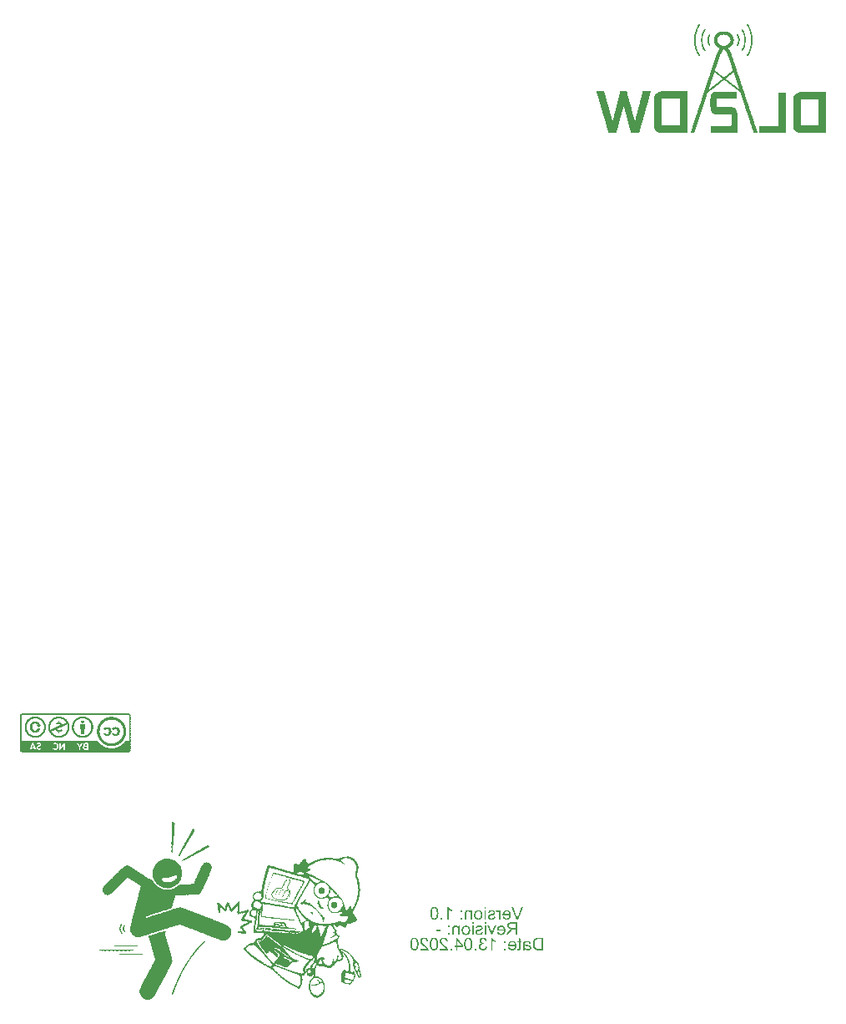
<source format=gbo>
G04*
G04 #@! TF.GenerationSoftware,Altium Limited,Altium Designer,21.1.0 (24)*
G04*
G04 Layer_Color=32896*
%FSLAX25Y25*%
%MOIN*%
G70*
G04*
G04 #@! TF.SameCoordinates,BF14F638-7A53-41FE-949C-024BEFE5BD35*
G04*
G04*
G04 #@! TF.FilePolarity,Positive*
G04*
G01*
G75*
G36*
X298384Y422834D02*
X298488D01*
Y422730D01*
X298592D01*
Y422625D01*
Y422521D01*
X298697D01*
Y422416D01*
Y422312D01*
X298801D01*
Y422207D01*
Y422103D01*
Y421999D01*
X298906D01*
Y421894D01*
Y421790D01*
Y421685D01*
X299010D01*
Y421581D01*
Y421476D01*
Y421372D01*
Y421267D01*
Y421163D01*
X299115D01*
Y421058D01*
Y420954D01*
Y420849D01*
Y420745D01*
Y420641D01*
Y420536D01*
Y420432D01*
Y420327D01*
Y420223D01*
X299010D01*
Y420118D01*
Y420014D01*
Y419909D01*
Y419805D01*
Y419700D01*
Y419596D01*
X298906D01*
Y419491D01*
Y419387D01*
Y419282D01*
Y419178D01*
X298801D01*
Y419073D01*
Y418969D01*
X298697D01*
Y418865D01*
Y418760D01*
X298592D01*
Y418656D01*
Y418551D01*
X298488D01*
Y418447D01*
Y418342D01*
X298384D01*
Y418238D01*
X298070D01*
Y418342D01*
X297966D01*
Y418447D01*
Y418551D01*
X297861D01*
Y418656D01*
X297966D01*
Y418760D01*
Y418865D01*
X298070D01*
Y418969D01*
Y419073D01*
X298175D01*
Y419178D01*
Y419282D01*
X298279D01*
Y419387D01*
Y419491D01*
X298384D01*
Y419596D01*
Y419700D01*
Y419805D01*
X298488D01*
Y419909D01*
Y420014D01*
Y420118D01*
Y420223D01*
Y420327D01*
Y420432D01*
Y420536D01*
Y420641D01*
Y420745D01*
Y420849D01*
Y420954D01*
Y421058D01*
Y421163D01*
Y421267D01*
Y421372D01*
X298384D01*
Y421476D01*
Y421581D01*
Y421685D01*
Y421790D01*
X298279D01*
Y421894D01*
Y421999D01*
X298175D01*
Y422103D01*
Y422207D01*
X298070D01*
Y422312D01*
Y422416D01*
X297966D01*
Y422521D01*
Y422625D01*
Y422730D01*
Y422834D01*
X298070D01*
Y422939D01*
X298384D01*
Y422834D01*
D02*
G37*
G36*
X287311D02*
Y422730D01*
X287415D01*
Y422625D01*
Y422521D01*
Y422416D01*
X287311D01*
Y422312D01*
X287206D01*
Y422207D01*
X287102D01*
Y422103D01*
Y421999D01*
X286997D01*
Y421894D01*
Y421790D01*
X286893D01*
Y421685D01*
Y421581D01*
Y421476D01*
Y421372D01*
X286788D01*
Y421267D01*
Y421163D01*
Y421058D01*
Y420954D01*
Y420849D01*
Y420745D01*
Y420641D01*
Y420536D01*
Y420432D01*
Y420327D01*
Y420223D01*
Y420118D01*
Y420014D01*
Y419909D01*
X286893D01*
Y419805D01*
Y419700D01*
Y419596D01*
Y419491D01*
X286997D01*
Y419387D01*
Y419282D01*
X287102D01*
Y419178D01*
Y419073D01*
X287206D01*
Y418969D01*
Y418865D01*
X287311D01*
Y418760D01*
X287415D01*
Y418656D01*
Y418551D01*
Y418447D01*
X287311D01*
Y418342D01*
X287206D01*
Y418238D01*
X286893D01*
Y418342D01*
X286788D01*
Y418447D01*
Y418551D01*
X286684D01*
Y418656D01*
Y418760D01*
X286579D01*
Y418865D01*
X286475D01*
Y418969D01*
Y419073D01*
Y419178D01*
X286371D01*
Y419282D01*
Y419387D01*
Y419491D01*
X286266D01*
Y419596D01*
Y419700D01*
Y419805D01*
Y419909D01*
Y420014D01*
Y420118D01*
Y420223D01*
Y420327D01*
Y420432D01*
Y420536D01*
Y420641D01*
Y420745D01*
Y420849D01*
Y420954D01*
Y421058D01*
X286162D01*
Y421163D01*
X286266D01*
Y421267D01*
Y421372D01*
Y421476D01*
Y421581D01*
Y421685D01*
X286371D01*
Y421790D01*
Y421894D01*
Y421999D01*
X286475D01*
Y422103D01*
Y422207D01*
X286579D01*
Y422312D01*
Y422416D01*
Y422521D01*
X286684D01*
Y422625D01*
Y422730D01*
X286788D01*
Y422834D01*
X286893D01*
Y422939D01*
X287311D01*
Y422834D01*
D02*
G37*
G36*
X300368Y424819D02*
Y424715D01*
X300473D01*
Y424610D01*
X300577D01*
Y424506D01*
Y424401D01*
X300682D01*
Y424297D01*
Y424192D01*
X300786D01*
Y424088D01*
Y423983D01*
X300891D01*
Y423879D01*
Y423774D01*
X300995D01*
Y423670D01*
Y423565D01*
Y423461D01*
Y423356D01*
X301100D01*
Y423252D01*
Y423147D01*
X301204D01*
Y423043D01*
Y422939D01*
Y422834D01*
X301308D01*
Y422730D01*
Y422625D01*
Y422521D01*
Y422416D01*
Y422312D01*
X301413D01*
Y422207D01*
Y422103D01*
Y421999D01*
Y421894D01*
Y421790D01*
X301517D01*
Y421685D01*
Y421581D01*
Y421476D01*
Y421372D01*
Y421267D01*
Y421163D01*
Y421058D01*
Y420954D01*
Y420849D01*
Y420745D01*
Y420641D01*
Y420536D01*
Y420432D01*
Y420327D01*
Y420223D01*
Y420118D01*
Y420014D01*
Y419909D01*
Y419805D01*
Y419700D01*
Y419596D01*
Y419491D01*
X301413D01*
Y419387D01*
Y419282D01*
Y419178D01*
Y419073D01*
Y418969D01*
Y418865D01*
X301308D01*
Y418760D01*
Y418656D01*
Y418551D01*
Y418447D01*
X301204D01*
Y418342D01*
Y418238D01*
Y418133D01*
X301100D01*
Y418029D01*
Y417924D01*
Y417820D01*
Y417716D01*
X300995D01*
Y417611D01*
Y417507D01*
Y417402D01*
X300891D01*
Y417298D01*
Y417193D01*
X300786D01*
Y417089D01*
Y416984D01*
X300682D01*
Y416880D01*
Y416775D01*
X300577D01*
Y416671D01*
X300473D01*
Y416567D01*
Y416462D01*
X300368D01*
Y416358D01*
X300264D01*
Y416253D01*
X299951D01*
Y416358D01*
X299846D01*
Y416462D01*
Y416567D01*
Y416671D01*
Y416775D01*
X299951D01*
Y416880D01*
Y416984D01*
X300055D01*
Y417089D01*
Y417193D01*
X300159D01*
Y417298D01*
X300264D01*
Y417402D01*
Y417507D01*
X300368D01*
Y417611D01*
Y417716D01*
X300473D01*
Y417820D01*
Y417924D01*
Y418029D01*
X300577D01*
Y418133D01*
Y418238D01*
Y418342D01*
X300682D01*
Y418447D01*
Y418551D01*
Y418656D01*
X300786D01*
Y418760D01*
Y418865D01*
Y418969D01*
Y419073D01*
Y419178D01*
X300891D01*
Y419282D01*
Y419387D01*
Y419491D01*
Y419596D01*
Y419700D01*
Y419805D01*
Y419909D01*
X300995D01*
Y420014D01*
Y420118D01*
Y420223D01*
Y420327D01*
Y420432D01*
Y420536D01*
Y420641D01*
Y420745D01*
Y420849D01*
Y420954D01*
Y421058D01*
Y421163D01*
Y421267D01*
Y421372D01*
Y421476D01*
X300891D01*
Y421581D01*
Y421685D01*
Y421790D01*
Y421894D01*
Y421999D01*
Y422103D01*
X300786D01*
Y422207D01*
Y422312D01*
Y422416D01*
Y422521D01*
Y422625D01*
X300682D01*
Y422730D01*
Y422834D01*
X300577D01*
Y422939D01*
Y423043D01*
Y423147D01*
X300473D01*
Y423252D01*
Y423356D01*
Y423461D01*
X300368D01*
Y423565D01*
Y423670D01*
X300264D01*
Y423774D01*
Y423879D01*
X300159D01*
Y423983D01*
Y424088D01*
X300055D01*
Y424192D01*
X299951D01*
Y424297D01*
Y424401D01*
X299846D01*
Y424506D01*
Y424610D01*
Y424715D01*
Y424819D01*
Y424923D01*
X300368D01*
Y424819D01*
D02*
G37*
G36*
X285326D02*
X285430D01*
Y424715D01*
Y424610D01*
Y424506D01*
X285326D01*
Y424401D01*
Y424297D01*
X285222D01*
Y424192D01*
Y424088D01*
X285117D01*
Y423983D01*
X285013D01*
Y423879D01*
Y423774D01*
X284908D01*
Y423670D01*
Y423565D01*
X284804D01*
Y423461D01*
Y423356D01*
Y423252D01*
X284699D01*
Y423147D01*
Y423043D01*
X284595D01*
Y422939D01*
Y422834D01*
Y422730D01*
X284490D01*
Y422625D01*
Y422521D01*
Y422416D01*
Y422312D01*
X284386D01*
Y422207D01*
Y422103D01*
Y421999D01*
Y421894D01*
Y421790D01*
X284281D01*
Y421685D01*
Y421581D01*
Y421476D01*
Y421372D01*
Y421267D01*
Y421163D01*
Y421058D01*
Y420954D01*
Y420849D01*
Y420745D01*
Y420641D01*
Y420536D01*
Y420432D01*
Y420327D01*
Y420223D01*
Y420118D01*
Y420014D01*
Y419909D01*
Y419805D01*
Y419700D01*
Y419596D01*
Y419491D01*
X284386D01*
Y419387D01*
Y419282D01*
Y419178D01*
Y419073D01*
Y418969D01*
Y418865D01*
X284490D01*
Y418760D01*
Y418656D01*
Y418551D01*
X284595D01*
Y418447D01*
Y418342D01*
Y418238D01*
X284699D01*
Y418133D01*
Y418029D01*
Y417924D01*
X284804D01*
Y417820D01*
Y417716D01*
X284908D01*
Y417611D01*
Y417507D01*
X285013D01*
Y417402D01*
Y417298D01*
X285117D01*
Y417193D01*
Y417089D01*
X285222D01*
Y416984D01*
X285326D01*
Y416880D01*
Y416775D01*
X285430D01*
Y416671D01*
Y416567D01*
Y416462D01*
Y416358D01*
X285326D01*
Y416253D01*
X284908D01*
Y416358D01*
Y416462D01*
X284804D01*
Y416567D01*
X284699D01*
Y416671D01*
Y416775D01*
X284595D01*
Y416880D01*
X284490D01*
Y416984D01*
Y417089D01*
X284386D01*
Y417193D01*
Y417298D01*
X284281D01*
Y417402D01*
Y417507D01*
Y417611D01*
X284177D01*
Y417716D01*
Y417820D01*
Y417924D01*
X284072D01*
Y418029D01*
Y418133D01*
Y418238D01*
X283968D01*
Y418342D01*
Y418447D01*
Y418551D01*
Y418656D01*
X283863D01*
Y418760D01*
Y418865D01*
Y418969D01*
Y419073D01*
Y419178D01*
X283759D01*
Y419282D01*
Y419387D01*
Y419491D01*
Y419596D01*
Y419700D01*
Y419805D01*
Y419909D01*
X283655D01*
Y420014D01*
Y420118D01*
Y420223D01*
Y420327D01*
Y420432D01*
Y420536D01*
Y420641D01*
Y420745D01*
Y420849D01*
Y420954D01*
Y421058D01*
Y421163D01*
Y421267D01*
Y421372D01*
X283759D01*
Y421476D01*
Y421581D01*
Y421685D01*
Y421790D01*
Y421894D01*
Y421999D01*
Y422103D01*
X283863D01*
Y422207D01*
Y422312D01*
Y422416D01*
Y422521D01*
Y422625D01*
X283968D01*
Y422730D01*
Y422834D01*
Y422939D01*
Y423043D01*
X284072D01*
Y423147D01*
Y423252D01*
Y423356D01*
X284177D01*
Y423461D01*
Y423565D01*
Y423670D01*
X284281D01*
Y423774D01*
Y423879D01*
X284386D01*
Y423983D01*
Y424088D01*
X284490D01*
Y424192D01*
Y424297D01*
Y424401D01*
X284595D01*
Y424506D01*
X284699D01*
Y424610D01*
X284804D01*
Y424715D01*
Y424819D01*
X284908D01*
Y424923D01*
X285326D01*
Y424819D01*
D02*
G37*
G36*
X302353Y426908D02*
X302458D01*
Y426804D01*
X302562D01*
Y426699D01*
X302666D01*
Y426595D01*
X302771D01*
Y426490D01*
Y426386D01*
X302875D01*
Y426281D01*
Y426177D01*
X302980D01*
Y426073D01*
X303084D01*
Y425968D01*
Y425864D01*
Y425759D01*
X303189D01*
Y425655D01*
Y425550D01*
X303293D01*
Y425446D01*
Y425341D01*
X303398D01*
Y425237D01*
Y425132D01*
Y425028D01*
X303502D01*
Y424923D01*
Y424819D01*
X303607D01*
Y424715D01*
Y424610D01*
Y424506D01*
X303711D01*
Y424401D01*
Y424297D01*
Y424192D01*
Y424088D01*
X303816D01*
Y423983D01*
Y423879D01*
Y423774D01*
Y423670D01*
X303920D01*
Y423565D01*
Y423461D01*
Y423356D01*
Y423252D01*
Y423147D01*
X304025D01*
Y423043D01*
Y422939D01*
Y422834D01*
Y422730D01*
Y422625D01*
X304129D01*
Y422521D01*
Y422416D01*
Y422312D01*
Y422207D01*
Y422103D01*
Y421999D01*
Y421894D01*
X304233D01*
Y421790D01*
Y421685D01*
Y421581D01*
Y421476D01*
Y421372D01*
Y421267D01*
Y421163D01*
Y421058D01*
Y420954D01*
Y420849D01*
Y420745D01*
Y420641D01*
Y420536D01*
Y420432D01*
Y420327D01*
Y420223D01*
Y420118D01*
Y420014D01*
Y419909D01*
Y419805D01*
Y419700D01*
Y419596D01*
Y419491D01*
Y419387D01*
X304129D01*
Y419282D01*
Y419178D01*
Y419073D01*
Y418969D01*
Y418865D01*
Y418760D01*
Y418656D01*
Y418551D01*
X304025D01*
Y418447D01*
Y418342D01*
Y418238D01*
Y418133D01*
Y418029D01*
X303920D01*
Y417924D01*
Y417820D01*
Y417716D01*
Y417611D01*
X303816D01*
Y417507D01*
Y417402D01*
Y417298D01*
Y417193D01*
X303711D01*
Y417089D01*
Y416984D01*
Y416880D01*
X303607D01*
Y416775D01*
X303711D01*
Y416671D01*
X303607D01*
Y416567D01*
Y416462D01*
Y416358D01*
X303502D01*
Y416253D01*
Y416149D01*
X303398D01*
Y416044D01*
Y415940D01*
X303293D01*
Y415835D01*
Y415731D01*
X303189D01*
Y415626D01*
Y415522D01*
Y415417D01*
X303084D01*
Y415313D01*
Y415208D01*
X302980D01*
Y415104D01*
X302875D01*
Y415000D01*
Y414895D01*
X302771D01*
Y414791D01*
Y414686D01*
X302666D01*
Y414582D01*
Y414477D01*
X302562D01*
Y414373D01*
X302458D01*
Y414268D01*
X302040D01*
Y414373D01*
Y414477D01*
X301935D01*
Y414582D01*
Y414686D01*
X302040D01*
Y414791D01*
Y414895D01*
X302144D01*
Y415000D01*
Y415104D01*
X302249D01*
Y415208D01*
X302353D01*
Y415313D01*
Y415417D01*
X302458D01*
Y415522D01*
Y415626D01*
X302562D01*
Y415731D01*
Y415835D01*
X302666D01*
Y415940D01*
Y416044D01*
X302771D01*
Y416149D01*
Y416253D01*
X302875D01*
Y416358D01*
Y416462D01*
X302980D01*
Y416567D01*
Y416671D01*
X303084D01*
Y416775D01*
Y416880D01*
Y416984D01*
Y417089D01*
X303189D01*
Y417193D01*
Y417298D01*
Y417402D01*
Y417507D01*
X303293D01*
Y417611D01*
Y417716D01*
Y417820D01*
X303398D01*
Y417924D01*
Y418029D01*
Y418133D01*
Y418238D01*
Y418342D01*
X303502D01*
Y418447D01*
Y418551D01*
Y418656D01*
Y418760D01*
Y418865D01*
Y418969D01*
X303607D01*
Y419073D01*
Y419178D01*
Y419282D01*
Y419387D01*
Y419491D01*
Y419596D01*
Y419700D01*
Y419805D01*
Y419909D01*
Y420014D01*
X303711D01*
Y420118D01*
Y420223D01*
Y420327D01*
Y420432D01*
Y420536D01*
Y420641D01*
Y420745D01*
Y420849D01*
Y420954D01*
Y421058D01*
Y421163D01*
Y421267D01*
X303607D01*
Y421372D01*
Y421476D01*
Y421581D01*
Y421685D01*
Y421790D01*
Y421894D01*
Y421999D01*
Y422103D01*
Y422207D01*
Y422312D01*
X303502D01*
Y422416D01*
Y422521D01*
Y422625D01*
Y422730D01*
Y422834D01*
X303398D01*
Y422939D01*
Y423043D01*
Y423147D01*
Y423252D01*
Y423356D01*
X303293D01*
Y423461D01*
Y423565D01*
Y423670D01*
X303189D01*
Y423774D01*
Y423879D01*
Y423983D01*
Y424088D01*
Y424192D01*
Y424297D01*
X303084D01*
Y424401D01*
Y424506D01*
X302980D01*
Y424610D01*
Y424715D01*
Y424819D01*
X302875D01*
Y424923D01*
Y425028D01*
X302771D01*
Y425132D01*
Y425237D01*
Y425341D01*
X302666D01*
Y425446D01*
X302562D01*
Y425550D01*
Y425655D01*
X302458D01*
Y425759D01*
Y425864D01*
X302353D01*
Y425968D01*
X302249D01*
Y426073D01*
Y426177D01*
X302144D01*
Y426281D01*
X302040D01*
Y426386D01*
Y426490D01*
Y426595D01*
X301935D01*
Y426699D01*
X302040D01*
Y426804D01*
Y426908D01*
X302144D01*
Y427013D01*
X302353D01*
Y426908D01*
D02*
G37*
G36*
X283132D02*
X283237D01*
Y426804D01*
Y426699D01*
Y426595D01*
Y426490D01*
X283132D01*
Y426386D01*
Y426281D01*
X283028D01*
Y426177D01*
X282923D01*
Y426073D01*
Y425968D01*
X282819D01*
Y425864D01*
Y425759D01*
X282714D01*
Y425655D01*
X282610D01*
Y425550D01*
Y425446D01*
X282505D01*
Y425341D01*
Y425237D01*
X282401D01*
Y425132D01*
Y425028D01*
X282297D01*
Y424923D01*
Y424819D01*
X282192D01*
Y424715D01*
Y424610D01*
Y424506D01*
Y424401D01*
X282088D01*
Y424297D01*
Y424192D01*
Y424088D01*
X281983D01*
Y423983D01*
Y423879D01*
Y423774D01*
Y423670D01*
X281879D01*
Y423565D01*
Y423461D01*
Y423356D01*
X281774D01*
Y423252D01*
Y423147D01*
Y423043D01*
Y422939D01*
X281670D01*
Y422834D01*
Y422730D01*
Y422625D01*
Y422521D01*
X281565D01*
Y422416D01*
Y422312D01*
Y422207D01*
Y422103D01*
Y421999D01*
Y421894D01*
Y421790D01*
Y421685D01*
X281461D01*
Y421581D01*
Y421476D01*
Y421372D01*
Y421267D01*
Y421163D01*
Y421058D01*
Y420954D01*
Y420849D01*
Y420745D01*
Y420641D01*
Y420536D01*
Y420432D01*
Y420327D01*
Y420223D01*
Y420118D01*
Y420014D01*
Y419909D01*
Y419805D01*
Y419700D01*
Y419596D01*
X281565D01*
Y419491D01*
Y419387D01*
Y419282D01*
Y419178D01*
Y419073D01*
Y418969D01*
Y418865D01*
X281670D01*
Y418760D01*
Y418656D01*
Y418551D01*
Y418447D01*
Y418342D01*
X281774D01*
Y418238D01*
Y418133D01*
Y418029D01*
Y417924D01*
Y417820D01*
X281879D01*
Y417716D01*
Y417611D01*
Y417507D01*
X281983D01*
Y417402D01*
Y417298D01*
Y417193D01*
Y417089D01*
X282088D01*
Y416984D01*
Y416880D01*
X282192D01*
Y416775D01*
Y416671D01*
Y416567D01*
X282297D01*
Y416462D01*
Y416358D01*
Y416253D01*
Y416149D01*
X282401D01*
Y416044D01*
X282505D01*
Y415940D01*
Y415835D01*
X282610D01*
Y415731D01*
Y415626D01*
X282714D01*
Y415522D01*
X282819D01*
Y415417D01*
Y415313D01*
Y415208D01*
X282923D01*
Y415104D01*
X283028D01*
Y415000D01*
X283132D01*
Y414895D01*
Y414791D01*
X283237D01*
Y414686D01*
Y414582D01*
Y414477D01*
Y414373D01*
X283132D01*
Y414268D01*
X283028D01*
Y414164D01*
X282923D01*
Y414268D01*
X282714D01*
Y414373D01*
X282610D01*
Y414477D01*
Y414582D01*
X282505D01*
Y414686D01*
Y414791D01*
X282401D01*
Y414895D01*
X282297D01*
Y415000D01*
Y415104D01*
X282192D01*
Y415208D01*
Y415313D01*
X282088D01*
Y415417D01*
X281983D01*
Y415522D01*
Y415626D01*
Y415731D01*
X281879D01*
Y415835D01*
Y415940D01*
X281774D01*
Y416044D01*
Y416149D01*
X281670D01*
Y416253D01*
Y416358D01*
Y416462D01*
X281565D01*
Y416567D01*
Y416671D01*
Y416775D01*
X281461D01*
Y416880D01*
Y416984D01*
Y417089D01*
X281356D01*
Y417193D01*
Y417298D01*
Y417402D01*
X281252D01*
Y417507D01*
Y417611D01*
Y417716D01*
Y417820D01*
Y417924D01*
X281148D01*
Y418029D01*
Y418133D01*
Y418238D01*
Y418342D01*
X281043D01*
Y418447D01*
Y418551D01*
Y418656D01*
Y418760D01*
Y418865D01*
Y418969D01*
Y419073D01*
X280939D01*
Y419178D01*
Y419282D01*
Y419387D01*
Y419491D01*
Y419596D01*
Y419700D01*
Y419805D01*
Y419909D01*
Y420014D01*
Y420118D01*
Y420223D01*
Y420327D01*
Y420432D01*
Y420536D01*
Y420641D01*
Y420745D01*
Y420849D01*
Y420954D01*
Y421058D01*
Y421163D01*
Y421267D01*
Y421372D01*
Y421476D01*
Y421581D01*
Y421685D01*
Y421790D01*
Y421894D01*
Y421999D01*
Y422103D01*
Y422207D01*
X281043D01*
Y422312D01*
Y422416D01*
Y422521D01*
Y422625D01*
Y422730D01*
Y422834D01*
X281148D01*
Y422939D01*
Y423043D01*
Y423147D01*
Y423252D01*
Y423356D01*
X281252D01*
Y423461D01*
Y423565D01*
Y423670D01*
Y423774D01*
X281356D01*
Y423879D01*
Y423983D01*
Y424088D01*
X281461D01*
Y424192D01*
Y424297D01*
Y424401D01*
X281565D01*
Y424506D01*
Y424610D01*
Y424715D01*
Y424819D01*
X281670D01*
Y424923D01*
Y425028D01*
X281774D01*
Y425132D01*
Y425237D01*
Y425341D01*
X281879D01*
Y425446D01*
Y425550D01*
X281983D01*
Y425655D01*
Y425759D01*
X282088D01*
Y425864D01*
Y425968D01*
X282192D01*
Y426073D01*
Y426177D01*
X282297D01*
Y426281D01*
Y426386D01*
X282401D01*
Y426490D01*
X282505D01*
Y426595D01*
Y426699D01*
X282610D01*
Y426804D01*
X282714D01*
Y426908D01*
X282819D01*
Y427013D01*
X283132D01*
Y426908D01*
D02*
G37*
G36*
X263598Y400062D02*
Y399957D01*
X263493D01*
Y399853D01*
Y399748D01*
Y399644D01*
Y399539D01*
X263389D01*
Y399435D01*
Y399330D01*
Y399226D01*
Y399121D01*
X263285D01*
Y399017D01*
Y398913D01*
Y398808D01*
Y398704D01*
X263180D01*
Y398599D01*
Y398495D01*
Y398390D01*
X263076D01*
Y398286D01*
Y398181D01*
Y398077D01*
X262971D01*
Y397972D01*
Y397868D01*
Y397763D01*
Y397659D01*
X262867D01*
Y397555D01*
Y397450D01*
Y397346D01*
X262762D01*
Y397241D01*
Y397137D01*
Y397032D01*
X262658D01*
Y396928D01*
Y396823D01*
Y396719D01*
Y396614D01*
X262553D01*
Y396510D01*
Y396406D01*
Y396301D01*
Y396197D01*
Y396092D01*
X262449D01*
Y395988D01*
Y395883D01*
Y395779D01*
X262345D01*
Y395674D01*
Y395570D01*
Y395465D01*
X262240D01*
Y395361D01*
Y395256D01*
Y395152D01*
Y395047D01*
X262136D01*
Y394943D01*
Y394839D01*
Y394734D01*
X262031D01*
Y394630D01*
Y394525D01*
Y394421D01*
Y394316D01*
X261927D01*
Y394212D01*
Y394107D01*
Y394003D01*
X261822D01*
Y393898D01*
Y393794D01*
Y393689D01*
X261718D01*
Y393585D01*
Y393481D01*
Y393376D01*
Y393272D01*
Y393167D01*
X261613D01*
Y393063D01*
Y392958D01*
Y392854D01*
X261509D01*
Y392749D01*
Y392645D01*
Y392540D01*
Y392436D01*
X261404D01*
Y392332D01*
Y392227D01*
Y392123D01*
X261300D01*
Y392018D01*
Y391914D01*
Y391809D01*
Y391705D01*
X261195D01*
Y391600D01*
Y391496D01*
Y391391D01*
X261091D01*
Y391287D01*
Y391182D01*
Y391078D01*
X260986D01*
Y390973D01*
Y390869D01*
Y390765D01*
Y390660D01*
X260882D01*
Y390556D01*
Y390451D01*
Y390347D01*
X260778D01*
Y390242D01*
Y390138D01*
Y390033D01*
Y389929D01*
Y389824D01*
X260673D01*
Y389720D01*
Y389616D01*
Y389511D01*
Y389407D01*
X260569D01*
Y389302D01*
Y389198D01*
Y389093D01*
X260464D01*
Y388989D01*
Y388884D01*
Y388780D01*
X260360D01*
Y388675D01*
Y388571D01*
Y388466D01*
X260255D01*
Y388362D01*
Y388258D01*
Y388153D01*
Y388049D01*
X260151D01*
Y387944D01*
Y387840D01*
Y387735D01*
X260046D01*
Y387631D01*
Y387526D01*
Y387422D01*
X259942D01*
Y387317D01*
Y387213D01*
Y387108D01*
Y387004D01*
X259837D01*
Y386899D01*
Y386795D01*
Y386691D01*
Y386586D01*
Y386482D01*
X259733D01*
Y386377D01*
Y386273D01*
Y386168D01*
X259629D01*
Y386064D01*
Y385959D01*
Y385855D01*
X259524D01*
Y385750D01*
Y385646D01*
Y385542D01*
Y385437D01*
X259419D01*
Y385333D01*
Y385228D01*
Y385124D01*
X259315D01*
Y385019D01*
Y384915D01*
Y384810D01*
Y384706D01*
X259211D01*
Y384601D01*
Y384497D01*
Y384392D01*
X259106D01*
Y384288D01*
Y384184D01*
Y384079D01*
Y383975D01*
X259002D01*
Y383870D01*
Y383766D01*
Y383661D01*
X255659D01*
Y383766D01*
Y383870D01*
Y383975D01*
X255555D01*
Y384079D01*
Y384184D01*
Y384288D01*
X255450D01*
Y384392D01*
Y384497D01*
Y384601D01*
Y384706D01*
X255346D01*
Y384810D01*
Y384915D01*
Y385019D01*
X255241D01*
Y385124D01*
Y385228D01*
Y385333D01*
Y385437D01*
X255137D01*
Y385542D01*
Y385646D01*
Y385750D01*
X255032D01*
Y385855D01*
Y385959D01*
Y386064D01*
X254928D01*
Y386168D01*
Y386273D01*
Y386377D01*
Y386482D01*
Y386586D01*
Y386691D01*
X254823D01*
Y386795D01*
Y386899D01*
Y387004D01*
X254719D01*
Y387108D01*
Y387213D01*
Y387317D01*
Y387422D01*
X254614D01*
Y387526D01*
Y387631D01*
Y387735D01*
X254510D01*
Y387840D01*
Y387944D01*
Y388049D01*
Y388153D01*
X254405D01*
Y388258D01*
Y388362D01*
Y388466D01*
X254301D01*
Y388571D01*
Y388675D01*
Y388780D01*
X254197D01*
Y388884D01*
Y388989D01*
Y389093D01*
Y389198D01*
X254092D01*
Y389302D01*
Y389407D01*
Y389511D01*
Y389616D01*
Y389720D01*
X253988D01*
Y389824D01*
Y389929D01*
Y390033D01*
Y390138D01*
X253883D01*
Y390242D01*
Y390347D01*
Y390451D01*
X253779D01*
Y390556D01*
Y390660D01*
Y390765D01*
Y390869D01*
X253674D01*
Y390973D01*
Y391078D01*
Y391182D01*
X253570D01*
Y391287D01*
Y391391D01*
Y391496D01*
Y391600D01*
X253465D01*
Y391705D01*
Y391809D01*
Y391914D01*
X253361D01*
Y392018D01*
Y392123D01*
Y392227D01*
X253256D01*
Y392332D01*
Y392436D01*
Y392540D01*
Y392645D01*
X253152D01*
Y392749D01*
Y392854D01*
Y392958D01*
Y393063D01*
Y393167D01*
X253047D01*
Y393272D01*
Y393376D01*
Y393481D01*
Y393585D01*
X252943D01*
Y393689D01*
Y393794D01*
Y393898D01*
X252838D01*
Y394003D01*
Y394107D01*
X252630D01*
Y394003D01*
Y393898D01*
Y393794D01*
X252525D01*
Y393689D01*
Y393585D01*
Y393481D01*
X252421D01*
Y393376D01*
Y393272D01*
Y393167D01*
Y393063D01*
X252316D01*
Y392958D01*
Y392854D01*
Y392749D01*
X252212D01*
Y392645D01*
Y392540D01*
Y392436D01*
Y392332D01*
X252107D01*
Y392227D01*
Y392123D01*
Y392018D01*
Y391914D01*
X252003D01*
Y391809D01*
Y391705D01*
Y391600D01*
X251898D01*
Y391496D01*
Y391391D01*
Y391287D01*
Y391182D01*
X251794D01*
Y391078D01*
X251898D01*
Y390973D01*
X251794D01*
Y390869D01*
Y390765D01*
Y390660D01*
X251689D01*
Y390556D01*
Y390451D01*
Y390347D01*
Y390242D01*
X251585D01*
Y390138D01*
Y390033D01*
Y389929D01*
X251481D01*
Y389824D01*
Y389720D01*
Y389616D01*
Y389511D01*
X251376D01*
Y389407D01*
Y389302D01*
Y389198D01*
Y389093D01*
X251272D01*
Y388989D01*
Y388884D01*
Y388780D01*
X251167D01*
Y388675D01*
Y388571D01*
Y388466D01*
Y388362D01*
X251063D01*
Y388258D01*
Y388153D01*
Y388049D01*
X250958D01*
Y387944D01*
Y387840D01*
Y387735D01*
Y387631D01*
X250854D01*
Y387526D01*
X250958D01*
Y387422D01*
X250854D01*
Y387317D01*
Y387213D01*
Y387108D01*
X250749D01*
Y387004D01*
Y386899D01*
Y386795D01*
Y386691D01*
X250645D01*
Y386586D01*
Y386482D01*
Y386377D01*
X250540D01*
Y386273D01*
Y386168D01*
Y386064D01*
Y385959D01*
X250436D01*
Y385855D01*
Y385750D01*
Y385646D01*
Y385542D01*
X250331D01*
Y385437D01*
Y385333D01*
Y385228D01*
X250227D01*
Y385124D01*
Y385019D01*
Y384915D01*
Y384810D01*
X250122D01*
Y384706D01*
Y384601D01*
Y384497D01*
X250018D01*
Y384392D01*
Y384288D01*
Y384184D01*
Y384079D01*
Y383975D01*
Y383870D01*
X249914D01*
Y383766D01*
Y383661D01*
X246675D01*
Y383766D01*
Y383870D01*
Y383975D01*
X246571D01*
Y384079D01*
Y384184D01*
Y384288D01*
Y384392D01*
X246466D01*
Y384497D01*
Y384601D01*
Y384706D01*
X246362D01*
Y384810D01*
Y384915D01*
Y385019D01*
X246257D01*
Y385124D01*
Y385228D01*
Y385333D01*
X246153D01*
Y385437D01*
Y385542D01*
Y385646D01*
Y385750D01*
X246048D01*
Y385855D01*
Y385959D01*
Y386064D01*
X245944D01*
Y386168D01*
Y386273D01*
Y386377D01*
Y386482D01*
Y386586D01*
X245840D01*
Y386691D01*
Y386795D01*
Y386899D01*
X245735D01*
Y387004D01*
Y387108D01*
Y387213D01*
X245631D01*
Y387317D01*
Y387422D01*
Y387526D01*
Y387631D01*
X245526D01*
Y387735D01*
Y387840D01*
X245422D01*
Y387944D01*
Y388049D01*
Y388153D01*
Y388258D01*
X245317D01*
Y388362D01*
Y388466D01*
Y388571D01*
X245213D01*
Y388675D01*
Y388780D01*
Y388884D01*
X245108D01*
Y388989D01*
Y389093D01*
Y389198D01*
X245004D01*
Y389302D01*
X245108D01*
Y389407D01*
X245004D01*
Y389511D01*
Y389616D01*
Y389720D01*
X244899D01*
Y389824D01*
Y389929D01*
Y390033D01*
Y390138D01*
X244795D01*
Y390242D01*
Y390347D01*
X244690D01*
Y390451D01*
Y390556D01*
Y390660D01*
Y390765D01*
X244586D01*
Y390869D01*
Y390973D01*
Y391078D01*
X244482D01*
Y391182D01*
Y391287D01*
Y391391D01*
X244377D01*
Y391496D01*
Y391600D01*
Y391705D01*
Y391809D01*
X244273D01*
Y391914D01*
Y392018D01*
Y392123D01*
Y392227D01*
X244168D01*
Y392332D01*
Y392436D01*
Y392540D01*
Y392645D01*
X244064D01*
Y392749D01*
Y392854D01*
Y392958D01*
X243959D01*
Y393063D01*
Y393167D01*
Y393272D01*
X243855D01*
Y393376D01*
Y393481D01*
Y393585D01*
X243750D01*
Y393689D01*
Y393794D01*
Y393898D01*
X243646D01*
Y394003D01*
Y394107D01*
Y394212D01*
Y394316D01*
X243541D01*
Y394421D01*
Y394525D01*
Y394630D01*
X243437D01*
Y394734D01*
Y394839D01*
Y394943D01*
X243333D01*
Y395047D01*
Y395152D01*
Y395256D01*
X243228D01*
Y395361D01*
X243333D01*
Y395465D01*
X243228D01*
Y395570D01*
Y395674D01*
Y395779D01*
X243124D01*
Y395883D01*
Y395988D01*
Y396092D01*
X243019D01*
Y396197D01*
Y396301D01*
Y396406D01*
Y396510D01*
X242915D01*
Y396614D01*
Y396719D01*
Y396823D01*
X242810D01*
Y396928D01*
Y397032D01*
Y397137D01*
X242706D01*
Y397241D01*
Y397346D01*
Y397450D01*
X242601D01*
Y397555D01*
Y397659D01*
Y397763D01*
X242497D01*
Y397868D01*
Y397972D01*
Y398077D01*
Y398181D01*
X242392D01*
Y398286D01*
Y398390D01*
Y398495D01*
X242288D01*
Y398599D01*
Y398704D01*
Y398808D01*
Y398913D01*
Y399017D01*
X242183D01*
Y399121D01*
Y399226D01*
Y399330D01*
X242079D01*
Y399435D01*
Y399539D01*
Y399644D01*
X241974D01*
Y399748D01*
Y399853D01*
Y399957D01*
X241870D01*
Y400062D01*
Y400166D01*
X245004D01*
Y400062D01*
Y399957D01*
Y399853D01*
Y399748D01*
X245108D01*
Y399644D01*
Y399539D01*
Y399435D01*
X245213D01*
Y399330D01*
Y399226D01*
Y399121D01*
X245317D01*
Y399017D01*
Y398913D01*
Y398808D01*
Y398704D01*
X245422D01*
Y398599D01*
Y398495D01*
Y398390D01*
X245526D01*
Y398286D01*
Y398181D01*
Y398077D01*
Y397972D01*
X245631D01*
Y397868D01*
Y397763D01*
Y397659D01*
Y397555D01*
X245735D01*
Y397450D01*
Y397346D01*
Y397241D01*
Y397137D01*
X245840D01*
Y397032D01*
Y396928D01*
Y396823D01*
X245944D01*
Y396719D01*
Y396614D01*
Y396510D01*
Y396406D01*
X246048D01*
Y396301D01*
Y396197D01*
Y396092D01*
X246153D01*
Y395988D01*
Y395883D01*
Y395779D01*
X246257D01*
Y395674D01*
Y395570D01*
Y395465D01*
Y395361D01*
X246362D01*
Y395256D01*
Y395152D01*
Y395047D01*
X246466D01*
Y394943D01*
Y394839D01*
Y394734D01*
Y394630D01*
Y394525D01*
X246571D01*
Y394421D01*
Y394316D01*
Y394212D01*
X246675D01*
Y394107D01*
Y394003D01*
Y393898D01*
Y393794D01*
X246780D01*
Y393689D01*
Y393585D01*
Y393481D01*
X246884D01*
Y393376D01*
Y393272D01*
Y393167D01*
Y393063D01*
X246989D01*
Y392958D01*
Y392854D01*
Y392749D01*
X247093D01*
Y392645D01*
Y392540D01*
Y392436D01*
X247198D01*
Y392332D01*
Y392227D01*
Y392123D01*
Y392018D01*
X247302D01*
Y391914D01*
Y391809D01*
Y391705D01*
X247407D01*
Y391600D01*
X247302D01*
Y391496D01*
X247407D01*
Y391391D01*
Y391287D01*
Y391182D01*
X247511D01*
Y391078D01*
Y390973D01*
Y390869D01*
Y390765D01*
X247615D01*
Y390660D01*
Y390556D01*
Y390451D01*
X247720D01*
Y390347D01*
Y390242D01*
Y390138D01*
X247824D01*
Y390033D01*
Y389929D01*
Y389824D01*
X247929D01*
Y389720D01*
Y389616D01*
Y389511D01*
Y389407D01*
X248033D01*
Y389302D01*
Y389198D01*
Y389093D01*
Y388989D01*
X248138D01*
Y388884D01*
Y388780D01*
Y388675D01*
X248242D01*
Y388571D01*
X248138D01*
Y388466D01*
X248347D01*
Y388571D01*
X248451D01*
Y388675D01*
Y388780D01*
X248556D01*
Y388884D01*
Y388989D01*
Y389093D01*
X248660D01*
Y389198D01*
Y389302D01*
Y389407D01*
Y389511D01*
Y389616D01*
Y389720D01*
X248764D01*
Y389824D01*
Y389929D01*
Y390033D01*
X248869D01*
Y390138D01*
Y390242D01*
Y390347D01*
Y390451D01*
X248973D01*
Y390556D01*
Y390660D01*
Y390765D01*
Y390869D01*
X249078D01*
Y390973D01*
Y391078D01*
Y391182D01*
X249182D01*
Y391287D01*
Y391391D01*
Y391496D01*
Y391600D01*
X249287D01*
Y391705D01*
Y391809D01*
Y391914D01*
Y392018D01*
X249391D01*
Y392123D01*
Y392227D01*
Y392332D01*
Y392436D01*
X249496D01*
Y392540D01*
Y392645D01*
Y392749D01*
Y392854D01*
Y392958D01*
X249600D01*
Y393063D01*
Y393167D01*
Y393272D01*
Y393376D01*
X249705D01*
Y393481D01*
Y393585D01*
Y393689D01*
X249809D01*
Y393794D01*
Y393898D01*
Y394003D01*
Y394107D01*
X249914D01*
Y394212D01*
Y394316D01*
Y394421D01*
Y394525D01*
X250018D01*
Y394630D01*
Y394734D01*
Y394839D01*
X250122D01*
Y394943D01*
Y395047D01*
Y395152D01*
Y395256D01*
X250227D01*
Y395361D01*
Y395465D01*
Y395570D01*
Y395674D01*
X250331D01*
Y395779D01*
Y395883D01*
Y395988D01*
Y396092D01*
Y396197D01*
X250436D01*
Y396301D01*
Y396406D01*
Y396510D01*
Y396614D01*
X250540D01*
Y396719D01*
Y396823D01*
Y396928D01*
Y397032D01*
X250645D01*
Y397137D01*
Y397241D01*
Y397346D01*
X250749D01*
Y397450D01*
Y397555D01*
Y397659D01*
Y397763D01*
X250854D01*
Y397868D01*
Y397972D01*
Y398077D01*
Y398181D01*
X250958D01*
Y398286D01*
Y398390D01*
Y398495D01*
X251063D01*
Y398599D01*
Y398704D01*
Y398808D01*
Y398913D01*
X251167D01*
Y399017D01*
Y399121D01*
Y399226D01*
Y399330D01*
X251272D01*
Y399435D01*
Y399539D01*
Y399644D01*
Y399748D01*
Y399853D01*
X251376D01*
Y399957D01*
Y400062D01*
Y400166D01*
X253988D01*
Y400062D01*
Y399957D01*
Y399853D01*
X254092D01*
Y399748D01*
Y399644D01*
Y399539D01*
X254197D01*
Y399435D01*
Y399330D01*
Y399226D01*
Y399121D01*
X254301D01*
Y399017D01*
Y398913D01*
Y398808D01*
X254405D01*
Y398704D01*
Y398599D01*
Y398495D01*
Y398390D01*
X254510D01*
Y398286D01*
Y398181D01*
Y398077D01*
X254614D01*
Y397972D01*
Y397868D01*
Y397763D01*
Y397659D01*
Y397555D01*
X254719D01*
Y397450D01*
Y397346D01*
Y397241D01*
Y397137D01*
X254823D01*
Y397032D01*
Y396928D01*
Y396823D01*
X254928D01*
Y396719D01*
Y396614D01*
Y396510D01*
Y396406D01*
X255032D01*
Y396301D01*
Y396197D01*
Y396092D01*
X255137D01*
Y395988D01*
Y395883D01*
Y395779D01*
X255241D01*
Y395674D01*
Y395570D01*
Y395465D01*
Y395361D01*
X255346D01*
Y395256D01*
Y395152D01*
Y395047D01*
Y394943D01*
Y394839D01*
X255450D01*
Y394734D01*
Y394630D01*
Y394525D01*
Y394421D01*
X255555D01*
Y394316D01*
Y394212D01*
Y394107D01*
X255659D01*
Y394003D01*
Y393898D01*
Y393794D01*
X255763D01*
Y393689D01*
Y393585D01*
Y393481D01*
Y393376D01*
X255868D01*
Y393272D01*
Y393167D01*
Y393063D01*
X255972D01*
Y392958D01*
Y392854D01*
Y392749D01*
Y392645D01*
X256077D01*
Y392540D01*
Y392436D01*
Y392332D01*
X256181D01*
Y392227D01*
Y392123D01*
Y392018D01*
Y391914D01*
X256286D01*
Y391809D01*
Y391705D01*
Y391600D01*
Y391496D01*
Y391391D01*
X256390D01*
Y391287D01*
Y391182D01*
Y391078D01*
X256495D01*
Y390973D01*
Y390869D01*
Y390765D01*
Y390660D01*
X256599D01*
Y390556D01*
Y390451D01*
Y390347D01*
X256704D01*
Y390242D01*
Y390138D01*
Y390033D01*
Y389929D01*
X256808D01*
Y389824D01*
Y389720D01*
Y389616D01*
X256912D01*
Y389511D01*
Y389407D01*
Y389302D01*
Y389198D01*
X257017D01*
Y389093D01*
Y388989D01*
Y388884D01*
X257121D01*
Y388780D01*
Y388675D01*
Y388571D01*
X257226D01*
Y388466D01*
X257330D01*
Y388571D01*
X257435D01*
Y388675D01*
Y388780D01*
Y388884D01*
Y388989D01*
X257539D01*
Y389093D01*
Y389198D01*
Y389302D01*
X257644D01*
Y389407D01*
X257539D01*
Y389511D01*
X257644D01*
Y389616D01*
Y389720D01*
Y389824D01*
X257748D01*
Y389929D01*
Y390033D01*
Y390138D01*
Y390242D01*
X257853D01*
Y390347D01*
Y390451D01*
Y390556D01*
Y390660D01*
X257957D01*
Y390765D01*
Y390869D01*
Y390973D01*
X258062D01*
Y391078D01*
Y391182D01*
Y391287D01*
Y391391D01*
X258166D01*
Y391496D01*
Y391600D01*
Y391705D01*
X258271D01*
Y391809D01*
Y391914D01*
Y392018D01*
Y392123D01*
X258375D01*
Y392227D01*
Y392332D01*
Y392436D01*
Y392540D01*
Y392645D01*
X258479D01*
Y392749D01*
Y392854D01*
X258584D01*
Y392958D01*
X258479D01*
Y393063D01*
X258584D01*
Y393167D01*
Y393272D01*
Y393376D01*
X258688D01*
Y393481D01*
Y393585D01*
Y393689D01*
Y393794D01*
X258793D01*
Y393898D01*
Y394003D01*
Y394107D01*
Y394212D01*
X258897D01*
Y394316D01*
Y394421D01*
Y394525D01*
X259002D01*
Y394630D01*
Y394734D01*
Y394839D01*
Y394943D01*
X259106D01*
Y395047D01*
Y395152D01*
Y395256D01*
X259211D01*
Y395361D01*
Y395465D01*
Y395570D01*
Y395674D01*
X259315D01*
Y395779D01*
Y395883D01*
Y395988D01*
Y396092D01*
Y396197D01*
X259419D01*
Y396301D01*
Y396406D01*
Y396510D01*
Y396614D01*
X259524D01*
Y396719D01*
Y396823D01*
Y396928D01*
Y397032D01*
X259629D01*
Y397137D01*
Y397241D01*
Y397346D01*
X259733D01*
Y397450D01*
Y397555D01*
Y397659D01*
Y397763D01*
X259837D01*
Y397868D01*
Y397972D01*
Y398077D01*
X259942D01*
Y398181D01*
Y398286D01*
Y398390D01*
Y398495D01*
X260046D01*
Y398599D01*
Y398704D01*
Y398808D01*
Y398913D01*
X260151D01*
Y399017D01*
Y399121D01*
Y399226D01*
X260255D01*
Y399330D01*
Y399435D01*
Y399539D01*
Y399644D01*
X260360D01*
Y399748D01*
Y399853D01*
Y399957D01*
Y400062D01*
Y400166D01*
X263598D01*
Y400062D01*
D02*
G37*
G36*
X333587Y399748D02*
Y399644D01*
Y399539D01*
Y399435D01*
Y399330D01*
Y399226D01*
Y399121D01*
Y399017D01*
Y398913D01*
Y398808D01*
Y398704D01*
Y398599D01*
Y398495D01*
Y398390D01*
Y398286D01*
Y398181D01*
Y398077D01*
Y397972D01*
Y397868D01*
Y397763D01*
Y397659D01*
Y397555D01*
Y397450D01*
Y397346D01*
Y397241D01*
Y397137D01*
Y397032D01*
Y396928D01*
Y396823D01*
Y396719D01*
Y396614D01*
Y396510D01*
Y396406D01*
Y396301D01*
Y396197D01*
Y396092D01*
Y395988D01*
Y395883D01*
Y395779D01*
Y395674D01*
Y395570D01*
Y395465D01*
Y395361D01*
Y395256D01*
Y395152D01*
Y395047D01*
Y394943D01*
Y394839D01*
Y394734D01*
Y394630D01*
Y394525D01*
Y394421D01*
Y394316D01*
Y394212D01*
Y394107D01*
Y394003D01*
Y393898D01*
Y393794D01*
Y393689D01*
Y393585D01*
Y393481D01*
Y393376D01*
Y393272D01*
Y393167D01*
Y393063D01*
Y392958D01*
Y392854D01*
Y392749D01*
Y392645D01*
Y392540D01*
Y392436D01*
Y392332D01*
Y392227D01*
Y392123D01*
Y392018D01*
Y391914D01*
Y391809D01*
Y391705D01*
Y391600D01*
Y391496D01*
Y391391D01*
Y391287D01*
Y391182D01*
Y391078D01*
Y390973D01*
Y390869D01*
Y390765D01*
Y390660D01*
Y390556D01*
Y390451D01*
Y390347D01*
Y390242D01*
Y390138D01*
Y390033D01*
Y389929D01*
Y389824D01*
Y389720D01*
Y389616D01*
Y389511D01*
Y389407D01*
Y389302D01*
Y389198D01*
Y389093D01*
Y388989D01*
Y388884D01*
Y388780D01*
Y388675D01*
Y388571D01*
Y388466D01*
Y388362D01*
Y388258D01*
Y388153D01*
Y388049D01*
Y387944D01*
Y387840D01*
Y387735D01*
Y387631D01*
Y387526D01*
Y387422D01*
Y387317D01*
Y387213D01*
Y387108D01*
Y387004D01*
Y386899D01*
Y386795D01*
Y386691D01*
Y386586D01*
Y386482D01*
Y386377D01*
Y386273D01*
Y386168D01*
Y386064D01*
Y385959D01*
Y385855D01*
Y385750D01*
Y385646D01*
Y385542D01*
Y385437D01*
Y385333D01*
Y385228D01*
Y385124D01*
Y385019D01*
Y384915D01*
Y384810D01*
Y384706D01*
Y384601D01*
Y384497D01*
Y384392D01*
Y384288D01*
Y384184D01*
Y384079D01*
Y383975D01*
Y383870D01*
Y383766D01*
Y383661D01*
X322723D01*
Y383766D01*
X322305D01*
Y383870D01*
X321992D01*
Y383975D01*
X321678D01*
Y384079D01*
X321574D01*
Y384184D01*
X321365D01*
Y384288D01*
X321261D01*
Y384392D01*
X321156D01*
Y384497D01*
X321052D01*
Y384601D01*
Y384706D01*
X320947D01*
Y384810D01*
X320843D01*
Y384915D01*
Y385019D01*
X320738D01*
Y385124D01*
Y385228D01*
Y385333D01*
X320634D01*
Y385437D01*
Y385542D01*
Y385646D01*
Y385750D01*
Y385855D01*
X320529D01*
Y385959D01*
Y386064D01*
Y386168D01*
Y386273D01*
Y386377D01*
Y386482D01*
Y386586D01*
Y386691D01*
Y386795D01*
Y386899D01*
Y387004D01*
Y387108D01*
Y387213D01*
Y387317D01*
Y387422D01*
Y387526D01*
Y387631D01*
Y387735D01*
Y387840D01*
Y387944D01*
Y388049D01*
Y388153D01*
Y388258D01*
Y388362D01*
Y388466D01*
Y388571D01*
Y388675D01*
Y388780D01*
Y388884D01*
Y388989D01*
Y389093D01*
Y389198D01*
Y389302D01*
Y389407D01*
Y389511D01*
Y389616D01*
Y389720D01*
Y389824D01*
Y389929D01*
Y390033D01*
Y390138D01*
Y390242D01*
Y390347D01*
Y390451D01*
Y390556D01*
Y390660D01*
Y390765D01*
Y390869D01*
Y390973D01*
Y391078D01*
Y391182D01*
Y391287D01*
Y391391D01*
Y391496D01*
Y391600D01*
Y391705D01*
Y391809D01*
Y391914D01*
Y392018D01*
Y392123D01*
Y392227D01*
Y392332D01*
Y392436D01*
Y392540D01*
Y392645D01*
Y392749D01*
Y392854D01*
Y392958D01*
Y393063D01*
Y393167D01*
Y393272D01*
Y393376D01*
Y393481D01*
Y393585D01*
Y393689D01*
Y393794D01*
Y393898D01*
Y394003D01*
Y394107D01*
Y394212D01*
Y394316D01*
Y394421D01*
Y394525D01*
Y394630D01*
Y394734D01*
Y394839D01*
Y394943D01*
Y395047D01*
Y395152D01*
Y395256D01*
Y395361D01*
Y395465D01*
Y395570D01*
Y395674D01*
Y395779D01*
Y395883D01*
Y395988D01*
Y396092D01*
Y396197D01*
Y396301D01*
Y396406D01*
Y396510D01*
Y396614D01*
Y396719D01*
Y396823D01*
Y396928D01*
Y397032D01*
Y397137D01*
Y397241D01*
Y397346D01*
Y397450D01*
Y397555D01*
X320634D01*
Y397659D01*
Y397763D01*
Y397868D01*
X320738D01*
Y397972D01*
Y398077D01*
Y398181D01*
X320843D01*
Y398286D01*
Y398390D01*
X320947D01*
Y398495D01*
X321052D01*
Y398599D01*
Y398704D01*
X321156D01*
Y398808D01*
X321261D01*
Y398913D01*
X321365D01*
Y399017D01*
X321469D01*
Y399121D01*
X321574D01*
Y399226D01*
X321783D01*
Y399330D01*
X321887D01*
Y399435D01*
X322096D01*
Y399539D01*
X322305D01*
Y399644D01*
X322514D01*
Y399748D01*
X322932D01*
Y399853D01*
X333587D01*
Y399748D01*
D02*
G37*
G36*
X317500Y399644D02*
Y399539D01*
Y399435D01*
Y399330D01*
Y399226D01*
Y399121D01*
Y399017D01*
Y398913D01*
Y398808D01*
Y398704D01*
Y398599D01*
Y398495D01*
Y398390D01*
Y398286D01*
Y398181D01*
Y398077D01*
Y397972D01*
Y397868D01*
Y397763D01*
Y397659D01*
Y397555D01*
Y397450D01*
Y397346D01*
Y397241D01*
Y397137D01*
Y397032D01*
Y396928D01*
Y396823D01*
Y396719D01*
Y396614D01*
Y396510D01*
Y396406D01*
Y396301D01*
Y396197D01*
Y396092D01*
Y395988D01*
Y395883D01*
Y395779D01*
Y395674D01*
Y395570D01*
Y395465D01*
Y395361D01*
Y395256D01*
Y395152D01*
Y395047D01*
Y394943D01*
Y394839D01*
Y394734D01*
Y394630D01*
Y394525D01*
Y394421D01*
Y394316D01*
Y394212D01*
Y394107D01*
Y394003D01*
Y393898D01*
Y393794D01*
Y393689D01*
Y393585D01*
Y393481D01*
Y393376D01*
Y393272D01*
Y393167D01*
Y393063D01*
Y392958D01*
Y392854D01*
Y392749D01*
Y392645D01*
Y392540D01*
Y392436D01*
Y392332D01*
Y392227D01*
Y392123D01*
Y392018D01*
Y391914D01*
Y391809D01*
Y391705D01*
Y391600D01*
Y391496D01*
Y391391D01*
Y391287D01*
Y391182D01*
Y391078D01*
Y390973D01*
Y390869D01*
Y390765D01*
Y390660D01*
Y390556D01*
Y390451D01*
Y390347D01*
Y390242D01*
Y390138D01*
Y390033D01*
Y389929D01*
Y389824D01*
Y389720D01*
Y389616D01*
Y389511D01*
Y389407D01*
Y389302D01*
Y389198D01*
Y389093D01*
Y388989D01*
Y388884D01*
Y388780D01*
Y388675D01*
Y388571D01*
Y388466D01*
Y388362D01*
Y388258D01*
Y388153D01*
Y388049D01*
Y387944D01*
Y387840D01*
Y387735D01*
Y387631D01*
Y387526D01*
Y387422D01*
Y387317D01*
Y387213D01*
Y387108D01*
Y387004D01*
Y386899D01*
Y386795D01*
Y386691D01*
Y386586D01*
Y386482D01*
Y386377D01*
Y386273D01*
Y386168D01*
Y386064D01*
Y385959D01*
Y385855D01*
Y385750D01*
Y385646D01*
Y385542D01*
Y385437D01*
Y385333D01*
Y385228D01*
Y385124D01*
Y385019D01*
Y384915D01*
Y384810D01*
Y384706D01*
Y384601D01*
Y384497D01*
Y384392D01*
Y384288D01*
Y384184D01*
Y384079D01*
Y383975D01*
Y383870D01*
Y383766D01*
Y383661D01*
X307054D01*
Y383766D01*
Y383870D01*
Y383975D01*
Y384079D01*
Y384184D01*
Y384288D01*
Y384392D01*
Y384497D01*
Y384601D01*
Y384706D01*
Y384810D01*
Y384915D01*
Y385019D01*
Y385124D01*
Y385228D01*
Y385333D01*
Y385437D01*
Y385542D01*
Y385646D01*
Y385750D01*
Y385855D01*
Y385959D01*
Y386064D01*
Y386168D01*
Y386273D01*
Y386377D01*
X314471D01*
Y386482D01*
Y386586D01*
Y386691D01*
Y386795D01*
Y386899D01*
Y387004D01*
Y387108D01*
Y387213D01*
Y387317D01*
Y387422D01*
Y387526D01*
Y387631D01*
Y387735D01*
Y387840D01*
Y387944D01*
Y388049D01*
Y388153D01*
Y388258D01*
Y388362D01*
Y388466D01*
Y388571D01*
Y388675D01*
Y388780D01*
Y388884D01*
Y388989D01*
Y389093D01*
Y389198D01*
Y389302D01*
Y389407D01*
Y389511D01*
Y389616D01*
Y389720D01*
Y389824D01*
Y389929D01*
Y390033D01*
Y390138D01*
Y390242D01*
Y390347D01*
Y390451D01*
Y390556D01*
Y390660D01*
Y390765D01*
Y390869D01*
Y390973D01*
Y391078D01*
Y391182D01*
Y391287D01*
Y391391D01*
Y391496D01*
Y391600D01*
Y391705D01*
Y391809D01*
Y391914D01*
Y392018D01*
Y392123D01*
Y392227D01*
Y392332D01*
Y392436D01*
Y392540D01*
Y392645D01*
Y392749D01*
Y392854D01*
Y392958D01*
Y393063D01*
Y393167D01*
Y393272D01*
Y393376D01*
Y393481D01*
Y393585D01*
Y393689D01*
Y393794D01*
Y393898D01*
Y394003D01*
Y394107D01*
Y394212D01*
Y394316D01*
Y394421D01*
Y394525D01*
Y394630D01*
Y394734D01*
Y394839D01*
Y394943D01*
Y395047D01*
Y395152D01*
Y395256D01*
Y395361D01*
Y395465D01*
Y395570D01*
Y395674D01*
Y395779D01*
Y395883D01*
Y395988D01*
Y396092D01*
Y396197D01*
Y396301D01*
Y396406D01*
Y396510D01*
Y396614D01*
Y396719D01*
Y396823D01*
Y396928D01*
Y397032D01*
Y397137D01*
Y397241D01*
Y397346D01*
Y397450D01*
Y397555D01*
Y397659D01*
Y397763D01*
Y397868D01*
Y397972D01*
Y398077D01*
Y398181D01*
Y398286D01*
Y398390D01*
Y398495D01*
Y398599D01*
Y398704D01*
Y398808D01*
Y398913D01*
Y399017D01*
Y399121D01*
Y399226D01*
Y399330D01*
Y399435D01*
Y399539D01*
Y399644D01*
Y399748D01*
X317500D01*
Y399644D01*
D02*
G37*
G36*
X293787Y423983D02*
X294205D01*
Y423879D01*
X294518D01*
Y423774D01*
X294727D01*
Y423670D01*
X294936D01*
Y423565D01*
X295041D01*
Y423461D01*
X295250D01*
Y423356D01*
X295354D01*
Y423252D01*
X295563D01*
Y423147D01*
X295668D01*
Y423043D01*
X295772D01*
Y422939D01*
X295877D01*
Y422834D01*
X295981D01*
Y422730D01*
Y422625D01*
X296085D01*
Y422521D01*
X296190D01*
Y422416D01*
X296294D01*
Y422312D01*
Y422207D01*
X296399D01*
Y422103D01*
X296503D01*
Y421999D01*
Y421894D01*
X296608D01*
Y421790D01*
X296503D01*
Y421685D01*
X296608D01*
Y421581D01*
Y421476D01*
Y421372D01*
X296712D01*
Y421267D01*
Y421163D01*
Y421058D01*
Y420954D01*
X296817D01*
Y420849D01*
Y420745D01*
Y420641D01*
Y420536D01*
Y420432D01*
Y420327D01*
X296712D01*
Y420223D01*
Y420118D01*
Y420014D01*
Y419909D01*
Y419805D01*
X296608D01*
Y419700D01*
Y419596D01*
Y419491D01*
Y419387D01*
X296503D01*
Y419282D01*
Y419178D01*
Y419073D01*
X296399D01*
Y418969D01*
X296294D01*
Y418865D01*
Y418760D01*
X296190D01*
Y418656D01*
Y418551D01*
X295981D01*
Y418447D01*
Y418342D01*
X295877D01*
Y418238D01*
X295772D01*
Y418133D01*
X295668D01*
Y418029D01*
X295563D01*
Y417924D01*
X295354D01*
Y417820D01*
X295250D01*
Y417716D01*
X295145D01*
Y417611D01*
X294936D01*
Y417507D01*
X294727D01*
Y417402D01*
X294623D01*
Y417298D01*
Y417193D01*
Y417089D01*
X294727D01*
Y416984D01*
X294832D01*
Y416880D01*
Y416775D01*
X294936D01*
Y416671D01*
X295041D01*
Y416567D01*
Y416462D01*
X295145D01*
Y416358D01*
Y416253D01*
X295250D01*
Y416149D01*
Y416044D01*
X295354D01*
Y415940D01*
X295459D01*
Y415835D01*
Y415731D01*
Y415626D01*
X295563D01*
Y415522D01*
Y415417D01*
X295668D01*
Y415313D01*
Y415208D01*
X295772D01*
Y415104D01*
Y415000D01*
Y414895D01*
X295877D01*
Y414791D01*
Y414686D01*
Y414582D01*
X295981D01*
Y414477D01*
Y414373D01*
X296085D01*
Y414268D01*
Y414164D01*
Y414059D01*
X296190D01*
Y413955D01*
Y413850D01*
Y413746D01*
X296294D01*
Y413642D01*
Y413537D01*
Y413433D01*
X296399D01*
Y413328D01*
Y413224D01*
Y413119D01*
X296503D01*
Y413015D01*
Y412910D01*
Y412806D01*
X296608D01*
Y412701D01*
Y412597D01*
Y412493D01*
Y412388D01*
X296712D01*
Y412284D01*
Y412179D01*
Y412075D01*
X296817D01*
Y411970D01*
Y411866D01*
Y411761D01*
X296921D01*
Y411657D01*
Y411552D01*
Y411448D01*
X297026D01*
Y411343D01*
Y411239D01*
X297130D01*
Y411134D01*
Y411030D01*
Y410926D01*
X297235D01*
Y410821D01*
Y410717D01*
Y410612D01*
X297339D01*
Y410508D01*
Y410403D01*
Y410299D01*
X297443D01*
Y410194D01*
Y410090D01*
Y409985D01*
Y409881D01*
X297548D01*
Y409776D01*
Y409672D01*
Y409568D01*
X297652D01*
Y409463D01*
Y409359D01*
Y409254D01*
X297757D01*
Y409150D01*
Y409045D01*
Y408941D01*
X297861D01*
Y408836D01*
Y408732D01*
X297966D01*
Y408627D01*
Y408523D01*
Y408419D01*
X298070D01*
Y408314D01*
Y408210D01*
Y408105D01*
X298175D01*
Y408001D01*
Y407896D01*
Y407792D01*
X298279D01*
Y407687D01*
Y407583D01*
Y407478D01*
X298384D01*
Y407374D01*
Y407269D01*
Y407165D01*
Y407060D01*
X298488D01*
Y406956D01*
Y406852D01*
Y406747D01*
X298592D01*
Y406643D01*
Y406538D01*
Y406434D01*
X298697D01*
Y406329D01*
Y406225D01*
Y406120D01*
X298801D01*
Y406016D01*
Y405911D01*
X298906D01*
Y405807D01*
Y405702D01*
Y405598D01*
X299010D01*
Y405494D01*
Y405389D01*
Y405285D01*
X299115D01*
Y405180D01*
Y405076D01*
Y404971D01*
X299219D01*
Y404867D01*
Y404762D01*
Y404658D01*
Y404554D01*
X299324D01*
Y404449D01*
Y404345D01*
Y404240D01*
X299428D01*
Y404136D01*
Y404031D01*
Y403927D01*
X299533D01*
Y403822D01*
Y403718D01*
Y403613D01*
X299637D01*
Y403509D01*
Y403404D01*
Y403300D01*
X299742D01*
Y403195D01*
Y403091D01*
X299846D01*
Y402986D01*
Y402882D01*
Y402778D01*
X299951D01*
Y402673D01*
Y402569D01*
Y402464D01*
X300055D01*
Y402360D01*
Y402255D01*
Y402151D01*
X300159D01*
Y402046D01*
Y401942D01*
Y401837D01*
Y401733D01*
X300264D01*
Y401628D01*
Y401524D01*
Y401420D01*
X300368D01*
Y401315D01*
Y401211D01*
Y401106D01*
X300473D01*
Y401002D01*
Y400897D01*
Y400793D01*
X300577D01*
Y400688D01*
Y400584D01*
X300682D01*
Y400480D01*
Y400375D01*
Y400271D01*
X300786D01*
Y400166D01*
Y400062D01*
Y399957D01*
X300891D01*
Y399853D01*
Y399748D01*
Y399644D01*
X300995D01*
Y399539D01*
Y399435D01*
Y399330D01*
Y399226D01*
X301100D01*
Y399121D01*
Y399017D01*
Y398913D01*
X301204D01*
Y398808D01*
Y398704D01*
Y398599D01*
X301308D01*
Y398495D01*
Y398390D01*
X301413D01*
Y398286D01*
Y398181D01*
Y398077D01*
Y397972D01*
X301517D01*
Y397868D01*
Y397763D01*
Y397659D01*
X301622D01*
Y397555D01*
Y397450D01*
Y397346D01*
X301726D01*
Y397241D01*
Y397137D01*
Y397032D01*
X301831D01*
Y396928D01*
Y396823D01*
Y396719D01*
Y396614D01*
X301935D01*
Y396510D01*
Y396406D01*
Y396301D01*
X302040D01*
Y396197D01*
Y396092D01*
X302144D01*
Y395988D01*
Y395883D01*
Y395779D01*
X302249D01*
Y395674D01*
Y395570D01*
Y395465D01*
X302353D01*
Y395361D01*
Y395256D01*
Y395152D01*
X302458D01*
Y395047D01*
Y394943D01*
Y394839D01*
X302562D01*
Y394734D01*
Y394630D01*
Y394525D01*
X302666D01*
Y394421D01*
Y394316D01*
Y394212D01*
X302771D01*
Y394107D01*
Y394003D01*
X302875D01*
Y393898D01*
Y393794D01*
Y393689D01*
X302980D01*
Y393585D01*
Y393481D01*
Y393376D01*
X303084D01*
Y393272D01*
Y393167D01*
Y393063D01*
X303189D01*
Y392958D01*
Y392854D01*
Y392749D01*
X303293D01*
Y392645D01*
Y392540D01*
Y392436D01*
X303398D01*
Y392332D01*
Y392227D01*
Y392123D01*
X303502D01*
Y392018D01*
Y391914D01*
Y391809D01*
X303607D01*
Y391705D01*
Y391600D01*
Y391496D01*
X303711D01*
Y391391D01*
X303607D01*
Y391287D01*
X303711D01*
Y391182D01*
Y391078D01*
Y390973D01*
X303816D01*
Y390869D01*
Y390765D01*
X303920D01*
Y390660D01*
Y390556D01*
Y390451D01*
X304025D01*
Y390347D01*
Y390242D01*
Y390138D01*
X304129D01*
Y390033D01*
Y389929D01*
Y389824D01*
X304233D01*
Y389720D01*
Y389616D01*
X304338D01*
Y389511D01*
Y389407D01*
Y389302D01*
X304442D01*
Y389198D01*
Y389093D01*
Y388989D01*
Y388884D01*
X304547D01*
Y388780D01*
Y388675D01*
Y388571D01*
Y388466D01*
X304651D01*
Y388362D01*
Y388258D01*
Y388153D01*
X304756D01*
Y388049D01*
Y387944D01*
X304860D01*
Y387840D01*
Y387735D01*
Y387631D01*
X304965D01*
Y387526D01*
Y387422D01*
Y387317D01*
X305069D01*
Y387213D01*
Y387108D01*
Y387004D01*
X305174D01*
Y386899D01*
Y386795D01*
X305278D01*
Y386691D01*
Y386586D01*
Y386482D01*
X305382D01*
Y386377D01*
Y386273D01*
Y386168D01*
X305487D01*
Y386064D01*
X305382D01*
Y385959D01*
X305487D01*
Y385855D01*
Y385750D01*
Y385646D01*
X305591D01*
Y385542D01*
Y385437D01*
X305696D01*
Y385333D01*
Y385228D01*
Y385124D01*
X305800D01*
Y385019D01*
Y384915D01*
Y384810D01*
X305905D01*
Y384706D01*
Y384601D01*
Y384497D01*
X306009D01*
Y384392D01*
Y384288D01*
X306114D01*
Y384184D01*
Y384079D01*
Y383975D01*
X306218D01*
Y383870D01*
Y383766D01*
Y383661D01*
X304651D01*
Y383766D01*
Y383870D01*
X304547D01*
Y383975D01*
Y384079D01*
Y384184D01*
X304442D01*
Y384288D01*
Y384392D01*
Y384497D01*
Y384601D01*
X304338D01*
Y384706D01*
Y384810D01*
Y384915D01*
X304233D01*
Y385019D01*
Y385124D01*
X304129D01*
Y385228D01*
Y385333D01*
Y385437D01*
X304025D01*
Y385542D01*
Y385646D01*
Y385750D01*
Y385855D01*
Y385959D01*
X303920D01*
Y386064D01*
Y386168D01*
Y386273D01*
X303816D01*
Y386377D01*
Y386482D01*
Y386586D01*
X303711D01*
Y386691D01*
Y386795D01*
X303607D01*
Y386899D01*
Y387004D01*
Y387108D01*
X303502D01*
Y387213D01*
Y387317D01*
Y387422D01*
X303398D01*
Y387526D01*
Y387631D01*
Y387735D01*
X303293D01*
Y387840D01*
Y387944D01*
Y388049D01*
X303189D01*
Y388153D01*
Y388258D01*
Y388362D01*
Y388466D01*
X303084D01*
Y388571D01*
Y388675D01*
Y388780D01*
X302980D01*
Y388884D01*
Y388989D01*
Y389093D01*
X302875D01*
Y389198D01*
Y389302D01*
Y389407D01*
X302771D01*
Y389511D01*
Y389616D01*
X302666D01*
Y389720D01*
Y389824D01*
Y389929D01*
X302562D01*
Y390033D01*
Y390138D01*
Y390242D01*
X302458D01*
Y390347D01*
Y390451D01*
Y390556D01*
X302353D01*
Y390660D01*
Y390765D01*
X302249D01*
Y390869D01*
X302353D01*
Y390973D01*
X302249D01*
Y391078D01*
Y391182D01*
Y391287D01*
X302144D01*
Y391391D01*
Y391496D01*
Y391600D01*
X302040D01*
Y391705D01*
Y391809D01*
Y391914D01*
X301935D01*
Y392018D01*
Y392123D01*
X301831D01*
Y392227D01*
Y392332D01*
Y392436D01*
X301726D01*
Y392540D01*
Y392645D01*
Y392749D01*
X301622D01*
Y392854D01*
Y392958D01*
Y393063D01*
X301517D01*
Y393167D01*
Y393272D01*
Y393376D01*
X301413D01*
Y393481D01*
Y393585D01*
Y393689D01*
X301308D01*
Y393794D01*
Y393898D01*
Y394003D01*
Y394107D01*
X301204D01*
Y394212D01*
Y394316D01*
Y394421D01*
X301100D01*
Y394525D01*
Y394630D01*
Y394734D01*
X300995D01*
Y394839D01*
Y394943D01*
X300891D01*
Y395047D01*
Y395152D01*
Y395256D01*
X300786D01*
Y395361D01*
Y395465D01*
Y395570D01*
X300682D01*
Y395674D01*
Y395779D01*
Y395883D01*
X300577D01*
Y395988D01*
Y396092D01*
Y396197D01*
X300473D01*
Y396301D01*
Y396406D01*
Y396510D01*
Y396614D01*
X300368D01*
Y396719D01*
Y396823D01*
Y396928D01*
X300264D01*
Y397032D01*
Y397137D01*
Y397241D01*
X300159D01*
Y397346D01*
Y397450D01*
Y397555D01*
X300055D01*
Y397659D01*
Y397763D01*
Y397868D01*
X299951D01*
Y397972D01*
Y398077D01*
Y398181D01*
X299846D01*
Y398286D01*
Y398390D01*
Y398495D01*
X299742D01*
Y398599D01*
Y398704D01*
X299637D01*
Y398808D01*
Y398913D01*
Y399017D01*
X299533D01*
Y399121D01*
Y399226D01*
Y399330D01*
Y399435D01*
X299428D01*
Y399539D01*
Y399644D01*
X299324D01*
Y399748D01*
X299219D01*
Y399853D01*
Y399957D01*
X299115D01*
Y400062D01*
X299010D01*
Y400166D01*
X298801D01*
Y400271D01*
X298592D01*
Y400375D01*
X298488D01*
Y400480D01*
X298384D01*
Y400584D01*
X298279D01*
Y400688D01*
X298175D01*
Y400793D01*
X297966D01*
Y400897D01*
X297861D01*
Y401002D01*
X297757D01*
Y401106D01*
X297652D01*
Y401211D01*
X297443D01*
Y401315D01*
X297339D01*
Y401420D01*
X297235D01*
Y401524D01*
X297130D01*
Y401628D01*
X296921D01*
Y401733D01*
X296817D01*
Y401837D01*
X296712D01*
Y401942D01*
X296503D01*
Y402046D01*
X296399D01*
Y402151D01*
X296294D01*
Y402255D01*
X296085D01*
Y402360D01*
X295981D01*
Y402464D01*
X295877D01*
Y402569D01*
X295668D01*
Y402673D01*
X295563D01*
Y402778D01*
X295459D01*
Y402882D01*
X295250D01*
Y402986D01*
X295145D01*
Y403091D01*
X295041D01*
Y403195D01*
X294832D01*
Y403300D01*
X294727D01*
Y403404D01*
X294623D01*
Y403509D01*
X294414D01*
Y403613D01*
X294310D01*
Y403718D01*
X294205D01*
Y403822D01*
X294101D01*
Y403927D01*
X293892D01*
Y404031D01*
X293787D01*
Y404136D01*
X293683D01*
Y404240D01*
X293578D01*
Y404345D01*
X293370D01*
Y404449D01*
X293265D01*
Y404554D01*
X293161D01*
Y404658D01*
X292638D01*
Y404554D01*
X292534D01*
Y404449D01*
X292429D01*
Y404345D01*
X292325D01*
Y404240D01*
X292116D01*
Y404136D01*
X292011D01*
Y404031D01*
X291907D01*
Y403927D01*
X291803D01*
Y403822D01*
X291594D01*
Y403718D01*
X291489D01*
Y403613D01*
X291385D01*
Y403509D01*
X291176D01*
Y403404D01*
X291071D01*
Y403300D01*
X290967D01*
Y403195D01*
X290862D01*
Y403091D01*
X290653D01*
Y402986D01*
X290549D01*
Y402882D01*
X290444D01*
Y402778D01*
X290340D01*
Y402673D01*
X290236D01*
Y402569D01*
X290131D01*
Y402464D01*
X289922D01*
Y402360D01*
X289818D01*
Y402255D01*
X289713D01*
Y402151D01*
X289504D01*
Y402046D01*
X289400D01*
Y401942D01*
X289296D01*
Y401837D01*
X289191D01*
Y401733D01*
X288982D01*
Y401628D01*
X288878D01*
Y401524D01*
X288773D01*
Y401420D01*
X288669D01*
Y401315D01*
X288460D01*
Y401211D01*
X288355D01*
Y401106D01*
X288251D01*
Y401002D01*
X288146D01*
Y400897D01*
X287937D01*
Y400793D01*
X287833D01*
Y400688D01*
X287729D01*
Y400584D01*
X287624D01*
Y400480D01*
X287415D01*
Y400375D01*
X287311D01*
Y400271D01*
X287206D01*
Y400166D01*
X286997D01*
Y400062D01*
X286893D01*
Y399957D01*
X286788D01*
Y399853D01*
X286579D01*
Y399748D01*
X286475D01*
Y399644D01*
X286371D01*
Y399539D01*
Y399435D01*
X286266D01*
Y399330D01*
X286162D01*
Y399226D01*
Y399121D01*
X286057D01*
Y399017D01*
Y398913D01*
Y398808D01*
X285953D01*
Y398704D01*
Y398599D01*
Y398495D01*
X285848D01*
Y398390D01*
Y398286D01*
Y398181D01*
Y398077D01*
X285744D01*
Y397972D01*
Y397868D01*
Y397763D01*
X285639D01*
Y397659D01*
Y397555D01*
Y397450D01*
X285535D01*
Y397346D01*
Y397241D01*
Y397137D01*
X285430D01*
Y397032D01*
Y396928D01*
Y396823D01*
X285326D01*
Y396719D01*
Y396614D01*
X285222D01*
Y396510D01*
Y396406D01*
Y396301D01*
X285117D01*
Y396197D01*
Y396092D01*
Y395988D01*
Y395883D01*
X285013D01*
Y395779D01*
Y395674D01*
Y395570D01*
X284908D01*
Y395465D01*
Y395361D01*
Y395256D01*
Y395152D01*
X284804D01*
Y395047D01*
Y394943D01*
Y394839D01*
X284699D01*
Y394734D01*
Y394630D01*
X284595D01*
Y394525D01*
Y394421D01*
Y394316D01*
X284490D01*
Y394212D01*
Y394107D01*
Y394003D01*
X284386D01*
Y393898D01*
Y393794D01*
Y393689D01*
X284281D01*
Y393585D01*
Y393481D01*
Y393376D01*
X284177D01*
Y393272D01*
Y393167D01*
Y393063D01*
X284072D01*
Y392958D01*
Y392854D01*
X283968D01*
Y392749D01*
X284072D01*
Y392645D01*
X283968D01*
Y392540D01*
Y392436D01*
Y392332D01*
X283863D01*
Y392227D01*
Y392123D01*
X283759D01*
Y392018D01*
Y391914D01*
Y391809D01*
X283655D01*
Y391705D01*
Y391600D01*
Y391496D01*
X283550D01*
Y391391D01*
Y391287D01*
Y391182D01*
X283446D01*
Y391078D01*
Y390973D01*
Y390869D01*
X283341D01*
Y390765D01*
Y390660D01*
Y390556D01*
X283237D01*
Y390451D01*
Y390347D01*
Y390242D01*
X283132D01*
Y390138D01*
Y390033D01*
Y389929D01*
Y389824D01*
X283028D01*
Y389720D01*
Y389616D01*
Y389511D01*
X282923D01*
Y389407D01*
Y389302D01*
X282819D01*
Y389198D01*
Y389093D01*
Y388989D01*
X282714D01*
Y388884D01*
Y388780D01*
Y388675D01*
X282610D01*
Y388571D01*
Y388466D01*
Y388362D01*
X282505D01*
Y388258D01*
Y388153D01*
Y388049D01*
X282401D01*
Y387944D01*
Y387840D01*
Y387735D01*
X282297D01*
Y387631D01*
Y387526D01*
Y387422D01*
Y387317D01*
X282192D01*
Y387213D01*
Y387108D01*
Y387004D01*
X282088D01*
Y386899D01*
Y386795D01*
X281983D01*
Y386691D01*
Y386586D01*
Y386482D01*
X281879D01*
Y386377D01*
Y386273D01*
Y386168D01*
Y386064D01*
X281774D01*
Y385959D01*
Y385855D01*
X281670D01*
Y385750D01*
Y385646D01*
Y385542D01*
X281565D01*
Y385437D01*
Y385333D01*
Y385228D01*
X281461D01*
Y385124D01*
Y385019D01*
Y384915D01*
X281356D01*
Y384810D01*
Y384706D01*
Y384601D01*
Y384497D01*
Y384392D01*
X281252D01*
Y384288D01*
Y384184D01*
Y384079D01*
X281148D01*
Y383975D01*
Y383870D01*
X281043D01*
Y383766D01*
Y383661D01*
X279685D01*
Y383766D01*
X279476D01*
Y383870D01*
X279581D01*
Y383975D01*
Y384079D01*
X279685D01*
Y384184D01*
Y384288D01*
Y384392D01*
X279789D01*
Y384497D01*
Y384601D01*
Y384706D01*
X279894D01*
Y384810D01*
Y384915D01*
Y385019D01*
Y385124D01*
X279998D01*
Y385228D01*
Y385333D01*
Y385437D01*
X280103D01*
Y385542D01*
Y385646D01*
Y385750D01*
X280207D01*
Y385855D01*
Y385959D01*
Y386064D01*
X280312D01*
Y386168D01*
Y386273D01*
Y386377D01*
X280416D01*
Y386482D01*
Y386586D01*
Y386691D01*
X280521D01*
Y386795D01*
Y386899D01*
Y387004D01*
X280625D01*
Y387108D01*
Y387213D01*
X280730D01*
Y387317D01*
Y387422D01*
Y387526D01*
X280834D01*
Y387631D01*
Y387735D01*
Y387840D01*
Y387944D01*
X280939D01*
Y388049D01*
Y388153D01*
Y388258D01*
X281043D01*
Y388362D01*
Y388466D01*
Y388571D01*
X281148D01*
Y388675D01*
Y388780D01*
Y388884D01*
X281252D01*
Y388989D01*
Y389093D01*
Y389198D01*
X281356D01*
Y389302D01*
Y389407D01*
Y389511D01*
X281461D01*
Y389616D01*
Y389720D01*
Y389824D01*
X281565D01*
Y389929D01*
Y390033D01*
Y390138D01*
X281670D01*
Y390242D01*
Y390347D01*
Y390451D01*
X281774D01*
Y390556D01*
Y390660D01*
Y390765D01*
X281879D01*
Y390869D01*
Y390973D01*
Y391078D01*
X281983D01*
Y391182D01*
Y391287D01*
Y391391D01*
X282088D01*
Y391496D01*
Y391600D01*
Y391705D01*
X282192D01*
Y391809D01*
Y391914D01*
Y392018D01*
X282297D01*
Y392123D01*
Y392227D01*
Y392332D01*
X282401D01*
Y392436D01*
Y392540D01*
Y392645D01*
X282505D01*
Y392749D01*
Y392854D01*
X282610D01*
Y392958D01*
Y393063D01*
Y393167D01*
Y393272D01*
Y393376D01*
X282714D01*
Y393481D01*
Y393585D01*
X282819D01*
Y393689D01*
Y393794D01*
Y393898D01*
X282923D01*
Y394003D01*
Y394107D01*
Y394212D01*
X283028D01*
Y394316D01*
Y394421D01*
Y394525D01*
X283132D01*
Y394630D01*
Y394734D01*
Y394839D01*
X283237D01*
Y394943D01*
Y395047D01*
Y395152D01*
X283341D01*
Y395256D01*
Y395361D01*
X283446D01*
Y395465D01*
Y395570D01*
Y395674D01*
X283550D01*
Y395779D01*
Y395883D01*
Y395988D01*
Y396092D01*
X283655D01*
Y396197D01*
Y396301D01*
Y396406D01*
X283759D01*
Y396510D01*
Y396614D01*
Y396719D01*
X283863D01*
Y396823D01*
Y396928D01*
Y397032D01*
X283968D01*
Y397137D01*
Y397241D01*
Y397346D01*
X284072D01*
Y397450D01*
Y397555D01*
Y397659D01*
X284177D01*
Y397763D01*
Y397868D01*
Y397972D01*
X284281D01*
Y398077D01*
Y398181D01*
X284386D01*
Y398286D01*
Y398390D01*
Y398495D01*
Y398599D01*
Y398704D01*
X284490D01*
Y398808D01*
Y398913D01*
X284595D01*
Y399017D01*
Y399121D01*
Y399226D01*
X284699D01*
Y399330D01*
Y399435D01*
Y399539D01*
X284804D01*
Y399644D01*
Y399748D01*
Y399853D01*
X284908D01*
Y399957D01*
Y400062D01*
Y400166D01*
X285013D01*
Y400271D01*
Y400375D01*
Y400480D01*
X285117D01*
Y400584D01*
Y400688D01*
X285222D01*
Y400793D01*
Y400897D01*
Y401002D01*
X285326D01*
Y401106D01*
Y401211D01*
Y401315D01*
Y401420D01*
Y401524D01*
X285430D01*
Y401628D01*
Y401733D01*
X285535D01*
Y401837D01*
Y401942D01*
Y402046D01*
X285639D01*
Y402151D01*
Y402255D01*
Y402360D01*
X285744D01*
Y402464D01*
Y402569D01*
Y402673D01*
X285848D01*
Y402778D01*
Y402882D01*
Y402986D01*
X285953D01*
Y403091D01*
Y403195D01*
Y403300D01*
X286057D01*
Y403404D01*
Y403509D01*
X286162D01*
Y403613D01*
Y403718D01*
Y403822D01*
Y403927D01*
Y404031D01*
X286266D01*
Y404136D01*
Y404240D01*
X286371D01*
Y404345D01*
Y404449D01*
Y404554D01*
X286475D01*
Y404658D01*
Y404762D01*
Y404867D01*
X286579D01*
Y404971D01*
Y405076D01*
Y405180D01*
X286684D01*
Y405285D01*
Y405389D01*
Y405494D01*
X286788D01*
Y405598D01*
Y405702D01*
Y405807D01*
X286893D01*
Y405911D01*
Y406016D01*
Y406120D01*
X286997D01*
Y406225D01*
Y406329D01*
X287102D01*
Y406434D01*
Y406538D01*
Y406643D01*
Y406747D01*
Y406852D01*
X287206D01*
Y406956D01*
Y407060D01*
X287311D01*
Y407165D01*
Y407269D01*
Y407374D01*
X287415D01*
Y407478D01*
Y407583D01*
Y407687D01*
X287520D01*
Y407792D01*
Y407896D01*
Y408001D01*
Y408105D01*
X287624D01*
Y408210D01*
Y408314D01*
X287729D01*
Y408419D01*
Y408523D01*
Y408627D01*
X287833D01*
Y408732D01*
Y408836D01*
Y408941D01*
X287937D01*
Y409045D01*
Y409150D01*
Y409254D01*
Y409359D01*
X288042D01*
Y409463D01*
Y409568D01*
Y409672D01*
X288146D01*
Y409776D01*
Y409881D01*
Y409985D01*
X288251D01*
Y410090D01*
Y410194D01*
Y410299D01*
X288355D01*
Y410403D01*
Y410508D01*
X288460D01*
Y410612D01*
Y410717D01*
Y410821D01*
X288564D01*
Y410926D01*
Y411030D01*
Y411134D01*
X288669D01*
Y411239D01*
Y411343D01*
Y411448D01*
X288773D01*
Y411552D01*
Y411657D01*
Y411761D01*
X288878D01*
Y411866D01*
Y411970D01*
Y412075D01*
Y412179D01*
X288982D01*
Y412284D01*
Y412388D01*
Y412493D01*
X289087D01*
Y412597D01*
Y412701D01*
Y412806D01*
X289191D01*
Y412910D01*
Y413015D01*
Y413119D01*
X289296D01*
Y413224D01*
Y413328D01*
X289400D01*
Y413433D01*
Y413537D01*
Y413642D01*
Y413746D01*
X289504D01*
Y413850D01*
Y413955D01*
Y414059D01*
X289609D01*
Y414164D01*
Y414268D01*
X289713D01*
Y414373D01*
Y414477D01*
Y414582D01*
X289818D01*
Y414686D01*
Y414791D01*
Y414895D01*
X289922D01*
Y415000D01*
Y415104D01*
X290027D01*
Y415208D01*
Y415313D01*
X290131D01*
Y415417D01*
Y415522D01*
Y415626D01*
X290236D01*
Y415731D01*
Y415835D01*
X290340D01*
Y415940D01*
Y416044D01*
X290444D01*
Y416149D01*
Y416253D01*
X290549D01*
Y416358D01*
Y416462D01*
X290653D01*
Y416567D01*
Y416671D01*
X290758D01*
Y416775D01*
X290862D01*
Y416880D01*
Y416984D01*
X290967D01*
Y417089D01*
X291071D01*
Y417193D01*
Y417298D01*
Y417402D01*
X290862D01*
Y417507D01*
X290653D01*
Y417611D01*
X290444D01*
Y417716D01*
X290340D01*
Y417820D01*
X290131D01*
Y417924D01*
X290027D01*
Y418029D01*
X289922D01*
Y418133D01*
X289818D01*
Y418238D01*
X289713D01*
Y418342D01*
X289609D01*
Y418447D01*
X289504D01*
Y418551D01*
X289400D01*
Y418656D01*
X289296D01*
Y418760D01*
Y418865D01*
X289191D01*
Y418969D01*
X289087D01*
Y419073D01*
Y419178D01*
X288982D01*
Y419282D01*
Y419387D01*
Y419491D01*
X288878D01*
Y419596D01*
Y419700D01*
Y419805D01*
Y419909D01*
X288773D01*
Y420014D01*
Y420118D01*
Y420223D01*
Y420327D01*
Y420432D01*
Y420536D01*
Y420641D01*
Y420745D01*
Y420849D01*
Y420954D01*
Y421058D01*
Y421163D01*
Y421267D01*
X288878D01*
Y421372D01*
Y421476D01*
Y421581D01*
Y421685D01*
X288982D01*
Y421790D01*
Y421894D01*
Y421999D01*
X289087D01*
Y422103D01*
Y422207D01*
X289191D01*
Y422312D01*
X289296D01*
Y422416D01*
Y422521D01*
X289400D01*
Y422625D01*
X289504D01*
Y422730D01*
X289609D01*
Y422834D01*
X289713D01*
Y422939D01*
X289818D01*
Y423043D01*
X289922D01*
Y423147D01*
X290027D01*
Y423252D01*
X290131D01*
Y423356D01*
X290340D01*
Y423461D01*
X290444D01*
Y423565D01*
X290653D01*
Y423670D01*
X290862D01*
Y423774D01*
X291071D01*
Y423879D01*
X291385D01*
Y423983D01*
X291698D01*
Y424088D01*
X293787D01*
Y423983D01*
D02*
G37*
G36*
X297966Y399957D02*
Y399853D01*
Y399748D01*
Y399644D01*
Y399539D01*
Y399435D01*
Y399330D01*
Y399226D01*
Y399121D01*
Y399017D01*
Y398913D01*
Y398808D01*
Y398704D01*
Y398599D01*
Y398495D01*
Y398390D01*
Y398286D01*
Y398181D01*
Y398077D01*
Y397972D01*
Y397868D01*
Y397763D01*
Y397659D01*
Y397555D01*
Y397450D01*
Y397346D01*
Y397241D01*
X289818D01*
Y397137D01*
Y397032D01*
Y396928D01*
Y396823D01*
Y396719D01*
Y396614D01*
Y396510D01*
Y396406D01*
Y396301D01*
Y396197D01*
Y396092D01*
Y395988D01*
Y395883D01*
Y395779D01*
Y395674D01*
Y395570D01*
Y395465D01*
Y395361D01*
Y395256D01*
Y395152D01*
Y395047D01*
Y394943D01*
Y394839D01*
Y394734D01*
Y394630D01*
Y394525D01*
Y394421D01*
Y394316D01*
Y394212D01*
Y394107D01*
Y394003D01*
Y393898D01*
Y393794D01*
X296190D01*
Y393689D01*
X296608D01*
Y393585D01*
X296921D01*
Y393481D01*
X297130D01*
Y393376D01*
X297235D01*
Y393272D01*
X297339D01*
Y393167D01*
X297443D01*
Y393063D01*
X297548D01*
Y392958D01*
X297652D01*
Y392854D01*
Y392749D01*
X297757D01*
Y392645D01*
X297861D01*
Y392540D01*
Y392436D01*
X297966D01*
Y392332D01*
Y392227D01*
Y392123D01*
X298070D01*
Y392018D01*
Y391914D01*
Y391809D01*
Y391705D01*
Y391600D01*
X298175D01*
Y391496D01*
Y391391D01*
Y391287D01*
Y391182D01*
Y391078D01*
Y390973D01*
Y390869D01*
Y390765D01*
Y390660D01*
Y390556D01*
Y390451D01*
Y390347D01*
Y390242D01*
Y390138D01*
Y390033D01*
Y389929D01*
Y389824D01*
Y389720D01*
Y389616D01*
Y389511D01*
Y389407D01*
Y389302D01*
Y389198D01*
Y389093D01*
Y388989D01*
Y388884D01*
Y388780D01*
Y388675D01*
Y388571D01*
Y388466D01*
Y388362D01*
Y388258D01*
Y388153D01*
Y388049D01*
Y387944D01*
Y387840D01*
Y387735D01*
Y387631D01*
Y387526D01*
Y387422D01*
Y387317D01*
Y387213D01*
Y387108D01*
Y387004D01*
Y386899D01*
Y386795D01*
Y386691D01*
Y386586D01*
Y386482D01*
Y386377D01*
Y386273D01*
Y386168D01*
Y386064D01*
Y385959D01*
Y385855D01*
Y385750D01*
Y385646D01*
Y385542D01*
Y385437D01*
Y385333D01*
Y385228D01*
Y385124D01*
Y385019D01*
Y384915D01*
Y384810D01*
Y384706D01*
Y384601D01*
Y384497D01*
Y384392D01*
Y384288D01*
Y384184D01*
Y384079D01*
Y383975D01*
Y383870D01*
Y383766D01*
Y383661D01*
X287520D01*
Y383766D01*
Y383870D01*
Y383975D01*
Y384079D01*
Y384184D01*
Y384288D01*
Y384392D01*
Y384497D01*
Y384601D01*
Y384706D01*
Y384810D01*
Y384915D01*
Y385019D01*
Y385124D01*
Y385228D01*
Y385333D01*
Y385437D01*
Y385542D01*
Y385646D01*
Y385750D01*
Y385855D01*
Y385959D01*
Y386064D01*
Y386168D01*
Y386273D01*
Y386377D01*
X295668D01*
Y386482D01*
X295772D01*
Y386586D01*
Y386691D01*
Y386795D01*
Y386899D01*
Y387004D01*
Y387108D01*
Y387213D01*
Y387317D01*
Y387422D01*
Y387526D01*
Y387631D01*
Y387735D01*
Y387840D01*
Y387944D01*
Y388049D01*
Y388153D01*
Y388258D01*
Y388362D01*
Y388466D01*
Y388571D01*
Y388675D01*
Y388780D01*
Y388884D01*
Y388989D01*
Y389093D01*
Y389198D01*
Y389302D01*
Y389407D01*
Y389511D01*
Y389616D01*
Y389720D01*
Y389824D01*
Y389929D01*
Y390033D01*
Y390138D01*
Y390242D01*
Y390347D01*
Y390451D01*
Y390556D01*
Y390660D01*
Y390765D01*
Y390869D01*
Y390973D01*
X289191D01*
Y391078D01*
X288878D01*
Y391182D01*
X288669D01*
Y391287D01*
X288460D01*
Y391391D01*
X288355D01*
Y391496D01*
X288251D01*
Y391600D01*
X288146D01*
Y391705D01*
X288042D01*
Y391809D01*
Y391914D01*
X287937D01*
Y392018D01*
X287833D01*
Y392123D01*
Y392227D01*
X287729D01*
Y392332D01*
Y392436D01*
Y392540D01*
Y392645D01*
X287624D01*
Y392749D01*
Y392854D01*
Y392958D01*
X287520D01*
Y393063D01*
Y393167D01*
Y393272D01*
Y393376D01*
Y393481D01*
Y393585D01*
Y393689D01*
Y393794D01*
Y393898D01*
Y394003D01*
Y394107D01*
X287415D01*
Y394212D01*
Y394316D01*
Y394421D01*
Y394525D01*
Y394630D01*
Y394734D01*
Y394839D01*
Y394943D01*
Y395047D01*
Y395152D01*
Y395256D01*
Y395361D01*
Y395465D01*
Y395570D01*
Y395674D01*
Y395779D01*
Y395883D01*
Y395988D01*
Y396092D01*
Y396197D01*
Y396301D01*
Y396406D01*
Y396510D01*
Y396614D01*
Y396719D01*
Y396823D01*
Y396928D01*
Y397032D01*
Y397137D01*
Y397241D01*
Y397346D01*
X287520D01*
Y397450D01*
Y397555D01*
Y397659D01*
Y397763D01*
Y397868D01*
Y397972D01*
Y398077D01*
Y398181D01*
X287624D01*
Y398286D01*
Y398390D01*
Y398495D01*
Y398599D01*
X287729D01*
Y398704D01*
Y398808D01*
Y398913D01*
X287833D01*
Y399017D01*
Y399121D01*
X287937D01*
Y399226D01*
X288042D01*
Y399330D01*
Y399435D01*
X288146D01*
Y399539D01*
X288251D01*
Y399644D01*
X288460D01*
Y399748D01*
X288564D01*
Y399853D01*
X288878D01*
Y399957D01*
X289191D01*
Y400062D01*
X297966D01*
Y399957D01*
D02*
G37*
G36*
X278327Y400062D02*
Y399957D01*
Y399853D01*
Y399748D01*
Y399644D01*
Y399539D01*
Y399435D01*
Y399330D01*
Y399226D01*
Y399121D01*
Y399017D01*
Y398913D01*
Y398808D01*
Y398704D01*
Y398599D01*
Y398495D01*
Y398390D01*
Y398286D01*
Y398181D01*
Y398077D01*
Y397972D01*
Y397868D01*
Y397763D01*
Y397659D01*
Y397555D01*
Y397450D01*
Y397346D01*
Y397241D01*
Y397137D01*
Y397032D01*
Y396928D01*
Y396823D01*
Y396719D01*
Y396614D01*
Y396510D01*
Y396406D01*
Y396301D01*
Y396197D01*
Y396092D01*
Y395988D01*
Y395883D01*
Y395779D01*
Y395674D01*
Y395570D01*
Y395465D01*
Y395361D01*
Y395256D01*
Y395152D01*
Y395047D01*
Y394943D01*
Y394839D01*
Y394734D01*
Y394630D01*
Y394525D01*
Y394421D01*
Y394316D01*
Y394212D01*
Y394107D01*
Y394003D01*
Y393898D01*
Y393794D01*
Y393689D01*
Y393585D01*
Y393481D01*
Y393376D01*
Y393272D01*
Y393167D01*
Y393063D01*
Y392958D01*
Y392854D01*
Y392749D01*
Y392645D01*
Y392540D01*
Y392436D01*
Y392332D01*
Y392227D01*
Y392123D01*
Y392018D01*
Y391914D01*
Y391809D01*
Y391705D01*
Y391600D01*
Y391496D01*
Y391391D01*
Y391287D01*
Y391182D01*
Y391078D01*
Y390973D01*
Y390869D01*
Y390765D01*
Y390660D01*
Y390556D01*
Y390451D01*
Y390347D01*
Y390242D01*
Y390138D01*
Y390033D01*
Y389929D01*
Y389824D01*
Y389720D01*
Y389616D01*
Y389511D01*
Y389407D01*
Y389302D01*
Y389198D01*
Y389093D01*
Y388989D01*
Y388884D01*
Y388780D01*
Y388675D01*
Y388571D01*
Y388466D01*
Y388362D01*
Y388258D01*
Y388153D01*
Y388049D01*
Y387944D01*
Y387840D01*
Y387735D01*
Y387631D01*
Y387526D01*
Y387422D01*
Y387317D01*
Y387213D01*
Y387108D01*
Y387004D01*
Y386899D01*
Y386795D01*
Y386691D01*
Y386586D01*
Y386482D01*
Y386377D01*
Y386273D01*
Y386168D01*
Y386064D01*
Y385959D01*
Y385855D01*
Y385750D01*
Y385646D01*
Y385542D01*
Y385437D01*
Y385333D01*
Y385228D01*
Y385124D01*
Y385019D01*
Y384915D01*
Y384810D01*
Y384706D01*
Y384601D01*
Y384497D01*
Y384392D01*
Y384288D01*
Y384184D01*
Y384079D01*
Y383975D01*
Y383870D01*
Y383766D01*
Y383661D01*
Y383557D01*
X267672D01*
Y383661D01*
X266941D01*
Y383766D01*
X266523D01*
Y383870D01*
X266314D01*
Y383975D01*
X266105D01*
Y384079D01*
X265896D01*
Y384184D01*
X265792D01*
Y384288D01*
X265687D01*
Y384392D01*
X265583D01*
Y384497D01*
X265478D01*
Y384601D01*
X265374D01*
Y384706D01*
Y384810D01*
X265269D01*
Y384915D01*
Y385019D01*
X265165D01*
Y385124D01*
Y385228D01*
X265060D01*
Y385333D01*
Y385437D01*
Y385542D01*
Y385646D01*
X264956D01*
Y385750D01*
Y385855D01*
Y385959D01*
Y386064D01*
Y386168D01*
Y386273D01*
Y386377D01*
Y386482D01*
Y386586D01*
Y386691D01*
Y386795D01*
Y386899D01*
Y387004D01*
X264851D01*
Y387108D01*
Y387213D01*
Y387317D01*
Y387422D01*
Y387526D01*
Y387631D01*
Y387735D01*
Y387840D01*
Y387944D01*
Y388049D01*
Y388153D01*
Y388258D01*
Y388362D01*
Y388466D01*
Y388571D01*
Y388675D01*
Y388780D01*
Y388884D01*
Y388989D01*
Y389093D01*
Y389198D01*
Y389302D01*
Y389407D01*
Y389511D01*
Y389616D01*
Y389720D01*
Y389824D01*
Y389929D01*
Y390033D01*
Y390138D01*
Y390242D01*
Y390347D01*
Y390451D01*
Y390556D01*
Y390660D01*
Y390765D01*
Y390869D01*
Y390973D01*
Y391078D01*
Y391182D01*
Y391287D01*
Y391391D01*
Y391496D01*
Y391600D01*
Y391705D01*
Y391809D01*
Y391914D01*
Y392018D01*
Y392123D01*
Y392227D01*
Y392332D01*
Y392436D01*
Y392540D01*
Y392645D01*
Y392749D01*
Y392854D01*
Y392958D01*
Y393063D01*
Y393167D01*
Y393272D01*
Y393376D01*
Y393481D01*
Y393585D01*
Y393689D01*
Y393794D01*
Y393898D01*
Y394003D01*
Y394107D01*
Y394212D01*
Y394316D01*
Y394421D01*
Y394525D01*
Y394630D01*
Y394734D01*
Y394839D01*
Y394943D01*
Y395047D01*
Y395152D01*
Y395256D01*
Y395361D01*
Y395465D01*
Y395570D01*
Y395674D01*
Y395779D01*
Y395883D01*
Y395988D01*
Y396092D01*
Y396197D01*
Y396301D01*
Y396406D01*
Y396510D01*
X264956D01*
Y396614D01*
Y396719D01*
Y396823D01*
Y396928D01*
Y397032D01*
Y397137D01*
Y397241D01*
Y397346D01*
Y397450D01*
Y397555D01*
Y397659D01*
Y397763D01*
Y397868D01*
X265060D01*
Y397972D01*
Y398077D01*
Y398181D01*
X265165D01*
Y398286D01*
Y398390D01*
X265269D01*
Y398495D01*
Y398599D01*
X265374D01*
Y398704D01*
Y398808D01*
X265478D01*
Y398913D01*
Y399017D01*
X265687D01*
Y399121D01*
Y399226D01*
X265792D01*
Y399330D01*
X266001D01*
Y399435D01*
X266105D01*
Y399539D01*
X266210D01*
Y399644D01*
X266419D01*
Y399748D01*
X266627D01*
Y399853D01*
X266836D01*
Y399957D01*
X267150D01*
Y400062D01*
X267567D01*
Y400166D01*
X278327D01*
Y400062D01*
D02*
G37*
G36*
X55120Y151848D02*
X55143D01*
Y151825D01*
X55235D01*
Y151802D01*
X55281D01*
Y151779D01*
X55327D01*
Y151756D01*
X55373D01*
Y151733D01*
X55419D01*
Y151710D01*
X55442D01*
Y151687D01*
X55465D01*
Y151664D01*
X55488D01*
Y151641D01*
X55511D01*
Y151618D01*
X55534D01*
Y151595D01*
X55557D01*
Y151572D01*
X55580D01*
Y151549D01*
X55603D01*
Y151526D01*
X55626D01*
Y151503D01*
Y151480D01*
X55649D01*
Y151457D01*
Y151434D01*
X55672D01*
Y151411D01*
Y151388D01*
X55695D01*
Y151365D01*
Y151342D01*
X55718D01*
Y151320D01*
Y151296D01*
Y151274D01*
Y151251D01*
Y151228D01*
X55764D01*
Y151205D01*
Y151182D01*
Y151159D01*
X55741D01*
Y151136D01*
X55764D01*
Y151113D01*
Y151090D01*
Y151067D01*
X55741D01*
Y151044D01*
X55764D01*
Y151021D01*
Y150998D01*
Y150975D01*
X55741D01*
Y150952D01*
X55764D01*
Y150929D01*
Y150906D01*
Y150883D01*
X55741D01*
Y150860D01*
X55764D01*
Y150837D01*
Y150814D01*
Y150791D01*
X55741D01*
Y150768D01*
X55764D01*
Y150745D01*
Y150722D01*
Y150699D01*
X55741D01*
Y150676D01*
X55764D01*
Y150653D01*
Y150630D01*
Y150607D01*
X55741D01*
Y150584D01*
X55764D01*
Y150561D01*
Y150538D01*
Y150515D01*
X55741D01*
Y150492D01*
X55764D01*
Y150469D01*
Y150446D01*
Y150423D01*
X55741D01*
Y150400D01*
X55764D01*
Y150377D01*
Y150354D01*
Y150331D01*
X55741D01*
Y150308D01*
X55764D01*
Y150285D01*
Y150262D01*
Y150239D01*
X55741D01*
Y150216D01*
X55764D01*
Y150193D01*
Y150170D01*
Y150147D01*
X55741D01*
Y150124D01*
X55764D01*
Y150101D01*
Y150078D01*
Y150056D01*
X55741D01*
Y150032D01*
X55764D01*
Y150010D01*
Y149987D01*
Y149964D01*
X55741D01*
Y149941D01*
X55764D01*
Y149918D01*
Y149895D01*
Y149872D01*
X55741D01*
Y149849D01*
X55764D01*
Y149826D01*
Y149803D01*
Y149780D01*
X55741D01*
Y149757D01*
X55764D01*
Y149734D01*
Y149711D01*
Y149688D01*
X55741D01*
Y149665D01*
X55764D01*
Y149642D01*
Y149619D01*
Y149596D01*
X55741D01*
Y149573D01*
X55764D01*
Y149550D01*
Y149527D01*
Y149504D01*
X55741D01*
Y149481D01*
X55764D01*
Y149458D01*
Y149435D01*
Y149412D01*
X55741D01*
Y149389D01*
X55764D01*
Y149366D01*
Y149343D01*
Y149320D01*
X55741D01*
Y149297D01*
X55764D01*
Y149274D01*
Y149251D01*
Y149228D01*
X55741D01*
Y149205D01*
X55764D01*
Y149182D01*
Y149159D01*
Y149136D01*
X55741D01*
Y149113D01*
X55764D01*
Y149090D01*
Y149067D01*
Y149044D01*
X55741D01*
Y149021D01*
X55764D01*
Y148998D01*
Y148975D01*
Y148952D01*
X55741D01*
Y148929D01*
X55764D01*
Y148906D01*
Y148883D01*
Y148860D01*
X55741D01*
Y148837D01*
X55764D01*
Y148814D01*
Y148792D01*
Y148768D01*
X55741D01*
Y148746D01*
X55764D01*
Y148723D01*
Y148699D01*
Y148677D01*
X55741D01*
Y148654D01*
X55764D01*
Y148631D01*
Y148608D01*
Y148585D01*
X55741D01*
Y148562D01*
X55764D01*
Y148539D01*
Y148516D01*
Y148493D01*
X55741D01*
Y148470D01*
X55764D01*
Y148447D01*
Y148424D01*
Y148401D01*
X55741D01*
Y148378D01*
X55764D01*
Y148355D01*
Y148332D01*
Y148309D01*
X55741D01*
Y148286D01*
X55764D01*
Y148263D01*
Y148240D01*
Y148217D01*
X55741D01*
Y148194D01*
X55764D01*
Y148171D01*
Y148148D01*
Y148125D01*
X55741D01*
Y148102D01*
X55764D01*
Y148079D01*
Y148056D01*
Y148033D01*
X55741D01*
Y148010D01*
X55764D01*
Y147987D01*
Y147964D01*
Y147941D01*
X55741D01*
Y147918D01*
X55764D01*
Y147895D01*
Y147872D01*
Y147849D01*
X55741D01*
Y147826D01*
X55764D01*
Y147803D01*
Y147780D01*
Y147757D01*
X55741D01*
Y147734D01*
X55764D01*
Y147711D01*
Y147688D01*
Y147665D01*
X55741D01*
Y147642D01*
X55764D01*
Y147619D01*
Y147596D01*
Y147573D01*
X55741D01*
Y147550D01*
X55764D01*
Y147528D01*
Y147504D01*
Y147482D01*
X55741D01*
Y147459D01*
X55764D01*
Y147435D01*
Y147413D01*
Y147390D01*
X55741D01*
Y147367D01*
X55764D01*
Y147344D01*
Y147321D01*
Y147298D01*
X55741D01*
Y147275D01*
X55764D01*
Y147252D01*
Y147229D01*
Y147206D01*
X55741D01*
Y147183D01*
X55764D01*
Y147160D01*
Y147137D01*
Y147114D01*
X55741D01*
Y147091D01*
X55764D01*
Y147068D01*
Y147045D01*
Y147022D01*
X55741D01*
Y146999D01*
X55764D01*
Y146976D01*
Y146953D01*
Y146930D01*
X55741D01*
Y146907D01*
X55764D01*
Y146884D01*
Y146861D01*
Y146838D01*
X55741D01*
Y146815D01*
X55764D01*
Y146792D01*
Y146769D01*
Y146746D01*
X55741D01*
Y146723D01*
X55764D01*
Y146700D01*
Y146677D01*
Y146654D01*
X55741D01*
Y146631D01*
X55764D01*
Y146608D01*
Y146585D01*
Y146562D01*
X55741D01*
Y146539D01*
X55764D01*
Y146516D01*
Y146493D01*
Y146470D01*
X55741D01*
Y146447D01*
X55764D01*
Y146424D01*
Y146401D01*
Y146378D01*
X55741D01*
Y146355D01*
X55764D01*
Y146332D01*
Y146309D01*
Y146286D01*
X55741D01*
Y146263D01*
X55764D01*
Y146240D01*
Y146218D01*
Y146195D01*
X55741D01*
Y146171D01*
X55764D01*
Y146149D01*
Y146126D01*
Y146103D01*
X55741D01*
Y146080D01*
X55764D01*
Y146057D01*
Y146034D01*
Y146011D01*
X55741D01*
Y145988D01*
X55764D01*
Y145965D01*
Y145942D01*
Y145919D01*
X55741D01*
Y145896D01*
X55764D01*
Y145873D01*
Y145850D01*
Y145827D01*
X55741D01*
Y145804D01*
X55764D01*
Y145781D01*
Y145758D01*
Y145735D01*
X55741D01*
Y145712D01*
X55764D01*
Y145689D01*
Y145666D01*
Y145643D01*
X55741D01*
Y145620D01*
X55764D01*
Y145597D01*
Y145574D01*
Y145551D01*
X55741D01*
Y145528D01*
X55764D01*
Y145505D01*
Y145482D01*
Y145459D01*
X55741D01*
Y145436D01*
X55764D01*
Y145413D01*
Y145390D01*
Y145367D01*
X55741D01*
Y145344D01*
X55764D01*
Y145321D01*
Y145298D01*
Y145275D01*
X55741D01*
Y145252D01*
X55764D01*
Y145229D01*
Y145206D01*
Y145183D01*
X55741D01*
Y145160D01*
X55764D01*
Y145137D01*
Y145114D01*
Y145091D01*
X55741D01*
Y145068D01*
X55764D01*
Y145045D01*
Y145022D01*
Y144999D01*
X55741D01*
Y144976D01*
X55764D01*
Y144954D01*
Y144931D01*
Y144907D01*
X55741D01*
Y144885D01*
X55764D01*
Y144862D01*
Y144839D01*
Y144816D01*
X55741D01*
Y144793D01*
X55764D01*
Y144770D01*
Y144747D01*
Y144724D01*
X55741D01*
Y144701D01*
X55764D01*
Y144678D01*
Y144655D01*
Y144632D01*
X55741D01*
Y144609D01*
X55764D01*
Y144586D01*
Y144563D01*
Y144540D01*
X55741D01*
Y144517D01*
X55764D01*
Y144494D01*
Y144471D01*
Y144448D01*
X55741D01*
Y144425D01*
X55764D01*
Y144402D01*
Y144379D01*
Y144356D01*
X55741D01*
Y144333D01*
X55764D01*
Y144310D01*
Y144287D01*
Y144264D01*
X55741D01*
Y144241D01*
X55764D01*
Y144218D01*
Y144195D01*
Y144172D01*
X55741D01*
Y144149D01*
X55764D01*
Y144126D01*
Y144103D01*
Y144080D01*
X55741D01*
Y144057D01*
X55764D01*
Y144034D01*
Y144011D01*
Y143988D01*
X55741D01*
Y143965D01*
X55764D01*
Y143942D01*
Y143919D01*
Y143896D01*
X55741D01*
Y143873D01*
X55764D01*
Y143850D01*
Y143827D01*
Y143804D01*
X55741D01*
Y143781D01*
X55764D01*
Y143758D01*
Y143735D01*
Y143712D01*
X55741D01*
Y143690D01*
X55764D01*
Y143667D01*
Y143643D01*
Y143621D01*
X55741D01*
Y143597D01*
X55764D01*
Y143575D01*
Y143552D01*
Y143529D01*
X55741D01*
Y143506D01*
X55764D01*
Y143483D01*
Y143460D01*
Y143437D01*
X55741D01*
Y143414D01*
X55764D01*
Y143391D01*
Y143368D01*
Y143345D01*
X55741D01*
Y143322D01*
X55764D01*
Y143299D01*
Y143276D01*
Y143253D01*
X55741D01*
Y143230D01*
X55764D01*
Y143207D01*
Y143184D01*
Y143161D01*
X55741D01*
Y143138D01*
X55764D01*
Y143115D01*
Y143092D01*
Y143069D01*
X55741D01*
Y143046D01*
X55764D01*
Y143023D01*
Y143000D01*
Y142977D01*
X55741D01*
Y142954D01*
X55764D01*
Y142931D01*
Y142908D01*
Y142885D01*
X55741D01*
Y142862D01*
X55764D01*
Y142839D01*
Y142816D01*
Y142793D01*
X55741D01*
Y142770D01*
X55764D01*
Y142747D01*
Y142724D01*
Y142701D01*
X55741D01*
Y142678D01*
X55764D01*
Y142655D01*
Y142632D01*
Y142609D01*
X55741D01*
Y142586D01*
X55764D01*
Y142563D01*
Y142540D01*
Y142517D01*
X55741D01*
Y142494D01*
X55764D01*
Y142471D01*
Y142448D01*
Y142426D01*
X55741D01*
Y142403D01*
X55764D01*
Y142379D01*
Y142357D01*
Y142333D01*
X55741D01*
Y142311D01*
X55764D01*
Y142288D01*
Y142265D01*
Y142242D01*
X55741D01*
Y142219D01*
X55764D01*
Y142196D01*
Y142173D01*
Y142150D01*
X55741D01*
Y142127D01*
X55764D01*
Y142104D01*
Y142081D01*
Y142058D01*
X55741D01*
Y142035D01*
X55764D01*
Y142012D01*
Y141989D01*
Y141966D01*
X55741D01*
Y141943D01*
X55764D01*
Y141920D01*
Y141897D01*
Y141874D01*
X55741D01*
Y141851D01*
X55764D01*
Y141828D01*
Y141805D01*
Y141782D01*
X55741D01*
Y141759D01*
X55764D01*
Y141736D01*
Y141713D01*
Y141690D01*
X55741D01*
Y141667D01*
X55764D01*
Y141644D01*
Y141621D01*
Y141598D01*
X55741D01*
Y141575D01*
X55764D01*
Y141552D01*
Y141529D01*
Y141506D01*
X55741D01*
Y141483D01*
X55764D01*
Y141460D01*
Y141437D01*
Y141414D01*
X55741D01*
Y141391D01*
X55764D01*
Y141368D01*
Y141345D01*
Y141322D01*
X55741D01*
Y141299D01*
X55764D01*
Y141276D01*
Y141253D01*
Y141230D01*
X55741D01*
Y141207D01*
X55764D01*
Y141184D01*
Y141161D01*
Y141139D01*
X55741D01*
Y141115D01*
X55764D01*
Y141093D01*
Y141069D01*
Y141047D01*
X55741D01*
Y141024D01*
X55764D01*
Y141001D01*
Y140978D01*
Y140955D01*
X55741D01*
Y140932D01*
X55764D01*
Y140909D01*
Y140886D01*
Y140863D01*
X55741D01*
Y140840D01*
X55764D01*
Y140817D01*
Y140794D01*
Y140771D01*
X55741D01*
Y140748D01*
X55764D01*
Y140725D01*
Y140702D01*
Y140679D01*
X55741D01*
Y140656D01*
X55764D01*
Y140633D01*
Y140610D01*
Y140587D01*
X55741D01*
Y140564D01*
X55764D01*
Y140541D01*
Y140518D01*
Y140495D01*
X55741D01*
Y140472D01*
X55764D01*
Y140449D01*
Y140426D01*
Y140403D01*
X55741D01*
Y140380D01*
X55764D01*
Y140357D01*
Y140334D01*
Y140311D01*
X55741D01*
Y140288D01*
X55764D01*
Y140265D01*
Y140242D01*
Y140219D01*
X55741D01*
Y140196D01*
X55764D01*
Y140173D01*
Y140150D01*
Y140127D01*
X55741D01*
Y140104D01*
X55764D01*
Y140081D01*
Y140058D01*
Y140035D01*
X55741D01*
Y140012D01*
X55764D01*
Y139989D01*
Y139966D01*
Y139943D01*
X55741D01*
Y139920D01*
X55764D01*
Y139897D01*
Y139874D01*
Y139851D01*
X55741D01*
Y139829D01*
X55764D01*
Y139805D01*
Y139783D01*
Y139760D01*
X55741D01*
Y139737D01*
X55764D01*
Y139714D01*
Y139691D01*
Y139668D01*
X55741D01*
Y139645D01*
X55764D01*
Y139622D01*
Y139599D01*
Y139576D01*
X55741D01*
Y139553D01*
X55764D01*
Y139530D01*
Y139507D01*
Y139484D01*
X55741D01*
Y139461D01*
X55764D01*
Y139438D01*
Y139415D01*
Y139392D01*
X55741D01*
Y139369D01*
X55764D01*
Y139346D01*
Y139323D01*
Y139300D01*
X55741D01*
Y139277D01*
X55764D01*
Y139254D01*
Y139231D01*
Y139208D01*
X55741D01*
Y139185D01*
X55764D01*
Y139162D01*
Y139139D01*
Y139116D01*
X55741D01*
Y139093D01*
X55764D01*
Y139070D01*
Y139047D01*
Y139024D01*
X55741D01*
Y139001D01*
X55764D01*
Y138978D01*
Y138955D01*
Y138932D01*
X55741D01*
Y138909D01*
X55764D01*
Y138886D01*
Y138863D01*
Y138840D01*
X55741D01*
Y138817D01*
X55764D01*
Y138794D01*
Y138771D01*
Y138748D01*
X55741D01*
Y138725D01*
X55764D01*
Y138702D01*
Y138679D01*
Y138656D01*
X55741D01*
Y138633D01*
X55764D01*
Y138610D01*
Y138587D01*
Y138565D01*
X55741D01*
Y138541D01*
X55764D01*
Y138519D01*
Y138496D01*
Y138473D01*
X55741D01*
Y138450D01*
X55764D01*
Y138427D01*
Y138404D01*
Y138381D01*
X55741D01*
Y138358D01*
X55764D01*
Y138335D01*
Y138312D01*
Y138289D01*
X55741D01*
Y138266D01*
X55764D01*
Y138243D01*
Y138220D01*
Y138197D01*
X55741D01*
Y138174D01*
X55764D01*
Y138151D01*
Y138128D01*
Y138105D01*
X55741D01*
Y138082D01*
X55764D01*
Y138059D01*
Y138036D01*
Y138013D01*
X55741D01*
Y137990D01*
X55764D01*
Y137967D01*
Y137944D01*
Y137921D01*
X55741D01*
Y137898D01*
X55764D01*
Y137875D01*
Y137852D01*
Y137829D01*
X55741D01*
Y137806D01*
X55764D01*
Y137783D01*
Y137760D01*
Y137737D01*
X55741D01*
Y137714D01*
X55764D01*
Y137691D01*
Y137668D01*
Y137645D01*
X55741D01*
Y137622D01*
X55764D01*
Y137599D01*
Y137576D01*
Y137553D01*
X55741D01*
Y137530D01*
X55764D01*
Y137507D01*
Y137484D01*
Y137461D01*
X55741D01*
Y137438D01*
X55764D01*
Y137415D01*
Y137392D01*
Y137369D01*
X55741D01*
Y137346D01*
X55764D01*
Y137323D01*
Y137301D01*
Y137277D01*
X55741D01*
Y137255D01*
X55764D01*
Y137232D01*
Y137208D01*
Y137186D01*
X55741D01*
Y137163D01*
X55764D01*
Y137140D01*
Y137117D01*
Y137094D01*
X55741D01*
Y137071D01*
X55764D01*
Y137048D01*
Y137025D01*
X55741D01*
Y137002D01*
X55718D01*
Y136979D01*
Y136956D01*
Y136933D01*
X55695D01*
Y136910D01*
Y136887D01*
Y136864D01*
X55672D01*
Y136841D01*
Y136818D01*
X55649D01*
Y136795D01*
Y136772D01*
X55626D01*
Y136749D01*
X55603D01*
Y136726D01*
Y136703D01*
X55580D01*
Y136680D01*
X55557D01*
Y136657D01*
X55534D01*
Y136634D01*
X55511D01*
Y136611D01*
X55488D01*
Y136588D01*
X55465D01*
Y136565D01*
X55442D01*
Y136542D01*
X55396D01*
Y136519D01*
X55373D01*
Y136496D01*
X55327D01*
Y136473D01*
X55281D01*
Y136450D01*
X55235D01*
Y136427D01*
X55120D01*
Y136404D01*
Y136381D01*
X55075D01*
Y136404D01*
X55051D01*
Y136381D01*
X54891D01*
Y136404D01*
X54868D01*
Y136381D01*
X54799D01*
Y136404D01*
X54776D01*
Y136381D01*
X54707D01*
Y136404D01*
X54684D01*
Y136381D01*
X54523D01*
Y136404D01*
X54500D01*
Y136381D01*
X54431D01*
Y136404D01*
X54408D01*
Y136381D01*
X54339D01*
Y136404D01*
X54316D01*
Y136381D01*
X54155D01*
Y136404D01*
X54132D01*
Y136381D01*
X54063D01*
Y136404D01*
X54040D01*
Y136381D01*
X53971D01*
Y136404D01*
X53948D01*
Y136381D01*
X53787D01*
Y136404D01*
X53764D01*
Y136381D01*
X53696D01*
Y136404D01*
X53673D01*
Y136381D01*
X53604D01*
Y136404D01*
X53581D01*
Y136381D01*
X53420D01*
Y136404D01*
X53397D01*
Y136381D01*
X53328D01*
Y136404D01*
X53305D01*
Y136381D01*
X53236D01*
Y136404D01*
X53213D01*
Y136381D01*
X53052D01*
Y136404D01*
X53029D01*
Y136381D01*
X52960D01*
Y136404D01*
X52937D01*
Y136381D01*
X52868D01*
Y136404D01*
X52845D01*
Y136381D01*
X52684D01*
Y136404D01*
X52661D01*
Y136381D01*
X52592D01*
Y136404D01*
X52570D01*
Y136381D01*
X52500D01*
Y136404D01*
X52478D01*
Y136381D01*
X52317D01*
Y136404D01*
X52294D01*
Y136381D01*
X52225D01*
Y136404D01*
X52202D01*
Y136381D01*
X52133D01*
Y136404D01*
X52110D01*
Y136381D01*
X51949D01*
Y136404D01*
X51926D01*
Y136381D01*
X51857D01*
Y136404D01*
X51834D01*
Y136381D01*
X51765D01*
Y136404D01*
X51742D01*
Y136381D01*
X51581D01*
Y136404D01*
X51558D01*
Y136381D01*
X51489D01*
Y136404D01*
X51466D01*
Y136381D01*
X51397D01*
Y136404D01*
X51374D01*
Y136381D01*
X51214D01*
Y136404D01*
X51191D01*
Y136381D01*
X51122D01*
Y136404D01*
X51099D01*
Y136381D01*
X51030D01*
Y136404D01*
X51007D01*
Y136381D01*
X50846D01*
Y136404D01*
X50823D01*
Y136381D01*
X50754D01*
Y136404D01*
X50731D01*
Y136381D01*
X50662D01*
Y136404D01*
X50639D01*
Y136381D01*
X50478D01*
Y136404D01*
X50455D01*
Y136381D01*
X50386D01*
Y136404D01*
X50363D01*
Y136381D01*
X50294D01*
Y136404D01*
X50271D01*
Y136381D01*
X50110D01*
Y136404D01*
X50087D01*
Y136381D01*
X50019D01*
Y136404D01*
X49995D01*
Y136381D01*
X49926D01*
Y136404D01*
X49904D01*
Y136381D01*
X49743D01*
Y136404D01*
X49720D01*
Y136381D01*
X49651D01*
Y136404D01*
X49628D01*
Y136381D01*
X49559D01*
Y136404D01*
X49536D01*
Y136381D01*
X49375D01*
Y136404D01*
X49352D01*
Y136381D01*
X49283D01*
Y136404D01*
X49260D01*
Y136381D01*
X49191D01*
Y136404D01*
X49168D01*
Y136381D01*
X49007D01*
Y136404D01*
X48984D01*
Y136381D01*
X48915D01*
Y136404D01*
X48892D01*
Y136381D01*
X48823D01*
Y136404D01*
X48800D01*
Y136381D01*
X48640D01*
Y136404D01*
X48617D01*
Y136381D01*
X48548D01*
Y136404D01*
X48525D01*
Y136381D01*
X48456D01*
Y136404D01*
X48433D01*
Y136381D01*
X48272D01*
Y136404D01*
X48249D01*
Y136381D01*
X48180D01*
Y136404D01*
X48157D01*
Y136381D01*
X48088D01*
Y136404D01*
X48065D01*
Y136381D01*
X47904D01*
Y136404D01*
X47881D01*
Y136381D01*
X47812D01*
Y136404D01*
X47789D01*
Y136381D01*
X47720D01*
Y136404D01*
X47697D01*
Y136381D01*
X47536D01*
Y136404D01*
X47513D01*
Y136381D01*
X47444D01*
Y136404D01*
X47422D01*
Y136381D01*
X47353D01*
Y136404D01*
X47330D01*
Y136381D01*
X47169D01*
Y136404D01*
X47146D01*
Y136381D01*
X47077D01*
Y136404D01*
X47054D01*
Y136381D01*
X46985D01*
Y136404D01*
X46962D01*
Y136381D01*
X46801D01*
Y136404D01*
X46778D01*
Y136381D01*
X46709D01*
Y136404D01*
X46686D01*
Y136381D01*
X46617D01*
Y136404D01*
X46594D01*
Y136381D01*
X46433D01*
Y136404D01*
X46410D01*
Y136381D01*
X46341D01*
Y136404D01*
X46318D01*
Y136381D01*
X46249D01*
Y136404D01*
X46226D01*
Y136381D01*
X46066D01*
Y136404D01*
X46043D01*
Y136381D01*
X45974D01*
Y136404D01*
X45951D01*
Y136381D01*
X45882D01*
Y136404D01*
X45859D01*
Y136381D01*
X45698D01*
Y136404D01*
X45675D01*
Y136381D01*
X45606D01*
Y136404D01*
X45583D01*
Y136381D01*
X45514D01*
Y136404D01*
X45491D01*
Y136381D01*
X45330D01*
Y136404D01*
X45307D01*
Y136381D01*
X45238D01*
Y136404D01*
X45215D01*
Y136381D01*
X45146D01*
Y136404D01*
X45123D01*
Y136381D01*
X44962D01*
Y136404D01*
X44939D01*
Y136381D01*
X44870D01*
Y136404D01*
X44848D01*
Y136381D01*
X44779D01*
Y136404D01*
X44756D01*
Y136381D01*
X44595D01*
Y136404D01*
X44572D01*
Y136381D01*
X44503D01*
Y136404D01*
X44480D01*
Y136381D01*
X44411D01*
Y136404D01*
X44388D01*
Y136381D01*
X44227D01*
Y136404D01*
X44204D01*
Y136381D01*
X44135D01*
Y136404D01*
X44112D01*
Y136381D01*
X44043D01*
Y136404D01*
X44020D01*
Y136381D01*
X43859D01*
Y136404D01*
X43836D01*
Y136381D01*
X43767D01*
Y136404D01*
X43744D01*
Y136381D01*
X43675D01*
Y136404D01*
X43652D01*
Y136381D01*
X43492D01*
Y136404D01*
X43469D01*
Y136381D01*
X43400D01*
Y136404D01*
X43377D01*
Y136381D01*
X43308D01*
Y136404D01*
X43285D01*
Y136381D01*
X43124D01*
Y136404D01*
X43101D01*
Y136381D01*
X43032D01*
Y136404D01*
X43009D01*
Y136381D01*
X42940D01*
Y136404D01*
X42917D01*
Y136381D01*
X42756D01*
Y136404D01*
X42733D01*
Y136381D01*
X42664D01*
Y136404D01*
X42641D01*
Y136381D01*
X42572D01*
Y136404D01*
X42549D01*
Y136381D01*
X42388D01*
Y136404D01*
X42366D01*
Y136381D01*
X42296D01*
Y136404D01*
X42274D01*
Y136381D01*
X42205D01*
Y136404D01*
X42182D01*
Y136381D01*
X42021D01*
Y136404D01*
X41998D01*
Y136381D01*
X41929D01*
Y136404D01*
X41906D01*
Y136381D01*
X41837D01*
Y136404D01*
X41814D01*
Y136381D01*
X41653D01*
Y136404D01*
X41630D01*
Y136381D01*
X41561D01*
Y136404D01*
X41538D01*
Y136381D01*
X41469D01*
Y136404D01*
X41446D01*
Y136381D01*
X41285D01*
Y136404D01*
X41262D01*
Y136381D01*
X41193D01*
Y136404D01*
X41170D01*
Y136381D01*
X41101D01*
Y136404D01*
X41078D01*
Y136381D01*
X40918D01*
Y136404D01*
X40895D01*
Y136381D01*
X40826D01*
Y136404D01*
X40803D01*
Y136381D01*
X40734D01*
Y136404D01*
X40711D01*
Y136381D01*
X40550D01*
Y136404D01*
X40527D01*
Y136381D01*
X40458D01*
Y136404D01*
X40435D01*
Y136381D01*
X40366D01*
Y136404D01*
X40343D01*
Y136381D01*
X40182D01*
Y136404D01*
X40159D01*
Y136381D01*
X40090D01*
Y136404D01*
X40067D01*
Y136381D01*
X39998D01*
Y136404D01*
X39975D01*
Y136381D01*
X39814D01*
Y136404D01*
X39792D01*
Y136381D01*
X39722D01*
Y136404D01*
X39700D01*
Y136381D01*
X39631D01*
Y136404D01*
X39608D01*
Y136381D01*
X39447D01*
Y136404D01*
X39424D01*
Y136381D01*
X39355D01*
Y136404D01*
X39332D01*
Y136381D01*
X39263D01*
Y136404D01*
X39240D01*
Y136381D01*
X39079D01*
Y136404D01*
X39056D01*
Y136381D01*
X38987D01*
Y136404D01*
X38964D01*
Y136381D01*
X38895D01*
Y136404D01*
X38872D01*
Y136381D01*
X38711D01*
Y136404D01*
X38688D01*
Y136381D01*
X38619D01*
Y136404D01*
X38596D01*
Y136381D01*
X38528D01*
Y136404D01*
X38504D01*
Y136381D01*
X38344D01*
Y136404D01*
X38321D01*
Y136381D01*
X38252D01*
Y136404D01*
X38229D01*
Y136381D01*
X38160D01*
Y136404D01*
X38137D01*
Y136381D01*
X37976D01*
Y136404D01*
X37953D01*
Y136381D01*
X37884D01*
Y136404D01*
X37861D01*
Y136381D01*
X37792D01*
Y136404D01*
X37769D01*
Y136381D01*
X37608D01*
Y136404D01*
X37585D01*
Y136381D01*
X37516D01*
Y136404D01*
X37493D01*
Y136381D01*
X37424D01*
Y136404D01*
X37401D01*
Y136381D01*
X37240D01*
Y136404D01*
X37218D01*
Y136381D01*
X37148D01*
Y136404D01*
X37126D01*
Y136381D01*
X37057D01*
Y136404D01*
X37034D01*
Y136381D01*
X36873D01*
Y136404D01*
X36850D01*
Y136381D01*
X36781D01*
Y136404D01*
X36758D01*
Y136381D01*
X36689D01*
Y136404D01*
X36666D01*
Y136381D01*
X36505D01*
Y136404D01*
X36482D01*
Y136381D01*
X36413D01*
Y136404D01*
X36390D01*
Y136381D01*
X36321D01*
Y136404D01*
X36298D01*
Y136381D01*
X36137D01*
Y136404D01*
X36114D01*
Y136381D01*
X36045D01*
Y136404D01*
X36022D01*
Y136381D01*
X35954D01*
Y136404D01*
X35930D01*
Y136381D01*
X35770D01*
Y136404D01*
X35747D01*
Y136381D01*
X35678D01*
Y136404D01*
X35655D01*
Y136381D01*
X35586D01*
Y136404D01*
X35563D01*
Y136381D01*
X35402D01*
Y136404D01*
X35379D01*
Y136381D01*
X35310D01*
Y136404D01*
X35287D01*
Y136381D01*
X35218D01*
Y136404D01*
X35195D01*
Y136381D01*
X35034D01*
Y136404D01*
X35011D01*
Y136381D01*
X34942D01*
Y136404D01*
X34919D01*
Y136381D01*
X34850D01*
Y136404D01*
X34827D01*
Y136381D01*
X34666D01*
Y136404D01*
X34644D01*
Y136381D01*
X34574D01*
Y136404D01*
X34552D01*
Y136381D01*
X34483D01*
Y136404D01*
X34460D01*
Y136381D01*
X34299D01*
Y136404D01*
X34276D01*
Y136381D01*
X34207D01*
Y136404D01*
X34184D01*
Y136381D01*
X34115D01*
Y136404D01*
X34092D01*
Y136381D01*
X33931D01*
Y136404D01*
X33908D01*
Y136381D01*
X33839D01*
Y136404D01*
X33816D01*
Y136381D01*
X33747D01*
Y136404D01*
X33724D01*
Y136381D01*
X33563D01*
Y136404D01*
X33540D01*
Y136381D01*
X33471D01*
Y136404D01*
X33448D01*
Y136381D01*
X33380D01*
Y136404D01*
X33356D01*
Y136381D01*
X33196D01*
Y136404D01*
X33173D01*
Y136381D01*
X33104D01*
Y136404D01*
X33081D01*
Y136381D01*
X33012D01*
Y136404D01*
X32989D01*
Y136381D01*
X32828D01*
Y136404D01*
X32805D01*
Y136381D01*
X32736D01*
Y136404D01*
X32713D01*
Y136381D01*
X32644D01*
Y136404D01*
X32621D01*
Y136381D01*
X32460D01*
Y136404D01*
X32437D01*
Y136381D01*
X32368D01*
Y136404D01*
X32345D01*
Y136381D01*
X32276D01*
Y136404D01*
X32253D01*
Y136381D01*
X32092D01*
Y136404D01*
X32070D01*
Y136381D01*
X32001D01*
Y136404D01*
X31978D01*
Y136381D01*
X31909D01*
Y136404D01*
X31886D01*
Y136381D01*
X31725D01*
Y136404D01*
X31702D01*
Y136381D01*
X31633D01*
Y136404D01*
X31610D01*
Y136381D01*
X31541D01*
Y136404D01*
X31518D01*
Y136381D01*
X31357D01*
Y136404D01*
X31334D01*
Y136381D01*
X31265D01*
Y136404D01*
X31242D01*
Y136381D01*
X31173D01*
Y136404D01*
X31150D01*
Y136381D01*
X30989D01*
Y136404D01*
X30966D01*
Y136381D01*
X30897D01*
Y136404D01*
X30874D01*
Y136381D01*
X30806D01*
Y136404D01*
X30782D01*
Y136381D01*
X30622D01*
Y136404D01*
X30599D01*
Y136381D01*
X30530D01*
Y136404D01*
X30507D01*
Y136381D01*
X30438D01*
Y136404D01*
X30415D01*
Y136381D01*
X30254D01*
Y136404D01*
X30231D01*
Y136381D01*
X30162D01*
Y136404D01*
X30139D01*
Y136381D01*
X30070D01*
Y136404D01*
X30047D01*
Y136381D01*
X29886D01*
Y136404D01*
X29863D01*
Y136381D01*
X29794D01*
Y136404D01*
X29771D01*
Y136381D01*
X29702D01*
Y136404D01*
X29679D01*
Y136381D01*
X29518D01*
Y136404D01*
X29495D01*
Y136381D01*
X29427D01*
Y136404D01*
X29404D01*
Y136381D01*
X29335D01*
Y136404D01*
X29312D01*
Y136381D01*
X29151D01*
Y136404D01*
X29128D01*
Y136381D01*
X29059D01*
Y136404D01*
X29036D01*
Y136381D01*
X28967D01*
Y136404D01*
X28944D01*
Y136381D01*
X28783D01*
Y136404D01*
X28760D01*
Y136381D01*
X28691D01*
Y136404D01*
X28668D01*
Y136381D01*
X28599D01*
Y136404D01*
X28576D01*
Y136381D01*
X28415D01*
Y136404D01*
X28392D01*
Y136381D01*
X28323D01*
Y136404D01*
X28300D01*
Y136381D01*
X28231D01*
Y136404D01*
X28209D01*
Y136381D01*
X28048D01*
Y136404D01*
X28025D01*
Y136381D01*
X27956D01*
Y136404D01*
X27933D01*
Y136381D01*
X27864D01*
Y136404D01*
X27841D01*
Y136381D01*
X27680D01*
Y136404D01*
X27657D01*
Y136381D01*
X27588D01*
Y136404D01*
X27565D01*
Y136381D01*
X27496D01*
Y136404D01*
X27473D01*
Y136381D01*
X27312D01*
Y136404D01*
X27289D01*
Y136381D01*
X27220D01*
Y136404D01*
X27197D01*
Y136381D01*
X27128D01*
Y136404D01*
X27105D01*
Y136381D01*
X26945D01*
Y136404D01*
X26921D01*
Y136381D01*
X26853D01*
Y136404D01*
X26830D01*
Y136381D01*
X26761D01*
Y136404D01*
X26738D01*
Y136381D01*
X26577D01*
Y136404D01*
X26554D01*
Y136381D01*
X26485D01*
Y136404D01*
X26462D01*
Y136381D01*
X26393D01*
Y136404D01*
X26370D01*
Y136381D01*
X26209D01*
Y136404D01*
X26186D01*
Y136381D01*
X26117D01*
Y136404D01*
X26094D01*
Y136381D01*
X26025D01*
Y136404D01*
X26002D01*
Y136381D01*
X25841D01*
Y136404D01*
X25818D01*
Y136381D01*
X25749D01*
Y136404D01*
X25727D01*
Y136381D01*
X25657D01*
Y136404D01*
X25635D01*
Y136381D01*
X25474D01*
Y136404D01*
X25451D01*
Y136381D01*
X25382D01*
Y136404D01*
X25359D01*
Y136381D01*
X25290D01*
Y136404D01*
X25267D01*
Y136381D01*
X25106D01*
Y136404D01*
X25083D01*
Y136381D01*
X25014D01*
Y136404D01*
X24991D01*
Y136381D01*
X24922D01*
Y136404D01*
X24899D01*
Y136381D01*
X24738D01*
Y136404D01*
X24715D01*
Y136381D01*
X24646D01*
Y136404D01*
X24623D01*
Y136381D01*
X24554D01*
Y136404D01*
X24531D01*
Y136381D01*
X24371D01*
Y136404D01*
X24348D01*
Y136381D01*
X24279D01*
Y136404D01*
X24256D01*
Y136381D01*
X24187D01*
Y136404D01*
X24164D01*
Y136381D01*
X24003D01*
Y136404D01*
X23980D01*
Y136381D01*
X23911D01*
Y136404D01*
X23888D01*
Y136381D01*
X23819D01*
Y136404D01*
X23796D01*
Y136381D01*
X23635D01*
Y136404D01*
X23612D01*
Y136381D01*
X23543D01*
Y136404D01*
X23520D01*
Y136381D01*
X23451D01*
Y136404D01*
X23428D01*
Y136381D01*
X23267D01*
Y136404D01*
X23244D01*
Y136381D01*
X23176D01*
Y136404D01*
X23153D01*
Y136381D01*
X23084D01*
Y136404D01*
X23061D01*
Y136381D01*
X22900D01*
Y136404D01*
X22877D01*
Y136381D01*
X22808D01*
Y136404D01*
X22785D01*
Y136381D01*
X22716D01*
Y136404D01*
X22693D01*
Y136381D01*
X22532D01*
Y136404D01*
X22509D01*
Y136381D01*
X22440D01*
Y136404D01*
X22417D01*
Y136381D01*
X22348D01*
Y136404D01*
X22325D01*
Y136381D01*
X22164D01*
Y136404D01*
X22141D01*
Y136381D01*
X22072D01*
Y136404D01*
X22049D01*
Y136381D01*
X21980D01*
Y136404D01*
X21957D01*
Y136381D01*
X21797D01*
Y136404D01*
X21774D01*
Y136381D01*
X21705D01*
Y136404D01*
X21682D01*
Y136381D01*
X21613D01*
Y136404D01*
X21590D01*
Y136381D01*
X21429D01*
Y136404D01*
X21406D01*
Y136381D01*
X21337D01*
Y136404D01*
X21314D01*
Y136381D01*
X21245D01*
Y136404D01*
X21222D01*
Y136381D01*
X21061D01*
Y136404D01*
X21038D01*
Y136381D01*
X20969D01*
Y136404D01*
X20946D01*
Y136381D01*
X20877D01*
Y136404D01*
X20854D01*
Y136381D01*
X20693D01*
Y136404D01*
X20670D01*
Y136381D01*
X20602D01*
Y136404D01*
X20579D01*
Y136381D01*
X20509D01*
Y136404D01*
X20487D01*
Y136381D01*
X20326D01*
Y136404D01*
X20303D01*
Y136381D01*
X20234D01*
Y136404D01*
X20211D01*
Y136381D01*
X20142D01*
Y136404D01*
X20119D01*
Y136381D01*
X19958D01*
Y136404D01*
X19935D01*
Y136381D01*
X19866D01*
Y136404D01*
X19843D01*
Y136381D01*
X19774D01*
Y136404D01*
X19751D01*
Y136381D01*
X19590D01*
Y136404D01*
X19567D01*
Y136381D01*
X19498D01*
Y136404D01*
X19475D01*
Y136381D01*
X19406D01*
Y136404D01*
X19383D01*
Y136381D01*
X19223D01*
Y136404D01*
X19200D01*
Y136381D01*
X19131D01*
Y136404D01*
X19108D01*
Y136381D01*
X19039D01*
Y136404D01*
X19016D01*
Y136381D01*
X18855D01*
Y136404D01*
X18832D01*
Y136381D01*
X18763D01*
Y136404D01*
X18740D01*
Y136381D01*
X18671D01*
Y136404D01*
X18648D01*
Y136381D01*
X18487D01*
Y136404D01*
X18464D01*
Y136381D01*
X18395D01*
Y136404D01*
X18372D01*
Y136381D01*
X18303D01*
Y136404D01*
X18280D01*
Y136381D01*
X18119D01*
Y136404D01*
X18096D01*
Y136381D01*
X18027D01*
Y136404D01*
X18004D01*
Y136381D01*
X17936D01*
Y136404D01*
X17913D01*
Y136381D01*
X17752D01*
Y136404D01*
X17729D01*
Y136381D01*
X17660D01*
Y136404D01*
X17637D01*
Y136381D01*
X17568D01*
Y136404D01*
X17545D01*
Y136381D01*
X17384D01*
Y136404D01*
X17361D01*
Y136381D01*
X17292D01*
Y136404D01*
X17269D01*
Y136381D01*
X17200D01*
Y136404D01*
X17177D01*
Y136381D01*
X17016D01*
Y136404D01*
X16993D01*
Y136381D01*
X16924D01*
Y136404D01*
X16901D01*
Y136381D01*
X16832D01*
Y136404D01*
X16809D01*
Y136381D01*
X16649D01*
Y136404D01*
X16626D01*
Y136381D01*
X16557D01*
Y136404D01*
X16534D01*
Y136381D01*
X16465D01*
Y136404D01*
X16442D01*
Y136381D01*
X16281D01*
Y136404D01*
X16258D01*
Y136381D01*
X16189D01*
Y136404D01*
X16166D01*
Y136381D01*
X16097D01*
Y136404D01*
X16074D01*
Y136381D01*
X15913D01*
Y136404D01*
X15890D01*
Y136381D01*
X15821D01*
Y136404D01*
X15798D01*
Y136381D01*
X15729D01*
Y136404D01*
X15706D01*
Y136381D01*
X15545D01*
Y136404D01*
X15522D01*
Y136381D01*
X15453D01*
Y136404D01*
X15430D01*
Y136381D01*
X15362D01*
Y136404D01*
X15339D01*
Y136381D01*
X15178D01*
Y136404D01*
X15155D01*
Y136381D01*
X15086D01*
Y136404D01*
X15063D01*
Y136381D01*
X14994D01*
Y136404D01*
X14971D01*
Y136381D01*
X14810D01*
Y136404D01*
X14787D01*
Y136381D01*
X14718D01*
Y136404D01*
X14695D01*
Y136381D01*
X14626D01*
Y136404D01*
X14603D01*
Y136381D01*
X14442D01*
Y136404D01*
X14419D01*
Y136381D01*
X14350D01*
Y136404D01*
X14327D01*
Y136381D01*
X14258D01*
Y136404D01*
X14235D01*
Y136381D01*
X14075D01*
Y136404D01*
X14052D01*
Y136381D01*
X13983D01*
Y136404D01*
X13960D01*
Y136381D01*
X13891D01*
Y136404D01*
X13868D01*
Y136381D01*
X13707D01*
Y136404D01*
X13684D01*
Y136381D01*
X13615D01*
Y136404D01*
X13592D01*
Y136381D01*
X13523D01*
Y136404D01*
X13500D01*
Y136381D01*
X13339D01*
Y136404D01*
X13316D01*
Y136381D01*
X13247D01*
Y136404D01*
X13224D01*
Y136381D01*
X13155D01*
Y136404D01*
X13132D01*
Y136381D01*
X12971D01*
Y136404D01*
X12948D01*
Y136381D01*
X12879D01*
Y136404D01*
X12856D01*
Y136381D01*
X12788D01*
Y136404D01*
X12765D01*
Y136381D01*
X12604D01*
Y136404D01*
X12581D01*
Y136381D01*
X12512D01*
Y136404D01*
X12489D01*
Y136381D01*
X12420D01*
Y136404D01*
X12397D01*
Y136381D01*
X12282D01*
Y136404D01*
Y136427D01*
X12190D01*
Y136450D01*
X12121D01*
Y136473D01*
X12075D01*
Y136496D01*
X12029D01*
Y136519D01*
X11983D01*
Y136542D01*
X11960D01*
Y136565D01*
X11937D01*
Y136588D01*
X11914D01*
Y136611D01*
X11891D01*
Y136634D01*
X11868D01*
Y136657D01*
X11845D01*
Y136680D01*
X11822D01*
Y136703D01*
X11799D01*
Y136726D01*
Y136749D01*
X11776D01*
Y136772D01*
X11753D01*
Y136795D01*
Y136818D01*
X11730D01*
Y136841D01*
Y136864D01*
X11707D01*
Y136887D01*
Y136910D01*
X11684D01*
Y136933D01*
Y136956D01*
Y136979D01*
Y137002D01*
Y137025D01*
X11638D01*
Y137048D01*
Y137071D01*
Y137094D01*
Y137117D01*
Y137140D01*
Y137163D01*
Y137186D01*
Y137208D01*
Y137232D01*
Y137255D01*
Y137277D01*
Y137301D01*
Y137323D01*
Y137346D01*
Y137369D01*
Y137392D01*
Y137415D01*
Y137438D01*
Y137461D01*
Y137484D01*
Y137507D01*
Y137530D01*
Y137553D01*
Y137576D01*
Y137599D01*
Y137622D01*
Y137645D01*
Y137668D01*
Y137691D01*
Y137714D01*
Y137737D01*
Y137760D01*
Y137783D01*
Y137806D01*
Y137829D01*
Y137852D01*
Y137875D01*
Y137898D01*
Y137921D01*
Y137944D01*
Y137967D01*
Y137990D01*
Y138013D01*
Y138036D01*
Y138059D01*
Y138082D01*
Y138105D01*
Y138128D01*
Y138151D01*
Y138174D01*
Y138197D01*
Y138220D01*
Y138243D01*
Y138266D01*
Y138289D01*
Y138312D01*
Y138335D01*
Y138358D01*
Y138381D01*
Y138404D01*
Y138427D01*
Y138450D01*
Y138473D01*
Y138496D01*
Y138519D01*
Y138541D01*
Y138565D01*
Y138587D01*
Y138610D01*
Y138633D01*
Y138656D01*
Y138679D01*
Y138702D01*
Y138725D01*
Y138748D01*
Y138771D01*
Y138794D01*
Y138817D01*
Y138840D01*
Y138863D01*
Y138886D01*
Y138909D01*
Y138932D01*
Y138955D01*
Y138978D01*
Y139001D01*
Y139024D01*
Y139047D01*
Y139070D01*
Y139093D01*
Y139116D01*
Y139139D01*
Y139162D01*
Y139185D01*
Y139208D01*
Y139231D01*
Y139254D01*
Y139277D01*
Y139300D01*
Y139323D01*
Y139346D01*
Y139369D01*
Y139392D01*
Y139415D01*
Y139438D01*
Y139461D01*
Y139484D01*
Y139507D01*
Y139530D01*
Y139553D01*
Y139576D01*
Y139599D01*
Y139622D01*
Y139645D01*
Y139668D01*
Y139691D01*
Y139714D01*
Y139737D01*
Y139760D01*
Y139783D01*
Y139805D01*
Y139829D01*
Y139851D01*
Y139874D01*
Y139897D01*
Y139920D01*
Y139943D01*
Y139966D01*
Y139989D01*
Y140012D01*
Y140035D01*
Y140058D01*
Y140081D01*
Y140104D01*
Y140127D01*
Y140150D01*
Y140173D01*
Y140196D01*
Y140219D01*
Y140242D01*
Y140265D01*
Y140288D01*
Y140311D01*
Y140334D01*
Y140357D01*
Y140380D01*
Y140403D01*
Y140426D01*
Y140449D01*
Y140472D01*
Y140495D01*
Y140518D01*
Y140541D01*
Y140564D01*
Y140587D01*
Y140610D01*
Y140633D01*
Y140656D01*
Y140679D01*
Y140702D01*
Y140725D01*
Y140748D01*
Y140771D01*
Y140794D01*
Y140817D01*
Y140840D01*
Y140863D01*
Y140886D01*
Y140909D01*
Y140932D01*
Y140955D01*
Y140978D01*
Y141001D01*
Y141024D01*
Y141047D01*
Y141069D01*
Y141093D01*
Y141115D01*
Y141139D01*
Y141161D01*
Y141184D01*
Y141207D01*
Y141230D01*
Y141253D01*
Y141276D01*
Y141299D01*
Y141322D01*
Y141345D01*
Y141368D01*
Y141391D01*
Y141414D01*
Y141437D01*
Y141460D01*
Y141483D01*
Y141506D01*
Y141529D01*
Y141552D01*
Y141575D01*
Y141598D01*
Y141621D01*
Y141644D01*
Y141667D01*
Y141690D01*
Y141713D01*
Y141736D01*
Y141759D01*
Y141782D01*
Y141805D01*
Y141828D01*
Y141851D01*
Y141874D01*
Y141897D01*
Y141920D01*
Y141943D01*
Y141966D01*
Y141989D01*
Y142012D01*
Y142035D01*
Y142058D01*
Y142081D01*
Y142104D01*
Y142127D01*
Y142150D01*
Y142173D01*
Y142196D01*
Y142219D01*
Y142242D01*
Y142265D01*
Y142288D01*
Y142311D01*
Y142333D01*
Y142357D01*
Y142379D01*
Y142403D01*
Y142426D01*
Y142448D01*
Y142471D01*
Y142494D01*
Y142517D01*
Y142540D01*
Y142563D01*
Y142586D01*
Y142609D01*
Y142632D01*
Y142655D01*
Y142678D01*
Y142701D01*
Y142724D01*
Y142747D01*
Y142770D01*
Y142793D01*
Y142816D01*
Y142839D01*
Y142862D01*
Y142885D01*
Y142908D01*
Y142931D01*
Y142954D01*
Y142977D01*
Y143000D01*
Y143023D01*
Y143046D01*
Y143069D01*
Y143092D01*
Y143115D01*
Y143138D01*
Y143161D01*
Y143184D01*
Y143207D01*
Y143230D01*
Y143253D01*
Y143276D01*
Y143299D01*
Y143322D01*
Y143345D01*
Y143368D01*
Y143391D01*
Y143414D01*
Y143437D01*
Y143460D01*
Y143483D01*
Y143506D01*
Y143529D01*
Y143552D01*
Y143575D01*
Y143597D01*
Y143621D01*
Y143643D01*
Y143667D01*
Y143690D01*
Y143712D01*
Y143735D01*
Y143758D01*
Y143781D01*
Y143804D01*
Y143827D01*
Y143850D01*
Y143873D01*
Y143896D01*
Y143919D01*
Y143942D01*
Y143965D01*
Y143988D01*
Y144011D01*
Y144034D01*
Y144057D01*
Y144080D01*
Y144103D01*
Y144126D01*
Y144149D01*
Y144172D01*
Y144195D01*
Y144218D01*
Y144241D01*
Y144264D01*
Y144287D01*
Y144310D01*
Y144333D01*
Y144356D01*
Y144379D01*
Y144402D01*
Y144425D01*
Y144448D01*
Y144471D01*
Y144494D01*
Y144517D01*
Y144540D01*
Y144563D01*
Y144586D01*
Y144609D01*
Y144632D01*
Y144655D01*
Y144678D01*
Y144701D01*
Y144724D01*
Y144747D01*
Y144770D01*
Y144793D01*
Y144816D01*
Y144839D01*
Y144862D01*
Y144885D01*
Y144907D01*
Y144931D01*
Y144954D01*
Y144976D01*
Y144999D01*
Y145022D01*
Y145045D01*
Y145068D01*
Y145091D01*
Y145114D01*
Y145137D01*
Y145160D01*
Y145183D01*
Y145206D01*
Y145229D01*
Y145252D01*
Y145275D01*
Y145298D01*
Y145321D01*
Y145344D01*
Y145367D01*
Y145390D01*
Y145413D01*
Y145436D01*
Y145459D01*
Y145482D01*
Y145505D01*
Y145528D01*
Y145551D01*
Y145574D01*
Y145597D01*
Y145620D01*
Y145643D01*
Y145666D01*
Y145689D01*
Y145712D01*
Y145735D01*
Y145758D01*
Y145781D01*
Y145804D01*
Y145827D01*
Y145850D01*
Y145873D01*
Y145896D01*
Y145919D01*
Y145942D01*
Y145965D01*
Y145988D01*
Y146011D01*
Y146034D01*
Y146057D01*
Y146080D01*
Y146103D01*
Y146126D01*
Y146149D01*
Y146171D01*
Y146195D01*
Y146218D01*
Y146240D01*
Y146263D01*
Y146286D01*
Y146309D01*
Y146332D01*
Y146355D01*
Y146378D01*
Y146401D01*
Y146424D01*
Y146447D01*
Y146470D01*
Y146493D01*
Y146516D01*
Y146539D01*
Y146562D01*
Y146585D01*
Y146608D01*
Y146631D01*
Y146654D01*
Y146677D01*
Y146700D01*
Y146723D01*
Y146746D01*
Y146769D01*
Y146792D01*
Y146815D01*
Y146838D01*
Y146861D01*
Y146884D01*
Y146907D01*
Y146930D01*
Y146953D01*
Y146976D01*
Y146999D01*
Y147022D01*
Y147045D01*
Y147068D01*
Y147091D01*
Y147114D01*
Y147137D01*
Y147160D01*
Y147183D01*
Y147206D01*
Y147229D01*
Y147252D01*
Y147275D01*
Y147298D01*
Y147321D01*
Y147344D01*
Y147367D01*
Y147390D01*
Y147413D01*
Y147435D01*
Y147459D01*
Y147482D01*
Y147504D01*
Y147528D01*
Y147550D01*
Y147573D01*
Y147596D01*
Y147619D01*
Y147642D01*
Y147665D01*
Y147688D01*
Y147711D01*
Y147734D01*
Y147757D01*
Y147780D01*
Y147803D01*
Y147826D01*
Y147849D01*
Y147872D01*
Y147895D01*
Y147918D01*
Y147941D01*
Y147964D01*
Y147987D01*
Y148010D01*
Y148033D01*
Y148056D01*
Y148079D01*
Y148102D01*
Y148125D01*
Y148148D01*
Y148171D01*
Y148194D01*
Y148217D01*
Y148240D01*
Y148263D01*
Y148286D01*
Y148309D01*
Y148332D01*
Y148355D01*
Y148378D01*
Y148401D01*
Y148424D01*
Y148447D01*
Y148470D01*
Y148493D01*
Y148516D01*
Y148539D01*
Y148562D01*
Y148585D01*
Y148608D01*
Y148631D01*
Y148654D01*
Y148677D01*
Y148699D01*
Y148723D01*
Y148746D01*
Y148768D01*
Y148792D01*
Y148814D01*
Y148837D01*
Y148860D01*
Y148883D01*
Y148906D01*
Y148929D01*
Y148952D01*
Y148975D01*
Y148998D01*
Y149021D01*
Y149044D01*
Y149067D01*
Y149090D01*
Y149113D01*
Y149136D01*
Y149159D01*
Y149182D01*
Y149205D01*
Y149228D01*
Y149251D01*
Y149274D01*
Y149297D01*
Y149320D01*
Y149343D01*
Y149366D01*
Y149389D01*
Y149412D01*
Y149435D01*
Y149458D01*
Y149481D01*
Y149504D01*
Y149527D01*
Y149550D01*
Y149573D01*
Y149596D01*
Y149619D01*
Y149642D01*
Y149665D01*
Y149688D01*
Y149711D01*
Y149734D01*
Y149757D01*
Y149780D01*
Y149803D01*
Y149826D01*
Y149849D01*
Y149872D01*
Y149895D01*
Y149918D01*
Y149941D01*
Y149964D01*
Y149987D01*
Y150010D01*
Y150032D01*
Y150056D01*
Y150078D01*
Y150101D01*
Y150124D01*
Y150147D01*
Y150170D01*
Y150193D01*
Y150216D01*
Y150239D01*
Y150262D01*
Y150285D01*
Y150308D01*
Y150331D01*
Y150354D01*
Y150377D01*
Y150400D01*
Y150423D01*
Y150446D01*
Y150469D01*
Y150492D01*
Y150515D01*
Y150538D01*
Y150561D01*
Y150584D01*
Y150607D01*
Y150630D01*
Y150653D01*
Y150676D01*
Y150699D01*
Y150722D01*
Y150745D01*
Y150768D01*
Y150791D01*
Y150814D01*
Y150837D01*
Y150860D01*
Y150883D01*
Y150906D01*
Y150929D01*
Y150952D01*
Y150975D01*
Y150998D01*
Y151021D01*
Y151044D01*
Y151067D01*
Y151090D01*
Y151113D01*
Y151136D01*
Y151159D01*
Y151182D01*
Y151205D01*
Y151228D01*
X11661D01*
Y151251D01*
X11684D01*
Y151274D01*
Y151296D01*
Y151320D01*
Y151342D01*
X11707D01*
Y151365D01*
Y151388D01*
X11730D01*
Y151411D01*
Y151434D01*
X11753D01*
Y151457D01*
Y151480D01*
X11776D01*
Y151503D01*
Y151526D01*
X11799D01*
Y151549D01*
X11822D01*
Y151572D01*
X11845D01*
Y151595D01*
X11868D01*
Y151618D01*
Y151641D01*
X11914D01*
Y151664D01*
X11937D01*
Y151687D01*
X11960D01*
Y151710D01*
X11983D01*
Y151733D01*
X12029D01*
Y151756D01*
X12075D01*
Y151779D01*
X12121D01*
Y151802D01*
X12167D01*
Y151825D01*
X12282D01*
Y151848D01*
Y151871D01*
X55120D01*
Y151848D01*
D02*
G37*
G36*
X73504Y107937D02*
X73429D01*
Y108012D01*
X73504D01*
Y107937D01*
D02*
G37*
G36*
X80681Y105897D02*
X80756D01*
Y105821D01*
X80832D01*
Y105746D01*
X80907D01*
Y105670D01*
X80983D01*
Y105595D01*
X81059D01*
Y105670D01*
X81134D01*
Y105595D01*
Y105519D01*
Y105444D01*
X81210D01*
Y105368D01*
X81285D01*
Y105292D01*
X81361D01*
Y105217D01*
X81285D01*
Y105141D01*
X81361D01*
Y105066D01*
X81285D01*
Y104990D01*
X81361D01*
Y104915D01*
X81285D01*
Y104839D01*
X81210D01*
Y104764D01*
X81134D01*
Y104688D01*
X81210D01*
Y104613D01*
X81134D01*
Y104537D01*
X81059D01*
Y104462D01*
X80983D01*
Y104386D01*
X81059D01*
Y104311D01*
X80907D01*
Y104235D01*
Y104159D01*
X80832D01*
Y104084D01*
X80756D01*
Y104008D01*
X80681D01*
Y103933D01*
X80756D01*
Y103857D01*
X80681D01*
Y103782D01*
X80605D01*
Y103706D01*
X80530D01*
Y103631D01*
X80605D01*
Y103555D01*
X80379D01*
Y103480D01*
X80454D01*
Y103404D01*
X80379D01*
Y103328D01*
X80303D01*
Y103253D01*
X80228D01*
Y103177D01*
Y103102D01*
Y103026D01*
X80152D01*
Y102951D01*
X80076D01*
Y102875D01*
X80152D01*
Y102800D01*
X80076D01*
Y102875D01*
X80001D01*
Y102800D01*
X80076D01*
Y102724D01*
X80001D01*
Y102649D01*
X79925D01*
Y102573D01*
X79850D01*
Y102497D01*
Y102422D01*
Y102346D01*
X79774D01*
Y102271D01*
X79699D01*
Y102195D01*
X79623D01*
Y102120D01*
X79699D01*
Y102044D01*
X79623D01*
Y101969D01*
X79548D01*
Y101893D01*
X79472D01*
Y101818D01*
X79397D01*
Y101742D01*
X79321D01*
Y101666D01*
X79397D01*
Y101591D01*
X79321D01*
Y101515D01*
X79246D01*
Y101440D01*
X79170D01*
Y101364D01*
X79246D01*
Y101289D01*
X79019D01*
Y101213D01*
X79094D01*
Y101138D01*
X79019D01*
Y101062D01*
X78943D01*
Y100987D01*
Y100911D01*
Y100836D01*
X78868D01*
Y100760D01*
X78792D01*
Y100684D01*
X78717D01*
Y100609D01*
X78641D01*
Y100533D01*
X78566D01*
Y100458D01*
X78641D01*
Y100382D01*
X78566D01*
Y100307D01*
X78490D01*
Y100231D01*
Y100156D01*
X78414D01*
Y100080D01*
Y100005D01*
X78339D01*
Y99929D01*
X78263D01*
Y99853D01*
X78339D01*
Y99778D01*
X78263D01*
Y99702D01*
X78188D01*
Y99627D01*
X78112D01*
Y99551D01*
Y99476D01*
X78037D01*
Y99400D01*
Y99325D01*
X77961D01*
Y99249D01*
X77886D01*
Y99174D01*
X77810D01*
Y99098D01*
X77886D01*
Y99023D01*
X77810D01*
Y98947D01*
X77735D01*
Y99023D01*
X77659D01*
Y98947D01*
X77735D01*
Y98871D01*
X77659D01*
Y98796D01*
X77584D01*
Y98720D01*
X77508D01*
Y98645D01*
Y98569D01*
Y98494D01*
X77433D01*
Y98418D01*
X77357D01*
Y98343D01*
X77281D01*
Y98267D01*
X77357D01*
Y98192D01*
X77281D01*
Y98116D01*
X77206D01*
Y98040D01*
Y97965D01*
X77130D01*
Y97889D01*
X77055D01*
Y97814D01*
Y97738D01*
Y97663D01*
X76904D01*
Y97587D01*
X76828D01*
Y97512D01*
X76753D01*
Y97436D01*
X76828D01*
Y97361D01*
X76753D01*
Y97285D01*
X76677D01*
Y97210D01*
Y97134D01*
Y97058D01*
X76601D01*
Y97134D01*
X76526D01*
Y97058D01*
Y96983D01*
Y96907D01*
X76451D01*
Y96832D01*
X76375D01*
Y96756D01*
X76299D01*
Y96681D01*
X76375D01*
Y96605D01*
X76299D01*
Y96530D01*
X76224D01*
Y96605D01*
X76148D01*
Y96530D01*
X76224D01*
Y96454D01*
X76148D01*
Y96379D01*
X76073D01*
Y96303D01*
Y96228D01*
Y96152D01*
X75997D01*
Y96077D01*
X75922D01*
Y96001D01*
X75846D01*
Y95925D01*
X75922D01*
Y95850D01*
X75846D01*
Y95774D01*
X75771D01*
Y95699D01*
X75695D01*
Y95623D01*
Y95548D01*
X75544D01*
Y95472D01*
X75620D01*
Y95397D01*
X75544D01*
Y95321D01*
Y95245D01*
X75393D01*
Y95170D01*
X75468D01*
Y95094D01*
X75393D01*
Y95019D01*
X75317D01*
Y94943D01*
X75242D01*
Y94868D01*
X75166D01*
Y94792D01*
X75091D01*
Y94868D01*
X75015D01*
Y94943D01*
X74788D01*
Y95019D01*
Y95094D01*
Y95170D01*
X74864D01*
Y95245D01*
Y95321D01*
Y95397D01*
X74940D01*
Y95472D01*
X75015D01*
Y95548D01*
X74940D01*
Y95623D01*
X75015D01*
Y95699D01*
X75091D01*
Y95774D01*
X75166D01*
Y95850D01*
X75091D01*
Y95925D01*
X75317D01*
Y96001D01*
X75242D01*
Y96077D01*
X75317D01*
Y96152D01*
X75242D01*
Y96228D01*
X75393D01*
Y96303D01*
Y96379D01*
X75468D01*
Y96454D01*
Y96530D01*
X75620D01*
Y96605D01*
X75544D01*
Y96681D01*
X75620D01*
Y96756D01*
X75695D01*
Y96832D01*
Y96907D01*
Y96983D01*
X75771D01*
Y97058D01*
X75846D01*
Y97134D01*
Y97210D01*
Y97285D01*
X75922D01*
Y97361D01*
X75997D01*
Y97436D01*
X76073D01*
Y97512D01*
Y97587D01*
Y97663D01*
X76148D01*
Y97738D01*
X76224D01*
Y97814D01*
Y97889D01*
X76299D01*
Y97965D01*
Y98040D01*
X76375D01*
Y98116D01*
X76451D01*
Y98192D01*
X76526D01*
Y98267D01*
X76451D01*
Y98343D01*
X76526D01*
Y98418D01*
Y98494D01*
Y98569D01*
X76601D01*
Y98645D01*
X76677D01*
Y98720D01*
X76753D01*
Y98796D01*
Y98871D01*
Y98947D01*
X76828D01*
Y99023D01*
X76904D01*
Y99098D01*
X76979D01*
Y99174D01*
Y99249D01*
Y99325D01*
X77055D01*
Y99400D01*
X77130D01*
Y99476D01*
X77206D01*
Y99551D01*
Y99627D01*
Y99702D01*
X77281D01*
Y99778D01*
X77206D01*
Y99853D01*
X77281D01*
Y99929D01*
X77357D01*
Y100005D01*
X77433D01*
Y100080D01*
X77357D01*
Y100156D01*
X77433D01*
Y100231D01*
X77508D01*
Y100307D01*
X77584D01*
Y100382D01*
Y100458D01*
X77659D01*
Y100533D01*
Y100609D01*
X77735D01*
Y100684D01*
X77810D01*
Y100760D01*
X77886D01*
Y100836D01*
X77810D01*
Y100911D01*
X77886D01*
Y100987D01*
Y101062D01*
X78037D01*
Y101138D01*
Y101213D01*
Y101289D01*
X78112D01*
Y101364D01*
X78188D01*
Y101440D01*
X78112D01*
Y101515D01*
X78188D01*
Y101591D01*
X78263D01*
Y101666D01*
X78339D01*
Y101742D01*
Y101818D01*
X78414D01*
Y101893D01*
Y101969D01*
X78490D01*
Y102044D01*
X78566D01*
Y102120D01*
Y102195D01*
Y102271D01*
X78641D01*
Y102346D01*
X78566D01*
Y102422D01*
X78792D01*
Y102497D01*
X78717D01*
Y102573D01*
X78792D01*
Y102649D01*
X78868D01*
Y102724D01*
Y102800D01*
Y102875D01*
X78943D01*
Y102951D01*
X79019D01*
Y103026D01*
X79094D01*
Y103102D01*
Y103177D01*
Y103253D01*
X79170D01*
Y103328D01*
X79246D01*
Y103404D01*
Y103480D01*
X79321D01*
Y103555D01*
Y103631D01*
X79397D01*
Y103706D01*
X79472D01*
Y103782D01*
X79548D01*
Y103857D01*
X79472D01*
Y103933D01*
X79548D01*
Y104008D01*
X79623D01*
Y104084D01*
X79548D01*
Y104159D01*
X79623D01*
Y104235D01*
X79699D01*
Y104311D01*
X79774D01*
Y104386D01*
X79850D01*
Y104462D01*
Y104537D01*
Y104613D01*
X79925D01*
Y104688D01*
X79850D01*
Y104764D01*
X79925D01*
Y104839D01*
X80001D01*
Y104915D01*
X80076D01*
Y104990D01*
X80152D01*
Y105066D01*
Y105141D01*
Y105217D01*
X80228D01*
Y105292D01*
Y105368D01*
X80379D01*
Y105444D01*
X80303D01*
Y105519D01*
X80379D01*
Y105595D01*
X80454D01*
Y105670D01*
Y105746D01*
X80605D01*
Y105821D01*
Y105897D01*
Y105972D01*
X80681D01*
Y105897D01*
D02*
G37*
G36*
X86875Y99325D02*
Y99249D01*
X86951D01*
Y99174D01*
X87026D01*
Y99098D01*
X86951D01*
Y99023D01*
X87026D01*
Y98947D01*
X87102D01*
Y98871D01*
X87026D01*
Y98796D01*
X87102D01*
Y98720D01*
X87026D01*
Y98645D01*
X86951D01*
Y98569D01*
X86875D01*
Y98494D01*
X86951D01*
Y98418D01*
X86724D01*
Y98343D01*
X86649D01*
Y98267D01*
X86573D01*
Y98192D01*
X86497D01*
Y98116D01*
X86271D01*
Y98040D01*
X86195D01*
Y98116D01*
X86120D01*
Y98040D01*
X86195D01*
Y97965D01*
X85969D01*
Y97889D01*
Y97814D01*
X85742D01*
Y97738D01*
Y97663D01*
X85667D01*
Y97738D01*
X85591D01*
Y97663D01*
X85515D01*
Y97587D01*
X85440D01*
Y97512D01*
X85364D01*
Y97587D01*
X85289D01*
Y97512D01*
X85213D01*
Y97436D01*
X85138D01*
Y97361D01*
X84911D01*
Y97285D01*
X84836D01*
Y97210D01*
X84609D01*
Y97134D01*
X84533D01*
Y97058D01*
X84382D01*
Y96983D01*
X84231D01*
Y96907D01*
X84156D01*
Y96832D01*
X84080D01*
Y96907D01*
X84005D01*
Y96832D01*
X84080D01*
Y96756D01*
X84005D01*
Y96832D01*
X83929D01*
Y96756D01*
X83854D01*
Y96681D01*
X83702D01*
Y96605D01*
X83551D01*
Y96530D01*
X83476D01*
Y96605D01*
X83400D01*
Y96530D01*
Y96454D01*
Y96379D01*
X83325D01*
Y96454D01*
X83249D01*
Y96379D01*
X83174D01*
Y96303D01*
X83098D01*
Y96379D01*
X83023D01*
Y96303D01*
X82796D01*
Y96228D01*
X82872D01*
Y96152D01*
X82645D01*
Y96077D01*
X82569D01*
Y96001D01*
X82343D01*
Y95925D01*
X82267D01*
Y95850D01*
X82192D01*
Y95774D01*
X82116D01*
Y95850D01*
X82041D01*
Y95774D01*
X81965D01*
Y95699D01*
X81889D01*
Y95623D01*
X81814D01*
Y95548D01*
X81587D01*
Y95472D01*
X81512D01*
Y95548D01*
X81436D01*
Y95472D01*
X81361D01*
Y95397D01*
X81134D01*
Y95321D01*
Y95245D01*
X80983D01*
Y95170D01*
X80907D01*
Y95094D01*
X80681D01*
Y95019D01*
X80605D01*
Y94943D01*
X80530D01*
Y95019D01*
X80454D01*
Y94943D01*
X80379D01*
Y94868D01*
X80228D01*
Y94792D01*
X80001D01*
Y94717D01*
Y94641D01*
X79925D01*
Y94717D01*
X79850D01*
Y94641D01*
X79774D01*
Y94566D01*
X79699D01*
Y94490D01*
X79623D01*
Y94566D01*
X79548D01*
Y94490D01*
X79472D01*
Y94415D01*
X79397D01*
Y94339D01*
X79170D01*
Y94263D01*
X79094D01*
Y94339D01*
X79019D01*
Y94263D01*
X79094D01*
Y94188D01*
X78868D01*
Y94112D01*
X78792D01*
Y94037D01*
X78717D01*
Y94112D01*
X78641D01*
Y94037D01*
X78566D01*
Y93961D01*
X78490D01*
Y93886D01*
X78414D01*
Y93810D01*
X78339D01*
Y93886D01*
X78263D01*
Y93810D01*
X78188D01*
Y93735D01*
X77961D01*
Y93659D01*
X77886D01*
Y93735D01*
X77810D01*
Y93659D01*
X77735D01*
Y93584D01*
X77659D01*
Y93508D01*
X77433D01*
Y93432D01*
X77357D01*
Y93357D01*
X77281D01*
Y93281D01*
X76904D01*
Y93206D01*
X76828D01*
Y93130D01*
X76601D01*
Y93055D01*
X76526D01*
Y92979D01*
X76451D01*
Y93055D01*
X76375D01*
Y92979D01*
X76299D01*
Y93055D01*
X76224D01*
Y93130D01*
X76148D01*
Y93206D01*
X76224D01*
Y93281D01*
X76299D01*
Y93357D01*
X76375D01*
Y93432D01*
X76451D01*
Y93508D01*
X76526D01*
Y93584D01*
X76753D01*
Y93659D01*
X76828D01*
Y93735D01*
X76904D01*
Y93810D01*
X77130D01*
Y93886D01*
X77206D01*
Y93961D01*
X77281D01*
Y94037D01*
X77357D01*
Y94112D01*
X77584D01*
Y94188D01*
X77659D01*
Y94263D01*
X77886D01*
Y94339D01*
X77961D01*
Y94415D01*
X78188D01*
Y94490D01*
X78263D01*
Y94566D01*
X78339D01*
Y94641D01*
X78414D01*
Y94566D01*
X78490D01*
Y94641D01*
Y94717D01*
X78641D01*
Y94792D01*
Y94868D01*
X78868D01*
Y94943D01*
X79019D01*
Y95019D01*
X79094D01*
Y95094D01*
X79170D01*
Y95019D01*
X79246D01*
Y95094D01*
X79170D01*
Y95170D01*
X79397D01*
Y95245D01*
X79472D01*
Y95321D01*
X79548D01*
Y95397D01*
X79623D01*
Y95321D01*
X79699D01*
Y95397D01*
X79774D01*
Y95472D01*
X79850D01*
Y95548D01*
X79925D01*
Y95623D01*
X80152D01*
Y95699D01*
X80228D01*
Y95774D01*
X80454D01*
Y95850D01*
X80530D01*
Y95925D01*
X80681D01*
Y96001D01*
Y96077D01*
X80756D01*
Y96001D01*
X80832D01*
Y96077D01*
X80907D01*
Y96152D01*
X80983D01*
Y96228D01*
X81210D01*
Y96303D01*
X81285D01*
Y96379D01*
X81436D01*
Y96454D01*
Y96530D01*
X81512D01*
Y96454D01*
X81587D01*
Y96530D01*
X81663D01*
Y96605D01*
X81738D01*
Y96681D01*
X81965D01*
Y96756D01*
X82041D01*
Y96832D01*
X82267D01*
Y96907D01*
X82343D01*
Y96983D01*
X82494D01*
Y97058D01*
Y97134D01*
X82720D01*
Y97210D01*
X82796D01*
Y97285D01*
X83023D01*
Y97361D01*
X83098D01*
Y97436D01*
X83174D01*
Y97512D01*
X83400D01*
Y97436D01*
X83476D01*
Y97512D01*
X83400D01*
Y97587D01*
X83476D01*
Y97663D01*
X83551D01*
Y97738D01*
X83627D01*
Y97663D01*
X83702D01*
Y97738D01*
X83778D01*
Y97814D01*
X83854D01*
Y97889D01*
X84080D01*
Y97965D01*
X84156D01*
Y98040D01*
X84382D01*
Y98116D01*
X84458D01*
Y98192D01*
X84533D01*
Y98267D01*
X84609D01*
Y98343D01*
X84684D01*
Y98267D01*
X84760D01*
Y98343D01*
X84836D01*
Y98418D01*
X84911D01*
Y98494D01*
X85138D01*
Y98569D01*
X85213D01*
Y98645D01*
X85440D01*
Y98720D01*
X85515D01*
Y98796D01*
X85742D01*
Y98871D01*
X85667D01*
Y98947D01*
X85893D01*
Y99023D01*
X85969D01*
Y98947D01*
X86044D01*
Y99023D01*
X86120D01*
Y99098D01*
X86195D01*
Y99174D01*
X86346D01*
Y99249D01*
X86649D01*
Y99325D01*
X86724D01*
Y99400D01*
X86875D01*
Y99325D01*
D02*
G37*
G36*
X72598Y108465D02*
X72825D01*
Y108390D01*
X72975D01*
Y108314D01*
X73051D01*
Y108239D01*
X73127D01*
Y108314D01*
X73202D01*
Y108239D01*
X73278D01*
Y108163D01*
X73353D01*
Y108088D01*
X73278D01*
Y108012D01*
X73353D01*
Y107937D01*
X73429D01*
Y107861D01*
X73504D01*
Y107785D01*
X73429D01*
Y107710D01*
X73504D01*
Y107634D01*
X73429D01*
Y107559D01*
Y107483D01*
X73278D01*
Y107408D01*
X73353D01*
Y107332D01*
X73278D01*
Y107257D01*
X73353D01*
Y107181D01*
X73278D01*
Y107106D01*
X73353D01*
Y107030D01*
X73278D01*
Y106955D01*
X73353D01*
Y106879D01*
X73278D01*
Y106803D01*
X73353D01*
Y106728D01*
X73278D01*
Y106652D01*
X73353D01*
Y106577D01*
X73278D01*
Y106501D01*
X73353D01*
Y106426D01*
X73278D01*
Y106350D01*
X73353D01*
Y106275D01*
X73278D01*
Y106199D01*
X73353D01*
Y106123D01*
X73278D01*
Y106048D01*
X73353D01*
Y105972D01*
X73278D01*
Y105897D01*
Y105821D01*
Y105746D01*
Y105670D01*
Y105595D01*
Y105519D01*
Y105444D01*
Y105368D01*
Y105292D01*
Y105217D01*
X73202D01*
Y105141D01*
Y105066D01*
X73127D01*
Y104990D01*
X73202D01*
Y104915D01*
Y104839D01*
Y104764D01*
X73127D01*
Y104688D01*
X73202D01*
Y104613D01*
Y104537D01*
Y104462D01*
X73127D01*
Y104386D01*
X73202D01*
Y104311D01*
Y104235D01*
Y104159D01*
X73127D01*
Y104084D01*
X73202D01*
Y104008D01*
Y103933D01*
Y103857D01*
X73127D01*
Y103782D01*
X73202D01*
Y103706D01*
X73127D01*
Y103631D01*
Y103555D01*
Y103480D01*
Y103404D01*
Y103328D01*
Y103253D01*
Y103177D01*
X73202D01*
Y103102D01*
X73051D01*
Y103026D01*
Y102951D01*
Y102875D01*
Y102800D01*
Y102724D01*
Y102649D01*
Y102573D01*
Y102497D01*
X72975D01*
Y102422D01*
X73051D01*
Y102346D01*
X72975D01*
Y102271D01*
X73051D01*
Y102195D01*
X72975D01*
Y102120D01*
X73051D01*
Y102044D01*
X72975D01*
Y101969D01*
X73051D01*
Y101893D01*
X72975D01*
Y101818D01*
X72900D01*
Y101742D01*
X72975D01*
Y101666D01*
X72900D01*
Y101591D01*
Y101515D01*
Y101440D01*
X72975D01*
Y101364D01*
X72900D01*
Y101289D01*
X72975D01*
Y101213D01*
X72900D01*
Y101138D01*
X72975D01*
Y101062D01*
X72900D01*
Y100987D01*
Y100911D01*
Y100836D01*
X72975D01*
Y100760D01*
X72900D01*
Y100684D01*
X72825D01*
Y100609D01*
X72900D01*
Y100533D01*
X72825D01*
Y100458D01*
X72900D01*
Y100382D01*
X72825D01*
Y100307D01*
X72900D01*
Y100231D01*
X72825D01*
Y100156D01*
X72900D01*
Y100080D01*
X72825D01*
Y100005D01*
Y99929D01*
Y99853D01*
Y99778D01*
Y99702D01*
Y99627D01*
Y99551D01*
Y99476D01*
Y99400D01*
X72749D01*
Y99325D01*
Y99249D01*
Y99174D01*
X72673D01*
Y99098D01*
X72749D01*
Y99023D01*
Y98947D01*
Y98871D01*
X72673D01*
Y98796D01*
X72749D01*
Y98720D01*
Y98645D01*
Y98569D01*
X72673D01*
Y98494D01*
X72749D01*
Y98418D01*
Y98343D01*
Y98267D01*
X72673D01*
Y98192D01*
Y98116D01*
Y98040D01*
Y97965D01*
Y97889D01*
Y97814D01*
Y97738D01*
X72598D01*
Y97663D01*
Y97587D01*
Y97512D01*
Y97436D01*
Y97361D01*
Y97285D01*
Y97210D01*
Y97134D01*
Y97058D01*
X72522D01*
Y96983D01*
X72598D01*
Y96907D01*
X72522D01*
Y96832D01*
X72598D01*
Y96756D01*
X72522D01*
Y96681D01*
X72598D01*
Y96605D01*
X72447D01*
Y96530D01*
Y96454D01*
X72522D01*
Y96379D01*
X72447D01*
Y96303D01*
Y96228D01*
Y96152D01*
X72371D01*
Y96077D01*
X72220D01*
Y96152D01*
X72145D01*
Y96228D01*
Y96303D01*
X72069D01*
Y96379D01*
X72145D01*
Y96454D01*
X72069D01*
Y96530D01*
X72145D01*
Y96605D01*
X72069D01*
Y96681D01*
X72145D01*
Y96756D01*
X72069D01*
Y96832D01*
X72145D01*
Y96907D01*
X72069D01*
Y96983D01*
X72145D01*
Y97058D01*
X72069D01*
Y97134D01*
X72145D01*
Y97210D01*
X72069D01*
Y97285D01*
X72145D01*
Y97361D01*
X72069D01*
Y97436D01*
X72145D01*
Y97512D01*
X72069D01*
Y97587D01*
X72145D01*
Y97663D01*
X72069D01*
Y97738D01*
X72145D01*
Y97814D01*
X72069D01*
Y97889D01*
X72145D01*
Y97965D01*
X72069D01*
Y98040D01*
X72145D01*
Y98116D01*
X72069D01*
Y98192D01*
X72145D01*
Y98267D01*
X72069D01*
Y98343D01*
X72145D01*
Y98418D01*
X72069D01*
Y98494D01*
X72145D01*
Y98569D01*
X72069D01*
Y98645D01*
X72145D01*
Y98720D01*
X72069D01*
Y98796D01*
X72145D01*
Y98871D01*
X72069D01*
Y98947D01*
X72145D01*
Y99023D01*
X72069D01*
Y99098D01*
X72145D01*
Y99174D01*
X72069D01*
Y99249D01*
X72145D01*
Y99325D01*
X72069D01*
Y99400D01*
X72145D01*
Y99476D01*
X72069D01*
Y99551D01*
X72145D01*
Y99627D01*
X72069D01*
Y99702D01*
X72145D01*
Y99778D01*
X72069D01*
Y99853D01*
X72145D01*
Y99929D01*
X72069D01*
Y100005D01*
X72145D01*
Y100080D01*
X72069D01*
Y100156D01*
X72145D01*
Y100231D01*
X72069D01*
Y100307D01*
X72145D01*
Y100382D01*
X72069D01*
Y100458D01*
X72145D01*
Y100533D01*
X72069D01*
Y100609D01*
X72145D01*
Y100684D01*
X72069D01*
Y100760D01*
X72145D01*
Y100836D01*
X72069D01*
Y100911D01*
X72145D01*
Y100987D01*
X72069D01*
Y101062D01*
X72145D01*
Y101138D01*
X72069D01*
Y101213D01*
X72145D01*
Y101289D01*
X72069D01*
Y101364D01*
X72145D01*
Y101440D01*
Y101515D01*
Y101591D01*
Y101666D01*
Y101742D01*
Y101818D01*
Y101893D01*
Y101969D01*
Y102044D01*
Y102120D01*
Y102195D01*
Y102271D01*
Y102346D01*
Y102422D01*
Y102497D01*
Y102573D01*
Y102649D01*
Y102724D01*
Y102800D01*
Y102875D01*
Y102951D01*
Y103026D01*
Y103102D01*
X72220D01*
Y103177D01*
X72296D01*
Y103253D01*
X72220D01*
Y103328D01*
Y103404D01*
Y103480D01*
X72296D01*
Y103555D01*
X72220D01*
Y103631D01*
Y103706D01*
Y103782D01*
X72296D01*
Y103857D01*
X72220D01*
Y103933D01*
Y104008D01*
Y104084D01*
X72296D01*
Y104159D01*
X72220D01*
Y104235D01*
Y104311D01*
Y104386D01*
X72296D01*
Y104462D01*
X72220D01*
Y104537D01*
Y104613D01*
Y104688D01*
X72296D01*
Y104764D01*
X72220D01*
Y104839D01*
Y104915D01*
Y104990D01*
X72296D01*
Y105066D01*
X72220D01*
Y105141D01*
Y105217D01*
Y105292D01*
X72296D01*
Y105368D01*
X72220D01*
Y105444D01*
Y105519D01*
Y105595D01*
X72296D01*
Y105670D01*
X72220D01*
Y105746D01*
Y105821D01*
Y105897D01*
X72296D01*
Y105972D01*
X72220D01*
Y106048D01*
Y106123D01*
Y106199D01*
X72296D01*
Y106275D01*
X72220D01*
Y106350D01*
Y106426D01*
Y106501D01*
X72296D01*
Y106577D01*
Y106652D01*
Y106728D01*
X72220D01*
Y106803D01*
X72296D01*
Y106879D01*
Y106955D01*
Y107030D01*
X72220D01*
Y107106D01*
X72296D01*
Y107181D01*
Y107257D01*
Y107332D01*
X72220D01*
Y107408D01*
X72296D01*
Y107483D01*
Y107559D01*
Y107634D01*
X72220D01*
Y107710D01*
X72296D01*
Y107785D01*
Y107861D01*
Y107937D01*
X72371D01*
Y108012D01*
Y108088D01*
Y108163D01*
Y108239D01*
Y108314D01*
Y108390D01*
Y108465D01*
Y108541D01*
X72598D01*
Y108465D01*
D02*
G37*
G36*
X142247Y94792D02*
X142323D01*
Y94717D01*
X142398D01*
Y94792D01*
X142474D01*
Y94717D01*
X142550D01*
Y94792D01*
X142625D01*
Y94717D01*
X142701D01*
Y94792D01*
X142776D01*
Y94717D01*
X143305D01*
Y94641D01*
X143380D01*
Y94566D01*
X143456D01*
Y94641D01*
X143380D01*
Y94717D01*
X143456D01*
Y94641D01*
X143532D01*
Y94566D01*
X143607D01*
Y94641D01*
X143532D01*
Y94717D01*
X143607D01*
Y94641D01*
X143683D01*
Y94566D01*
X143758D01*
Y94490D01*
X143834D01*
Y94415D01*
X143909D01*
Y94490D01*
X143834D01*
Y94566D01*
X143909D01*
Y94490D01*
X143985D01*
Y94415D01*
X144211D01*
Y94339D01*
X144287D01*
Y94263D01*
X144362D01*
Y94188D01*
X144438D01*
Y94112D01*
X144514D01*
Y94188D01*
X144438D01*
Y94263D01*
X144514D01*
Y94188D01*
X144589D01*
Y94112D01*
X144665D01*
Y94037D01*
X144740D01*
Y93961D01*
X144967D01*
Y93886D01*
X144891D01*
Y93810D01*
X145118D01*
Y93735D01*
X145194D01*
Y93659D01*
X145269D01*
Y93584D01*
X145344D01*
Y93508D01*
X145420D01*
Y93432D01*
X145496D01*
Y93357D01*
X145571D01*
Y93281D01*
Y93206D01*
X145722D01*
Y93130D01*
X145647D01*
Y93055D01*
X145873D01*
Y92979D01*
X145798D01*
Y92904D01*
X145873D01*
Y92828D01*
X145949D01*
Y92753D01*
X146024D01*
Y92677D01*
X146100D01*
Y92602D01*
X146024D01*
Y92677D01*
X145949D01*
Y92602D01*
X146024D01*
Y92526D01*
X146100D01*
Y92450D01*
X146176D01*
Y92375D01*
X146251D01*
Y92299D01*
X146326D01*
Y92224D01*
X146251D01*
Y92148D01*
X146326D01*
Y92073D01*
X146402D01*
Y91997D01*
Y91922D01*
Y91846D01*
X146478D01*
Y91771D01*
X146402D01*
Y91695D01*
X146478D01*
Y91619D01*
X146553D01*
Y91544D01*
Y91468D01*
Y91393D01*
X146629D01*
Y91317D01*
X146553D01*
Y91242D01*
X146629D01*
Y91166D01*
X146704D01*
Y91091D01*
X146629D01*
Y91166D01*
X146553D01*
Y91091D01*
X146629D01*
Y91015D01*
X146704D01*
Y90940D01*
X146780D01*
Y90864D01*
X146704D01*
Y90789D01*
X146780D01*
Y90713D01*
X146704D01*
Y90637D01*
X146780D01*
Y90562D01*
X146704D01*
Y90486D01*
X146780D01*
Y90411D01*
X146704D01*
Y90335D01*
X146780D01*
Y90260D01*
X146704D01*
Y90184D01*
X146780D01*
Y90109D01*
X146704D01*
Y90033D01*
X146780D01*
Y89957D01*
X146704D01*
Y89882D01*
X146780D01*
Y89806D01*
X146704D01*
Y89731D01*
X146780D01*
Y89655D01*
X146704D01*
Y89580D01*
X146780D01*
Y89504D01*
X146704D01*
Y89429D01*
X146780D01*
Y89353D01*
X146704D01*
Y89278D01*
X146629D01*
Y89202D01*
X146704D01*
Y89127D01*
X146629D01*
Y89051D01*
X146553D01*
Y88976D01*
X146629D01*
Y88900D01*
X146553D01*
Y88824D01*
X146629D01*
Y88749D01*
X146553D01*
Y88673D01*
X146629D01*
Y88598D01*
X146553D01*
Y88673D01*
X146478D01*
Y88598D01*
X146553D01*
Y88522D01*
X146478D01*
Y88598D01*
X146402D01*
Y88522D01*
X146478D01*
Y88447D01*
X146402D01*
Y88371D01*
X146478D01*
Y88296D01*
X146402D01*
Y88220D01*
X146326D01*
Y88145D01*
X146251D01*
Y88069D01*
X146326D01*
Y87994D01*
X146251D01*
Y87918D01*
X146326D01*
Y87842D01*
X146251D01*
Y87767D01*
X146326D01*
Y87691D01*
X146251D01*
Y87616D01*
X146176D01*
Y87540D01*
X146251D01*
Y87465D01*
X146326D01*
Y87389D01*
X146251D01*
Y87314D01*
Y87238D01*
Y87163D01*
X146326D01*
Y87087D01*
X146251D01*
Y87011D01*
X146326D01*
Y86936D01*
X146402D01*
Y86860D01*
X146478D01*
Y86785D01*
X146402D01*
Y86709D01*
X146478D01*
Y86634D01*
X146553D01*
Y86558D01*
X146629D01*
Y86483D01*
X146553D01*
Y86407D01*
X146629D01*
Y86332D01*
X146553D01*
Y86256D01*
X146629D01*
Y86181D01*
X146704D01*
Y86105D01*
X146780D01*
Y86029D01*
X146704D01*
Y85954D01*
X146780D01*
Y85878D01*
X146704D01*
Y85803D01*
X146780D01*
Y85727D01*
X146855D01*
Y85652D01*
X146931D01*
Y85576D01*
X146855D01*
Y85501D01*
X146931D01*
Y85425D01*
X146855D01*
Y85350D01*
X146931D01*
Y85274D01*
Y85198D01*
Y85123D01*
X147006D01*
Y85047D01*
X147082D01*
Y84972D01*
X147006D01*
Y84896D01*
X147082D01*
Y84821D01*
X147006D01*
Y84745D01*
X147082D01*
Y84670D01*
X147006D01*
Y84594D01*
X147082D01*
Y84519D01*
X147158D01*
Y84443D01*
X147233D01*
Y84368D01*
X147158D01*
Y84292D01*
X147233D01*
Y84216D01*
X147158D01*
Y84141D01*
X147233D01*
Y84065D01*
X147158D01*
Y83990D01*
X147233D01*
Y83914D01*
X147158D01*
Y83839D01*
X147233D01*
Y83763D01*
X147309D01*
Y83688D01*
X147233D01*
Y83612D01*
X147309D01*
Y83536D01*
Y83461D01*
Y83385D01*
X147384D01*
Y83310D01*
X147309D01*
Y83234D01*
X147384D01*
Y83159D01*
X147309D01*
Y83083D01*
X147384D01*
Y83008D01*
X147309D01*
Y82932D01*
X147384D01*
Y82857D01*
X147309D01*
Y82781D01*
X147384D01*
Y82706D01*
X147309D01*
Y82630D01*
X147384D01*
Y82555D01*
X147460D01*
Y82479D01*
X147384D01*
Y82403D01*
X147460D01*
Y82328D01*
X147384D01*
Y82252D01*
X147460D01*
Y82177D01*
X147384D01*
Y82101D01*
X147460D01*
Y82026D01*
X147535D01*
Y81950D01*
X147460D01*
Y81875D01*
Y81799D01*
Y81723D01*
X147535D01*
Y81648D01*
X147460D01*
Y81572D01*
Y81497D01*
Y81421D01*
X147535D01*
Y81346D01*
X147460D01*
Y81270D01*
Y81195D01*
Y81119D01*
Y81044D01*
Y80968D01*
X147384D01*
Y80893D01*
X147460D01*
Y80817D01*
X147384D01*
Y80742D01*
X147460D01*
Y80666D01*
X147384D01*
Y80590D01*
Y80515D01*
Y80439D01*
X147309D01*
Y80364D01*
X147384D01*
Y80288D01*
X147309D01*
Y80213D01*
X147384D01*
Y80137D01*
X147309D01*
Y80062D01*
X147384D01*
Y79986D01*
X147309D01*
Y79910D01*
X147384D01*
Y79835D01*
X147309D01*
Y79759D01*
X147384D01*
Y79684D01*
X147309D01*
Y79608D01*
Y79533D01*
Y79457D01*
X147233D01*
Y79382D01*
X147158D01*
Y79306D01*
X147233D01*
Y79231D01*
Y79155D01*
Y79080D01*
X147158D01*
Y79004D01*
X147233D01*
Y78929D01*
X147158D01*
Y78853D01*
Y78777D01*
Y78702D01*
Y78626D01*
Y78551D01*
X147082D01*
Y78475D01*
X147006D01*
Y78400D01*
X147082D01*
Y78324D01*
X147006D01*
Y78249D01*
X147082D01*
Y78173D01*
X147006D01*
Y78097D01*
X146931D01*
Y78022D01*
Y77946D01*
Y77871D01*
X146855D01*
Y77795D01*
X146931D01*
Y77720D01*
X146855D01*
Y77644D01*
X146780D01*
Y77569D01*
Y77493D01*
Y77418D01*
X146704D01*
Y77342D01*
X146780D01*
Y77267D01*
X146704D01*
Y77191D01*
X146629D01*
Y77115D01*
Y77040D01*
Y76964D01*
X146553D01*
Y76889D01*
X146629D01*
Y76813D01*
X146553D01*
Y76738D01*
X146478D01*
Y76662D01*
X146402D01*
Y76587D01*
X146478D01*
Y76511D01*
X146402D01*
Y76436D01*
X146478D01*
Y76360D01*
X146402D01*
Y76284D01*
X146326D01*
Y76360D01*
X146251D01*
Y76284D01*
X146326D01*
Y76209D01*
X146251D01*
Y76133D01*
X146326D01*
Y76058D01*
X146251D01*
Y75982D01*
X146326D01*
Y75907D01*
X146251D01*
Y75831D01*
X146176D01*
Y75756D01*
X146100D01*
Y75680D01*
X146176D01*
Y75605D01*
X146100D01*
Y75529D01*
X146024D01*
Y75454D01*
X145949D01*
Y75378D01*
X146024D01*
Y75302D01*
X145949D01*
Y75227D01*
X145873D01*
Y75151D01*
X145798D01*
Y75076D01*
X145873D01*
Y75000D01*
X145798D01*
Y74925D01*
Y74849D01*
X145647D01*
Y74774D01*
X145722D01*
Y74698D01*
X145647D01*
Y74623D01*
X145571D01*
Y74547D01*
X145496D01*
Y74471D01*
X145571D01*
Y74396D01*
X145496D01*
Y74320D01*
X145420D01*
Y74245D01*
X145344D01*
Y74169D01*
X145420D01*
Y74094D01*
X145344D01*
Y74018D01*
X145269D01*
Y73943D01*
X145194D01*
Y73867D01*
X145269D01*
Y73792D01*
X145194D01*
Y73716D01*
X145118D01*
Y73641D01*
X145042D01*
Y73565D01*
X145118D01*
Y73489D01*
X145042D01*
Y73414D01*
X144967D01*
Y73489D01*
X144891D01*
Y73414D01*
X144967D01*
Y73338D01*
X144891D01*
Y73263D01*
Y73187D01*
X144816D01*
Y73112D01*
Y73036D01*
X144740D01*
Y72961D01*
X144816D01*
Y72885D01*
X144740D01*
Y72961D01*
X144665D01*
Y72885D01*
X144740D01*
Y72810D01*
X144665D01*
Y72885D01*
X144589D01*
Y72810D01*
X144665D01*
Y72734D01*
X144589D01*
Y72658D01*
X144514D01*
Y72583D01*
Y72507D01*
Y72432D01*
X144438D01*
Y72356D01*
X144514D01*
Y72281D01*
X144589D01*
Y72205D01*
X144665D01*
Y72130D01*
Y72054D01*
X144816D01*
Y71979D01*
X144740D01*
Y71903D01*
X144816D01*
Y71828D01*
X144891D01*
Y71752D01*
X144967D01*
Y71676D01*
X145042D01*
Y71601D01*
X145118D01*
Y71525D01*
X145042D01*
Y71450D01*
X145118D01*
Y71374D01*
X145194D01*
Y71299D01*
X145269D01*
Y71223D01*
X145344D01*
Y71148D01*
X145420D01*
Y71072D01*
Y70997D01*
X145571D01*
Y70921D01*
X145496D01*
Y70846D01*
X145571D01*
Y70770D01*
X145647D01*
Y70694D01*
X145722D01*
Y70619D01*
X145647D01*
Y70543D01*
X145722D01*
Y70468D01*
X145798D01*
Y70392D01*
X145873D01*
Y70317D01*
Y70241D01*
X146024D01*
Y70166D01*
X145949D01*
Y70090D01*
X146024D01*
Y70015D01*
X146100D01*
Y69939D01*
X146176D01*
Y69863D01*
X146100D01*
Y69788D01*
X146176D01*
Y69712D01*
X146100D01*
Y69637D01*
X146176D01*
Y69561D01*
X146251D01*
Y69486D01*
X146176D01*
Y69410D01*
X146100D01*
Y69335D01*
X146176D01*
Y69259D01*
X146100D01*
Y69184D01*
X146024D01*
Y69108D01*
X145949D01*
Y69033D01*
X145873D01*
Y68957D01*
X145647D01*
Y68881D01*
X145571D01*
Y68806D01*
X145496D01*
Y68730D01*
X145420D01*
Y68806D01*
X145344D01*
Y68730D01*
X145420D01*
Y68655D01*
X145194D01*
Y68579D01*
X145118D01*
Y68504D01*
X145042D01*
Y68579D01*
X144967D01*
Y68504D01*
X144891D01*
Y68428D01*
X144816D01*
Y68504D01*
X144740D01*
Y68428D01*
X144816D01*
Y68353D01*
X144740D01*
Y68428D01*
X144665D01*
Y68353D01*
X144438D01*
Y68277D01*
X144362D01*
Y68202D01*
X144287D01*
Y68277D01*
X144211D01*
Y68202D01*
X143985D01*
Y68126D01*
X143909D01*
Y68202D01*
X143834D01*
Y68126D01*
X143909D01*
Y68050D01*
X143834D01*
Y68126D01*
X143758D01*
Y68050D01*
X143380D01*
Y67975D01*
X143305D01*
Y68050D01*
X143229D01*
Y67975D01*
X143154D01*
Y68050D01*
X143078D01*
Y67975D01*
X143154D01*
Y67899D01*
X143078D01*
Y67975D01*
X142852D01*
Y67899D01*
X142776D01*
Y67975D01*
X142701D01*
Y67899D01*
X142474D01*
Y67824D01*
X142398D01*
Y67899D01*
X142323D01*
Y67824D01*
X142398D01*
Y67748D01*
X142323D01*
Y67673D01*
X142247D01*
Y67748D01*
X142172D01*
Y67673D01*
X142247D01*
Y67597D01*
X142172D01*
Y67522D01*
X142096D01*
Y67597D01*
X142021D01*
Y67522D01*
X142096D01*
Y67446D01*
X142021D01*
Y67371D01*
X142096D01*
Y67295D01*
X142021D01*
Y67220D01*
X141945D01*
Y67144D01*
X141870D01*
Y67068D01*
X141945D01*
Y66993D01*
X141870D01*
Y66917D01*
X141794D01*
Y66842D01*
X141870D01*
Y66766D01*
X141794D01*
Y66691D01*
X141718D01*
Y66615D01*
X141794D01*
Y66540D01*
X141567D01*
Y66464D01*
X141643D01*
Y66389D01*
X141567D01*
Y66313D01*
X141492D01*
Y66389D01*
X141416D01*
Y66313D01*
X141492D01*
Y66237D01*
X141416D01*
Y66313D01*
X141341D01*
Y66389D01*
X141265D01*
Y66313D01*
X141190D01*
Y66389D01*
X141114D01*
Y66464D01*
X141039D01*
Y66540D01*
X140963D01*
Y66464D01*
X141039D01*
Y66389D01*
X140963D01*
Y66464D01*
X140888D01*
Y66540D01*
X140661D01*
Y66615D01*
X140585D01*
Y66691D01*
X140510D01*
Y66766D01*
X140434D01*
Y66842D01*
X140208D01*
Y66917D01*
X140132D01*
Y66993D01*
X140057D01*
Y67068D01*
X139981D01*
Y67144D01*
X139754D01*
Y67220D01*
X139679D01*
Y67295D01*
X139603D01*
Y67371D01*
X139528D01*
Y67446D01*
X139452D01*
Y67371D01*
X139528D01*
Y67295D01*
X139452D01*
Y67371D01*
X139377D01*
Y67446D01*
X139301D01*
Y67371D01*
X139226D01*
Y67446D01*
X139150D01*
Y67371D01*
X139226D01*
Y67295D01*
X139150D01*
Y67371D01*
X139075D01*
Y67295D01*
X138999D01*
Y67220D01*
X139075D01*
Y67144D01*
X138848D01*
Y67068D01*
X138924D01*
Y66993D01*
X138697D01*
Y66917D01*
X138772D01*
Y66842D01*
X138546D01*
Y66766D01*
X138621D01*
Y66691D01*
X138546D01*
Y66615D01*
X138470D01*
Y66691D01*
X138395D01*
Y66615D01*
X138470D01*
Y66540D01*
X138395D01*
Y66615D01*
X138319D01*
Y66540D01*
X138244D01*
Y66615D01*
X138168D01*
Y66691D01*
X137941D01*
Y66766D01*
X137866D01*
Y66842D01*
X137790D01*
Y66917D01*
X137715D01*
Y66993D01*
X137639D01*
Y67068D01*
X137564D01*
Y67144D01*
X137488D01*
Y67220D01*
X137413D01*
Y67295D01*
X137337D01*
Y67371D01*
X137262D01*
Y67446D01*
X137186D01*
Y67522D01*
X137110D01*
Y67597D01*
X137035D01*
Y67673D01*
X136959D01*
Y67748D01*
X136884D01*
Y67673D01*
X136959D01*
Y67597D01*
X136884D01*
Y67522D01*
X136959D01*
Y67446D01*
X136884D01*
Y67371D01*
X136959D01*
Y67295D01*
X136884D01*
Y67220D01*
X136959D01*
Y67144D01*
Y67068D01*
Y66993D01*
X137035D01*
Y66917D01*
X137110D01*
Y66842D01*
X137035D01*
Y66766D01*
X137110D01*
Y66691D01*
Y66615D01*
X137262D01*
Y66540D01*
X137186D01*
Y66464D01*
X137262D01*
Y66389D01*
X137186D01*
Y66313D01*
X137262D01*
Y66237D01*
X137337D01*
Y66162D01*
X137413D01*
Y66086D01*
Y66011D01*
X137564D01*
Y65935D01*
Y65860D01*
X137715D01*
Y65784D01*
X137639D01*
Y65709D01*
X137866D01*
Y65633D01*
X137790D01*
Y65558D01*
X137866D01*
Y65482D01*
X137941D01*
Y65407D01*
X138017D01*
Y65331D01*
X138093D01*
Y65255D01*
X138017D01*
Y65180D01*
X138093D01*
Y65104D01*
X138168D01*
Y65029D01*
X138093D01*
Y64953D01*
X138017D01*
Y64878D01*
X138093D01*
Y64802D01*
X138168D01*
Y64727D01*
X138093D01*
Y64802D01*
X138017D01*
Y64727D01*
X138093D01*
Y64651D01*
X138017D01*
Y64575D01*
Y64500D01*
Y64425D01*
Y64349D01*
Y64273D01*
Y64198D01*
X138168D01*
Y64122D01*
X138093D01*
Y64047D01*
X138168D01*
Y63971D01*
X138244D01*
Y63896D01*
X138319D01*
Y63820D01*
X138395D01*
Y63745D01*
X138470D01*
Y63669D01*
X138546D01*
Y63594D01*
X138772D01*
Y63518D01*
X138697D01*
Y63442D01*
X138924D01*
Y63367D01*
X138848D01*
Y63291D01*
X139075D01*
Y63216D01*
Y63140D01*
X139150D01*
Y63065D01*
Y62989D01*
X139226D01*
Y62914D01*
X139150D01*
Y62838D01*
X139226D01*
Y62762D01*
X139150D01*
Y62687D01*
X139226D01*
Y62612D01*
X139150D01*
Y62536D01*
X139075D01*
Y62460D01*
X138999D01*
Y62385D01*
X139075D01*
Y62309D01*
X138999D01*
Y62234D01*
X138924D01*
Y62158D01*
X138848D01*
Y62083D01*
X138772D01*
Y62007D01*
X138697D01*
Y61932D01*
Y61856D01*
X138621D01*
Y61781D01*
Y61705D01*
X138546D01*
Y61629D01*
X138621D01*
Y61554D01*
X138546D01*
Y61478D01*
X138470D01*
Y61554D01*
X138395D01*
Y61478D01*
X138470D01*
Y61403D01*
Y61327D01*
Y61252D01*
X138395D01*
Y61176D01*
X138470D01*
Y61101D01*
Y61025D01*
Y60949D01*
X138546D01*
Y60874D01*
X138470D01*
Y60949D01*
X138395D01*
Y60874D01*
X138470D01*
Y60799D01*
X138546D01*
Y60723D01*
Y60647D01*
Y60572D01*
X138621D01*
Y60496D01*
X138546D01*
Y60421D01*
X138621D01*
Y60345D01*
X138546D01*
Y60270D01*
X138621D01*
Y60194D01*
X138546D01*
Y60119D01*
X138621D01*
Y60043D01*
Y59967D01*
Y59892D01*
X138697D01*
Y59816D01*
X138621D01*
Y59741D01*
X138697D01*
Y59665D01*
X138772D01*
Y59590D01*
X138697D01*
Y59514D01*
X138772D01*
Y59439D01*
X138697D01*
Y59363D01*
X138772D01*
Y59288D01*
Y59212D01*
Y59136D01*
X138848D01*
Y59061D01*
Y58986D01*
Y58910D01*
X138924D01*
Y58834D01*
X138848D01*
Y58759D01*
X138924D01*
Y58683D01*
X138848D01*
Y58608D01*
X138924D01*
Y58532D01*
X138999D01*
Y58457D01*
X139075D01*
Y58381D01*
X138999D01*
Y58306D01*
X139075D01*
Y58230D01*
X138999D01*
Y58154D01*
X139075D01*
Y58079D01*
X139150D01*
Y58003D01*
X139226D01*
Y58079D01*
X139150D01*
Y58154D01*
X139226D01*
Y58079D01*
X139301D01*
Y58003D01*
X139528D01*
Y57928D01*
X139603D01*
Y57852D01*
X139679D01*
Y57928D01*
X139603D01*
Y58003D01*
X139679D01*
Y57928D01*
X139754D01*
Y57852D01*
X139830D01*
Y57928D01*
X139754D01*
Y58003D01*
X139830D01*
Y57928D01*
X139906D01*
Y57852D01*
X140283D01*
Y57777D01*
X140359D01*
Y57701D01*
X140434D01*
Y57777D01*
X140359D01*
Y57852D01*
X140434D01*
Y57777D01*
X140510D01*
Y57701D01*
X140736D01*
Y57626D01*
X140812D01*
Y57550D01*
X140888D01*
Y57626D01*
X140812D01*
Y57701D01*
X140888D01*
Y57626D01*
X140963D01*
Y57550D01*
X141190D01*
Y57475D01*
X141265D01*
Y57399D01*
X141341D01*
Y57475D01*
X141265D01*
Y57550D01*
X141341D01*
Y57475D01*
X141416D01*
Y57399D01*
X141643D01*
Y57323D01*
X141718D01*
Y57248D01*
X141794D01*
Y57173D01*
X141870D01*
Y57097D01*
X141945D01*
Y57173D01*
X141870D01*
Y57248D01*
X141945D01*
Y57173D01*
X142021D01*
Y57097D01*
X142096D01*
Y57021D01*
X142172D01*
Y56946D01*
X142398D01*
Y56870D01*
X142474D01*
Y56795D01*
X142550D01*
Y56719D01*
X142625D01*
Y56644D01*
X142701D01*
Y56568D01*
X142776D01*
Y56493D01*
X142852D01*
Y56568D01*
X142776D01*
Y56644D01*
X142852D01*
Y56568D01*
X142927D01*
Y56493D01*
X143003D01*
Y56417D01*
X143078D01*
Y56341D01*
X143154D01*
Y56266D01*
X143229D01*
Y56190D01*
X143305D01*
Y56115D01*
X143380D01*
Y56039D01*
X143607D01*
Y55964D01*
X143532D01*
Y55888D01*
X143758D01*
Y55813D01*
X143683D01*
Y55737D01*
X143909D01*
Y55662D01*
X143834D01*
Y55586D01*
X144060D01*
Y55510D01*
X143985D01*
Y55435D01*
X144211D01*
Y55359D01*
X144136D01*
Y55284D01*
X144211D01*
Y55208D01*
X144287D01*
Y55133D01*
X144362D01*
Y55057D01*
X144438D01*
Y54982D01*
X144514D01*
Y54906D01*
X144589D01*
Y54831D01*
X144665D01*
Y54755D01*
X144589D01*
Y54680D01*
X144665D01*
Y54604D01*
X144740D01*
Y54528D01*
X144816D01*
Y54453D01*
X144891D01*
Y54377D01*
X144967D01*
Y54302D01*
Y54226D01*
X145118D01*
Y54151D01*
X145042D01*
Y54075D01*
X145118D01*
Y54000D01*
X145194D01*
Y53924D01*
X145269D01*
Y53849D01*
X145344D01*
Y53773D01*
X145420D01*
Y53698D01*
X145496D01*
Y53622D01*
X145571D01*
Y53547D01*
X145647D01*
Y53471D01*
X145722D01*
Y53395D01*
X145798D01*
Y53320D01*
X145873D01*
Y53244D01*
X145949D01*
Y53169D01*
X146024D01*
Y53093D01*
X146100D01*
Y53018D01*
X146326D01*
Y52942D01*
X146251D01*
Y52867D01*
X146478D01*
Y52791D01*
X146402D01*
Y52715D01*
X146629D01*
Y52640D01*
X146553D01*
Y52564D01*
X146629D01*
Y52489D01*
X146704D01*
Y52413D01*
X146780D01*
Y52338D01*
X146704D01*
Y52262D01*
X146780D01*
Y52187D01*
Y52111D01*
Y52036D01*
X146855D01*
Y51960D01*
Y51885D01*
Y51809D01*
X146931D01*
Y51733D01*
X146855D01*
Y51658D01*
X146931D01*
Y51582D01*
X146855D01*
Y51507D01*
X146931D01*
Y51431D01*
X147006D01*
Y51356D01*
X147082D01*
Y51280D01*
X147006D01*
Y51205D01*
X147082D01*
Y51129D01*
X147006D01*
Y51054D01*
X147082D01*
Y50978D01*
Y50902D01*
Y50827D01*
X147158D01*
Y50751D01*
Y50676D01*
Y50600D01*
X147233D01*
Y50525D01*
X147158D01*
Y50449D01*
X147233D01*
Y50374D01*
X147158D01*
Y50298D01*
X147233D01*
Y50223D01*
Y50147D01*
Y50072D01*
X147309D01*
Y49996D01*
X147384D01*
Y49920D01*
X147309D01*
Y49845D01*
X147384D01*
Y49769D01*
X147309D01*
Y49694D01*
X147384D01*
Y49618D01*
X147309D01*
Y49543D01*
X147384D01*
Y49467D01*
Y49392D01*
X147535D01*
Y49316D01*
X147460D01*
Y49241D01*
X147535D01*
Y49165D01*
X147460D01*
Y49090D01*
X147535D01*
Y49014D01*
X147460D01*
Y48938D01*
X147535D01*
Y48863D01*
X147460D01*
Y48787D01*
X147535D01*
Y48712D01*
X147611D01*
Y48636D01*
Y48561D01*
Y48485D01*
X147686D01*
Y48410D01*
X147611D01*
Y48334D01*
X147686D01*
Y48259D01*
X147611D01*
Y48183D01*
X147686D01*
Y48107D01*
X147762D01*
Y48032D01*
X147686D01*
Y47956D01*
X147762D01*
Y47881D01*
X147837D01*
Y47805D01*
X147762D01*
Y47730D01*
X147837D01*
Y47654D01*
X147762D01*
Y47579D01*
X147837D01*
Y47503D01*
Y47428D01*
Y47352D01*
X147913D01*
Y47276D01*
X147837D01*
Y47352D01*
X147762D01*
Y47276D01*
X147837D01*
Y47201D01*
X147913D01*
Y47125D01*
X147837D01*
Y47050D01*
X147913D01*
Y46974D01*
X147837D01*
Y46899D01*
Y46823D01*
Y46748D01*
X147762D01*
Y46672D01*
X147686D01*
Y46597D01*
X147611D01*
Y46521D01*
X147535D01*
Y46446D01*
X147460D01*
Y46521D01*
X147384D01*
Y46446D01*
X147309D01*
Y46370D01*
X147233D01*
Y46446D01*
X147158D01*
Y46370D01*
X147233D01*
Y46294D01*
X147158D01*
Y46370D01*
X147082D01*
Y46446D01*
X147006D01*
Y46370D01*
X147082D01*
Y46294D01*
X147006D01*
Y46370D01*
X146931D01*
Y46446D01*
Y46521D01*
Y46597D01*
X146855D01*
Y46672D01*
X146780D01*
Y46748D01*
X146704D01*
Y46823D01*
X146780D01*
Y46899D01*
X146704D01*
Y46974D01*
X146629D01*
Y47050D01*
X146553D01*
Y47125D01*
Y47201D01*
X146478D01*
Y47276D01*
Y47352D01*
X146402D01*
Y47428D01*
Y47503D01*
Y47579D01*
X146326D01*
Y47654D01*
X146251D01*
Y47730D01*
X146176D01*
Y47805D01*
Y47881D01*
Y47956D01*
X146100D01*
Y48032D01*
X146024D01*
Y48107D01*
X145949D01*
Y48183D01*
X146024D01*
Y48259D01*
X145949D01*
Y48334D01*
X145873D01*
Y48410D01*
X145798D01*
Y48485D01*
X145873D01*
Y48561D01*
X145798D01*
Y48636D01*
X145722D01*
Y48712D01*
X145647D01*
Y48787D01*
X145722D01*
Y48863D01*
X145647D01*
Y48938D01*
X145571D01*
Y49014D01*
X145496D01*
Y49090D01*
X145571D01*
Y49165D01*
X145496D01*
Y49241D01*
X145420D01*
Y49316D01*
X145344D01*
Y49392D01*
X145420D01*
Y49467D01*
X145344D01*
Y49543D01*
X145269D01*
Y49618D01*
X145194D01*
Y49694D01*
X145269D01*
Y49769D01*
X145194D01*
Y49845D01*
X145118D01*
Y49920D01*
X145042D01*
Y49996D01*
X145118D01*
Y50072D01*
X145042D01*
Y50147D01*
X144967D01*
Y50223D01*
Y50298D01*
Y50374D01*
X144891D01*
Y50449D01*
X144967D01*
Y50525D01*
X144891D01*
Y50600D01*
X144816D01*
Y50676D01*
X144740D01*
Y50751D01*
X144816D01*
Y50827D01*
X144740D01*
Y50902D01*
X144665D01*
Y50978D01*
X144589D01*
Y51054D01*
X144665D01*
Y51129D01*
X144589D01*
Y51205D01*
Y51280D01*
Y51356D01*
X144514D01*
Y51431D01*
X144438D01*
Y51507D01*
X144514D01*
Y51582D01*
X144438D01*
Y51658D01*
X144514D01*
Y51733D01*
X144438D01*
Y51809D01*
X144514D01*
Y51885D01*
X144438D01*
Y51960D01*
X144362D01*
Y52036D01*
X144438D01*
Y52111D01*
X144514D01*
Y52187D01*
X144438D01*
Y52262D01*
X144514D01*
Y52338D01*
X144438D01*
Y52413D01*
X144514D01*
Y52489D01*
X144589D01*
Y52564D01*
X144665D01*
Y52640D01*
Y52715D01*
X144816D01*
Y52791D01*
X144740D01*
Y52867D01*
Y52942D01*
Y53018D01*
X144816D01*
Y53093D01*
X144740D01*
Y53169D01*
X144665D01*
Y53244D01*
Y53320D01*
Y53395D01*
X144589D01*
Y53471D01*
X144665D01*
Y53547D01*
X144589D01*
Y53622D01*
Y53698D01*
Y53773D01*
X144514D01*
Y53849D01*
X144438D01*
Y53924D01*
X144514D01*
Y54000D01*
X144438D01*
Y54075D01*
X144362D01*
Y54151D01*
X144287D01*
Y54226D01*
X144362D01*
Y54302D01*
X144287D01*
Y54377D01*
X144211D01*
Y54453D01*
X144136D01*
Y54528D01*
X144211D01*
Y54604D01*
X143985D01*
Y54680D01*
X144060D01*
Y54755D01*
X143985D01*
Y54831D01*
X143909D01*
Y54906D01*
X143834D01*
Y54982D01*
X143758D01*
Y55057D01*
X143683D01*
Y55133D01*
Y55208D01*
X143532D01*
Y55284D01*
X143607D01*
Y55359D01*
X143456D01*
Y55435D01*
Y55510D01*
X143305D01*
Y55586D01*
Y55662D01*
X143154D01*
Y55737D01*
Y55813D01*
X142927D01*
Y55888D01*
X142852D01*
Y55964D01*
X142776D01*
Y56039D01*
X142701D01*
Y56115D01*
X142625D01*
Y56190D01*
X142550D01*
Y56266D01*
X142474D01*
Y56341D01*
X142398D01*
Y56417D01*
X142172D01*
Y56493D01*
X142096D01*
Y56568D01*
X142021D01*
Y56644D01*
X141945D01*
Y56719D01*
X141718D01*
Y56795D01*
X141643D01*
Y56870D01*
X141416D01*
Y56946D01*
X141341D01*
Y57021D01*
X141114D01*
Y57097D01*
X141039D01*
Y57173D01*
X140963D01*
Y57097D01*
X141039D01*
Y57021D01*
X140963D01*
Y57097D01*
X140888D01*
Y57173D01*
X140661D01*
Y57248D01*
X140585D01*
Y57323D01*
X140510D01*
Y57248D01*
X140585D01*
Y57173D01*
X140510D01*
Y57248D01*
X140434D01*
Y57323D01*
X140208D01*
Y57399D01*
X140132D01*
Y57475D01*
X140057D01*
Y57399D01*
X140132D01*
Y57323D01*
X140057D01*
Y57399D01*
X139981D01*
Y57323D01*
X139906D01*
Y57399D01*
X139830D01*
Y57475D01*
X139754D01*
Y57399D01*
X139830D01*
Y57323D01*
X139754D01*
Y57399D01*
X139679D01*
Y57323D01*
X139754D01*
Y57248D01*
X139830D01*
Y57173D01*
X139906D01*
Y57097D01*
X139981D01*
Y57021D01*
X140057D01*
Y56946D01*
X140283D01*
Y56870D01*
X140208D01*
Y56795D01*
X140434D01*
Y56719D01*
X140510D01*
Y56644D01*
X140585D01*
Y56568D01*
X140661D01*
Y56493D01*
X140888D01*
Y56417D01*
X140963D01*
Y56341D01*
X141039D01*
Y56266D01*
X141114D01*
Y56190D01*
X141190D01*
Y56115D01*
X141265D01*
Y56039D01*
X141492D01*
Y55964D01*
X141416D01*
Y55888D01*
X141643D01*
Y55813D01*
X141567D01*
Y55737D01*
X141794D01*
Y55662D01*
X141718D01*
Y55586D01*
X141794D01*
Y55510D01*
X141870D01*
Y55435D01*
X141945D01*
Y55359D01*
X142021D01*
Y55284D01*
X142096D01*
Y55208D01*
X142172D01*
Y55133D01*
X142247D01*
Y55057D01*
X142172D01*
Y54982D01*
X142247D01*
Y54906D01*
X142323D01*
Y54831D01*
X142398D01*
Y54755D01*
Y54680D01*
X142550D01*
Y54604D01*
X142474D01*
Y54528D01*
X142550D01*
Y54453D01*
X142625D01*
Y54377D01*
X142550D01*
Y54453D01*
X142474D01*
Y54377D01*
X142550D01*
Y54302D01*
X142625D01*
Y54226D01*
X142701D01*
Y54151D01*
Y54075D01*
X142852D01*
Y54000D01*
X142776D01*
Y53924D01*
X142852D01*
Y53849D01*
X142776D01*
Y53773D01*
X142852D01*
Y53698D01*
X142927D01*
Y53622D01*
X143003D01*
Y53547D01*
X142927D01*
Y53471D01*
X143003D01*
Y53395D01*
X143078D01*
Y53320D01*
Y53244D01*
Y53169D01*
X143154D01*
Y53093D01*
X143078D01*
Y53018D01*
X143154D01*
Y52942D01*
X143229D01*
Y52867D01*
X143154D01*
Y52791D01*
X143229D01*
Y52715D01*
X143305D01*
Y52640D01*
X143229D01*
Y52564D01*
X143305D01*
Y52489D01*
X143229D01*
Y52413D01*
X143305D01*
Y52338D01*
X143380D01*
Y52262D01*
Y52187D01*
Y52111D01*
X143456D01*
Y52036D01*
X143380D01*
Y51960D01*
X143456D01*
Y51885D01*
X143380D01*
Y51809D01*
X143456D01*
Y51733D01*
X143380D01*
Y51658D01*
X143456D01*
Y51582D01*
Y51507D01*
X143607D01*
Y51431D01*
X143532D01*
Y51356D01*
Y51280D01*
Y51205D01*
X143607D01*
Y51129D01*
X143532D01*
Y51054D01*
X143607D01*
Y50978D01*
X143532D01*
Y50902D01*
X143607D01*
Y50827D01*
X143532D01*
Y50751D01*
X143607D01*
Y50676D01*
X143532D01*
Y50600D01*
X143607D01*
Y50525D01*
X143532D01*
Y50449D01*
X143607D01*
Y50374D01*
X143532D01*
Y50298D01*
X143607D01*
Y50223D01*
X143532D01*
Y50147D01*
X143607D01*
Y50072D01*
X143532D01*
Y49996D01*
X143607D01*
Y49920D01*
Y49845D01*
Y49769D01*
X143532D01*
Y49694D01*
X143607D01*
Y49618D01*
Y49543D01*
Y49467D01*
X143683D01*
Y49392D01*
X143607D01*
Y49467D01*
X143532D01*
Y49392D01*
X143607D01*
Y49316D01*
X143683D01*
Y49241D01*
X143758D01*
Y49165D01*
X143683D01*
Y49090D01*
X143758D01*
Y49014D01*
X143683D01*
Y48938D01*
X143758D01*
Y48863D01*
Y48787D01*
X143909D01*
Y48712D01*
X143834D01*
Y48636D01*
X143909D01*
Y48561D01*
X143985D01*
Y48485D01*
X144211D01*
Y48561D01*
X144287D01*
Y48485D01*
X144362D01*
Y48561D01*
X144287D01*
Y48636D01*
X144362D01*
Y48561D01*
X144438D01*
Y48636D01*
X144514D01*
Y48712D01*
X144589D01*
Y48787D01*
X144665D01*
Y48863D01*
X144740D01*
Y48787D01*
X144816D01*
Y48863D01*
X144740D01*
Y48938D01*
X144816D01*
Y48863D01*
X144891D01*
Y48787D01*
X145118D01*
Y48712D01*
X145042D01*
Y48636D01*
X145118D01*
Y48561D01*
X145194D01*
Y48485D01*
X145269D01*
Y48410D01*
X145194D01*
Y48334D01*
X145269D01*
Y48259D01*
X145344D01*
Y48183D01*
X145420D01*
Y48107D01*
X145496D01*
Y48032D01*
X145571D01*
Y47956D01*
X145647D01*
Y47881D01*
X145722D01*
Y47805D01*
X145647D01*
Y47730D01*
X145722D01*
Y47654D01*
X145647D01*
Y47579D01*
X145722D01*
Y47503D01*
X145647D01*
Y47428D01*
X145722D01*
Y47352D01*
X145647D01*
Y47276D01*
X145722D01*
Y47201D01*
X145647D01*
Y47125D01*
X145571D01*
Y47050D01*
X145496D01*
Y46974D01*
X145571D01*
Y46899D01*
X145496D01*
Y46823D01*
X145571D01*
Y46748D01*
X145496D01*
Y46672D01*
X145420D01*
Y46597D01*
Y46521D01*
Y46446D01*
X145344D01*
Y46370D01*
X145420D01*
Y46294D01*
X145344D01*
Y46219D01*
X145269D01*
Y46143D01*
X145194D01*
Y46068D01*
X145269D01*
Y45992D01*
X145194D01*
Y45917D01*
X145118D01*
Y45841D01*
X145042D01*
Y45766D01*
X145118D01*
Y45690D01*
X145042D01*
Y45615D01*
X144967D01*
Y45539D01*
Y45463D01*
Y45388D01*
X144891D01*
Y45312D01*
X144816D01*
Y45237D01*
X144740D01*
Y45161D01*
X144816D01*
Y45086D01*
X144589D01*
Y45010D01*
X144514D01*
Y45086D01*
X144438D01*
Y45010D01*
X144514D01*
Y44935D01*
X144362D01*
Y44859D01*
Y44784D01*
X144287D01*
Y44708D01*
X144211D01*
Y44633D01*
X144136D01*
Y44557D01*
X144211D01*
Y44481D01*
X144136D01*
Y44406D01*
X144060D01*
Y44481D01*
X143985D01*
Y44406D01*
X144060D01*
Y44330D01*
X143985D01*
Y44255D01*
Y44179D01*
X143909D01*
Y44104D01*
Y44028D01*
X143834D01*
Y43953D01*
X143758D01*
Y43877D01*
X143683D01*
Y43802D01*
X143607D01*
Y43877D01*
X143532D01*
Y43802D01*
X143456D01*
Y43877D01*
X143380D01*
Y43802D01*
X143456D01*
Y43726D01*
X143380D01*
Y43802D01*
X143305D01*
Y43726D01*
X143229D01*
Y43802D01*
X143154D01*
Y43726D01*
X143078D01*
Y43802D01*
X143003D01*
Y43726D01*
X142927D01*
Y43802D01*
X142852D01*
Y43877D01*
X142776D01*
Y43802D01*
X142852D01*
Y43726D01*
X142776D01*
Y43802D01*
X142550D01*
Y43877D01*
X142172D01*
Y43953D01*
X142096D01*
Y44028D01*
X142021D01*
Y43953D01*
X142096D01*
Y43877D01*
X142021D01*
Y43953D01*
X141945D01*
Y44028D01*
X141870D01*
Y43953D01*
X141794D01*
Y44028D01*
X141416D01*
Y44104D01*
X141341D01*
Y44179D01*
X141265D01*
Y44104D01*
X141341D01*
Y44028D01*
X141265D01*
Y44104D01*
X141190D01*
Y44179D01*
X140963D01*
Y44255D01*
X140888D01*
Y44179D01*
X140812D01*
Y44255D01*
X140736D01*
Y44330D01*
X140661D01*
Y44255D01*
X140585D01*
Y44330D01*
X140510D01*
Y44406D01*
X140434D01*
Y44481D01*
X140359D01*
Y44406D01*
X140434D01*
Y44330D01*
X140359D01*
Y44406D01*
X140283D01*
Y44481D01*
X140208D01*
Y44557D01*
X140132D01*
Y44633D01*
X140057D01*
Y44708D01*
X139981D01*
Y44784D01*
X139906D01*
Y44859D01*
X139981D01*
Y44935D01*
X139906D01*
Y45010D01*
X139981D01*
Y45086D01*
X139906D01*
Y45161D01*
X139981D01*
Y45237D01*
X139906D01*
Y45312D01*
X139981D01*
Y45388D01*
X139906D01*
Y45463D01*
X139981D01*
Y45539D01*
X139906D01*
Y45615D01*
X139981D01*
Y45690D01*
X139906D01*
Y45766D01*
X139981D01*
Y45841D01*
Y45917D01*
Y45992D01*
X139906D01*
Y46068D01*
X139981D01*
Y46143D01*
X139906D01*
Y46219D01*
X139981D01*
Y46294D01*
X139906D01*
Y46370D01*
X139830D01*
Y46446D01*
X139754D01*
Y46521D01*
X139830D01*
Y46597D01*
X139754D01*
Y46672D01*
X139830D01*
Y46748D01*
X139754D01*
Y46823D01*
X139830D01*
Y46899D01*
X139754D01*
Y46974D01*
X139830D01*
Y47050D01*
X139754D01*
Y47125D01*
X139830D01*
Y47201D01*
X139754D01*
Y47276D01*
X139830D01*
Y47352D01*
X139754D01*
Y47428D01*
X139830D01*
Y47503D01*
Y47579D01*
Y47654D01*
X139906D01*
Y47730D01*
X139830D01*
Y47805D01*
X139906D01*
Y47881D01*
X139981D01*
Y47956D01*
X139906D01*
Y48032D01*
X139981D01*
Y48107D01*
X139906D01*
Y48183D01*
X140057D01*
Y48259D01*
Y48334D01*
X140132D01*
Y48410D01*
Y48485D01*
X140208D01*
Y48561D01*
Y48636D01*
X140283D01*
Y48712D01*
X140359D01*
Y48787D01*
X140434D01*
Y48863D01*
X140359D01*
Y48938D01*
X140434D01*
Y49014D01*
X140510D01*
Y49090D01*
X140585D01*
Y49165D01*
X140661D01*
Y49241D01*
X140736D01*
Y49316D01*
X140812D01*
Y49392D01*
X140888D01*
Y49467D01*
X140963D01*
Y49543D01*
X141039D01*
Y49618D01*
X141114D01*
Y49694D01*
X141492D01*
Y49618D01*
X141567D01*
Y49543D01*
X141643D01*
Y49467D01*
X141718D01*
Y49392D01*
X141794D01*
Y49316D01*
X141870D01*
Y49241D01*
X141945D01*
Y49165D01*
X142021D01*
Y49090D01*
X142247D01*
Y49014D01*
X142323D01*
Y48938D01*
X142550D01*
Y49014D01*
X142625D01*
Y49090D01*
X142701D01*
Y49165D01*
X142776D01*
Y49241D01*
X142852D01*
Y49316D01*
X142776D01*
Y49392D01*
X142852D01*
Y49467D01*
X142776D01*
Y49543D01*
X142852D01*
Y49618D01*
Y49694D01*
Y49769D01*
X142927D01*
Y49845D01*
X142852D01*
Y49920D01*
X142927D01*
Y49996D01*
X143003D01*
Y50072D01*
X142927D01*
Y50147D01*
Y50223D01*
Y50298D01*
X143003D01*
Y50374D01*
X142927D01*
Y50449D01*
Y50525D01*
Y50600D01*
X143003D01*
Y50676D01*
X142927D01*
Y50751D01*
Y50827D01*
Y50902D01*
X143003D01*
Y50978D01*
X142927D01*
Y51054D01*
Y51129D01*
Y51205D01*
Y51280D01*
Y51356D01*
X142852D01*
Y51431D01*
Y51507D01*
Y51582D01*
X142776D01*
Y51658D01*
X142852D01*
Y51733D01*
X142776D01*
Y51809D01*
X142852D01*
Y51885D01*
X142776D01*
Y51960D01*
X142852D01*
Y52036D01*
X142776D01*
Y52111D01*
Y52187D01*
Y52262D01*
X142701D01*
Y52338D01*
X142625D01*
Y52413D01*
X142701D01*
Y52489D01*
X142625D01*
Y52564D01*
X142701D01*
Y52640D01*
X142625D01*
Y52715D01*
X142701D01*
Y52791D01*
X142625D01*
Y52867D01*
X142550D01*
Y52942D01*
Y53018D01*
Y53093D01*
X142474D01*
Y53169D01*
X142550D01*
Y53244D01*
X142474D01*
Y53320D01*
X142398D01*
Y53395D01*
Y53471D01*
Y53547D01*
X142323D01*
Y53622D01*
X142398D01*
Y53698D01*
X142323D01*
Y53773D01*
X142247D01*
Y53849D01*
X142172D01*
Y53924D01*
X142247D01*
Y54000D01*
X142172D01*
Y54075D01*
X142096D01*
Y54151D01*
X142021D01*
Y54226D01*
X142096D01*
Y54302D01*
X142021D01*
Y54377D01*
X141945D01*
Y54453D01*
X141870D01*
Y54528D01*
X141945D01*
Y54604D01*
X141870D01*
Y54680D01*
X141794D01*
Y54755D01*
X141718D01*
Y54831D01*
X141794D01*
Y54906D01*
X141718D01*
Y54982D01*
X141643D01*
Y55057D01*
X141567D01*
Y55133D01*
X141492D01*
Y55208D01*
X141416D01*
Y55284D01*
X141492D01*
Y55359D01*
X141341D01*
Y55435D01*
Y55510D01*
X141265D01*
Y55586D01*
X141190D01*
Y55662D01*
X141114D01*
Y55737D01*
X141039D01*
Y55813D01*
X140963D01*
Y55888D01*
X140888D01*
Y55964D01*
X140812D01*
Y56039D01*
X140888D01*
Y56115D01*
X140661D01*
Y56190D01*
X140585D01*
Y56115D01*
X140510D01*
Y56039D01*
X140585D01*
Y55964D01*
X140661D01*
Y55888D01*
X140585D01*
Y55813D01*
X140661D01*
Y55737D01*
Y55662D01*
Y55586D01*
X140736D01*
Y55510D01*
X140661D01*
Y55435D01*
X140736D01*
Y55359D01*
X140812D01*
Y55284D01*
X140736D01*
Y55208D01*
X140812D01*
Y55133D01*
X140888D01*
Y55057D01*
X140812D01*
Y54982D01*
Y54906D01*
Y54831D01*
X140888D01*
Y54755D01*
X140812D01*
Y54680D01*
X140736D01*
Y54604D01*
Y54528D01*
Y54453D01*
X140661D01*
Y54377D01*
X140736D01*
Y54302D01*
X140661D01*
Y54226D01*
X140736D01*
Y54151D01*
X140661D01*
Y54075D01*
X140585D01*
Y54000D01*
X140510D01*
Y53924D01*
X140585D01*
Y53849D01*
X140510D01*
Y53773D01*
X140434D01*
Y53698D01*
X140359D01*
Y53622D01*
X140434D01*
Y53547D01*
X140283D01*
Y53471D01*
Y53395D01*
X140057D01*
Y53320D01*
X139981D01*
Y53395D01*
X139906D01*
Y53320D01*
X139981D01*
Y53244D01*
X139906D01*
Y53169D01*
X139830D01*
Y53244D01*
X139754D01*
Y53169D01*
X139679D01*
Y53093D01*
X139603D01*
Y53169D01*
X139528D01*
Y53093D01*
X139301D01*
Y53018D01*
X139226D01*
Y53093D01*
X139150D01*
Y53018D01*
X139075D01*
Y53093D01*
X138999D01*
Y53018D01*
X139075D01*
Y52942D01*
X138697D01*
Y52867D01*
X138621D01*
Y52791D01*
X138546D01*
Y52867D01*
X138470D01*
Y52791D01*
X138395D01*
Y52715D01*
X138319D01*
Y52640D01*
X138093D01*
Y52564D01*
X138017D01*
Y52489D01*
X137941D01*
Y52413D01*
X137866D01*
Y52338D01*
X137790D01*
Y52262D01*
X137715D01*
Y52187D01*
X137639D01*
Y52111D01*
X137564D01*
Y52036D01*
X137488D01*
Y51960D01*
X137564D01*
Y51885D01*
X137337D01*
Y51809D01*
X137413D01*
Y51733D01*
X137262D01*
Y51658D01*
Y51582D01*
X137110D01*
Y51507D01*
Y51431D01*
X136959D01*
Y51356D01*
Y51280D01*
X136808D01*
Y51205D01*
Y51129D01*
X136657D01*
Y51054D01*
Y50978D01*
X136431D01*
Y50902D01*
X136355D01*
Y50827D01*
X136279D01*
Y50751D01*
X136204D01*
Y50676D01*
X136128D01*
Y50600D01*
X136053D01*
Y50525D01*
X135977D01*
Y50449D01*
X135902D01*
Y50374D01*
X135826D01*
Y50298D01*
X135751D01*
Y50374D01*
X135675D01*
Y50298D01*
X135751D01*
Y50223D01*
X135524D01*
Y50147D01*
X135449D01*
Y50223D01*
X135373D01*
Y50147D01*
X135298D01*
Y50223D01*
X135222D01*
Y50147D01*
X135298D01*
Y50072D01*
X135222D01*
Y50147D01*
X135146D01*
Y50223D01*
X135071D01*
Y50147D01*
X134995D01*
Y50223D01*
X134769D01*
Y50298D01*
X134693D01*
Y50223D01*
X134618D01*
Y50298D01*
X134542D01*
Y50374D01*
X134315D01*
Y50449D01*
X134089D01*
Y50525D01*
X133862D01*
Y50600D01*
X133787D01*
Y50676D01*
X133711D01*
Y50600D01*
X133636D01*
Y50676D01*
X133409D01*
Y50751D01*
X133182D01*
Y50827D01*
X132805D01*
Y50902D01*
X132729D01*
Y50978D01*
X132653D01*
Y50902D01*
X132729D01*
Y50827D01*
X132653D01*
Y50902D01*
X132578D01*
Y50827D01*
X132502D01*
Y50902D01*
X132427D01*
Y50978D01*
X132351D01*
Y50902D01*
X132427D01*
Y50827D01*
X132351D01*
Y50902D01*
X132276D01*
Y50978D01*
X132200D01*
Y50902D01*
X132125D01*
Y50978D01*
X132049D01*
Y50902D01*
X131974D01*
Y50978D01*
X131898D01*
Y50902D01*
X131823D01*
Y50978D01*
X131747D01*
Y50902D01*
X131672D01*
Y50978D01*
X131596D01*
Y50902D01*
X131520D01*
Y50978D01*
X131143D01*
Y51054D01*
X131067D01*
Y51129D01*
X130992D01*
Y51054D01*
X131067D01*
Y50978D01*
X130992D01*
Y51054D01*
X130916D01*
Y51129D01*
X130689D01*
Y51205D01*
X130614D01*
Y51280D01*
X130538D01*
Y51205D01*
X130614D01*
Y51129D01*
X130538D01*
Y51205D01*
X130463D01*
Y51280D01*
X130236D01*
Y51205D01*
X130161D01*
Y51129D01*
X130085D01*
Y51054D01*
X130010D01*
Y50978D01*
X129934D01*
Y50902D01*
X130010D01*
Y50827D01*
X129934D01*
Y50751D01*
X129859D01*
Y50676D01*
Y50600D01*
Y50525D01*
X129783D01*
Y50449D01*
X129859D01*
Y50374D01*
X129783D01*
Y50298D01*
Y50223D01*
Y50147D01*
X129707D01*
Y50072D01*
X129632D01*
Y49996D01*
X129707D01*
Y49920D01*
X129632D01*
Y49845D01*
X129707D01*
Y49769D01*
X129632D01*
Y49694D01*
X129707D01*
Y49618D01*
X129632D01*
Y49543D01*
X129556D01*
Y49467D01*
Y49392D01*
Y49316D01*
X129481D01*
Y49241D01*
X129556D01*
Y49165D01*
X129481D01*
Y49090D01*
X129556D01*
Y49014D01*
X129481D01*
Y48938D01*
X129556D01*
Y48863D01*
X129481D01*
Y48787D01*
X129556D01*
Y48712D01*
X129481D01*
Y48636D01*
X129556D01*
Y48561D01*
X129481D01*
Y48485D01*
X129556D01*
Y48410D01*
X129481D01*
Y48334D01*
X129556D01*
Y48259D01*
X129481D01*
Y48183D01*
X129556D01*
Y48107D01*
X129481D01*
Y48032D01*
X129556D01*
Y47956D01*
X129481D01*
Y47881D01*
X129556D01*
Y47805D01*
X129481D01*
Y47730D01*
X129556D01*
Y47654D01*
X129481D01*
Y47579D01*
X129556D01*
Y47503D01*
X129481D01*
Y47428D01*
X129556D01*
Y47352D01*
Y47276D01*
Y47201D01*
X129632D01*
Y47125D01*
X129707D01*
Y47050D01*
X129783D01*
Y46974D01*
X130010D01*
Y46899D01*
X130085D01*
Y46823D01*
X130161D01*
Y46899D01*
X130236D01*
Y46823D01*
X130614D01*
Y46748D01*
X130689D01*
Y46823D01*
X130765D01*
Y46748D01*
X130841D01*
Y46672D01*
X130916D01*
Y46748D01*
X130992D01*
Y46672D01*
X131218D01*
Y46597D01*
X131294D01*
Y46521D01*
X131369D01*
Y46446D01*
X131445D01*
Y46370D01*
X131520D01*
Y46446D01*
X131445D01*
Y46521D01*
X131520D01*
Y46446D01*
X131596D01*
Y46370D01*
X131672D01*
Y46294D01*
X131747D01*
Y46219D01*
X131974D01*
Y46143D01*
X131898D01*
Y46068D01*
X132125D01*
Y45992D01*
X132049D01*
Y45917D01*
X132276D01*
Y45841D01*
X132200D01*
Y45766D01*
X132276D01*
Y45690D01*
X132351D01*
Y45615D01*
X132427D01*
Y45539D01*
X132502D01*
Y45463D01*
X132578D01*
Y45388D01*
X132502D01*
Y45312D01*
X132653D01*
Y45237D01*
Y45161D01*
X132729D01*
Y45086D01*
X132805D01*
Y45010D01*
X132880D01*
Y44935D01*
X132805D01*
Y44859D01*
X132880D01*
Y44784D01*
X132956D01*
Y44708D01*
Y44633D01*
Y44557D01*
X133031D01*
Y44481D01*
Y44406D01*
Y44330D01*
X133107D01*
Y44255D01*
X133182D01*
Y44179D01*
X133107D01*
Y44104D01*
X133182D01*
Y44028D01*
Y43953D01*
Y43877D01*
X133258D01*
Y43802D01*
Y43726D01*
Y43650D01*
X133333D01*
Y43575D01*
X133258D01*
Y43499D01*
X133333D01*
Y43424D01*
X133258D01*
Y43348D01*
X133333D01*
Y43273D01*
Y43197D01*
Y43122D01*
X133409D01*
Y43046D01*
X133333D01*
Y43122D01*
X133258D01*
Y43046D01*
X133333D01*
Y42971D01*
X133409D01*
Y42895D01*
X133333D01*
Y42819D01*
X133409D01*
Y42744D01*
X133333D01*
Y42668D01*
X133409D01*
Y42593D01*
Y42517D01*
Y42442D01*
X133333D01*
Y42366D01*
X133409D01*
Y42291D01*
X133333D01*
Y42215D01*
X133409D01*
Y42140D01*
X133333D01*
Y42064D01*
X133409D01*
Y41989D01*
X133333D01*
Y41913D01*
X133409D01*
Y41837D01*
X133333D01*
Y41913D01*
X133258D01*
Y41837D01*
X133333D01*
Y41762D01*
Y41686D01*
Y41611D01*
X133258D01*
Y41535D01*
X133333D01*
Y41460D01*
X133258D01*
Y41384D01*
X133333D01*
Y41309D01*
X133258D01*
Y41233D01*
X133333D01*
Y41158D01*
X133258D01*
Y41082D01*
X133182D01*
Y41006D01*
Y40931D01*
Y40855D01*
X133107D01*
Y40780D01*
X133182D01*
Y40704D01*
X133107D01*
Y40629D01*
X133182D01*
Y40553D01*
X133107D01*
Y40478D01*
X133031D01*
Y40402D01*
X132956D01*
Y40327D01*
X133031D01*
Y40251D01*
X132956D01*
Y40176D01*
X132880D01*
Y40100D01*
X132805D01*
Y40025D01*
X132729D01*
Y39949D01*
X132653D01*
Y39873D01*
X132729D01*
Y39798D01*
X132653D01*
Y39722D01*
X132578D01*
Y39647D01*
X132502D01*
Y39571D01*
X132427D01*
Y39496D01*
X132351D01*
Y39420D01*
X132276D01*
Y39345D01*
X132200D01*
Y39269D01*
X132125D01*
Y39193D01*
X132049D01*
Y39118D01*
X131974D01*
Y39042D01*
X131747D01*
Y38967D01*
X131672D01*
Y38891D01*
X131596D01*
Y38816D01*
X131520D01*
Y38891D01*
X131445D01*
Y38816D01*
X131520D01*
Y38740D01*
X131445D01*
Y38816D01*
X131369D01*
Y38740D01*
X131143D01*
Y38665D01*
X131067D01*
Y38589D01*
X130689D01*
Y38514D01*
X130614D01*
Y38589D01*
X130538D01*
Y38514D01*
X130614D01*
Y38438D01*
X130538D01*
Y38514D01*
X130463D01*
Y38438D01*
X130387D01*
Y38514D01*
X130312D01*
Y38438D01*
X130236D01*
Y38514D01*
X130161D01*
Y38438D01*
X130085D01*
Y38514D01*
X130010D01*
Y38589D01*
X129934D01*
Y38514D01*
X130010D01*
Y38438D01*
X129934D01*
Y38514D01*
X129859D01*
Y38438D01*
X129783D01*
Y38514D01*
X129707D01*
Y38589D01*
X129330D01*
Y38665D01*
X129254D01*
Y38740D01*
X129179D01*
Y38816D01*
X129103D01*
Y38891D01*
X129027D01*
Y38816D01*
X129103D01*
Y38740D01*
X129027D01*
Y38816D01*
X128952D01*
Y38891D01*
X128876D01*
Y38967D01*
X128801D01*
Y39042D01*
X128574D01*
Y39118D01*
X128499D01*
Y39193D01*
X128423D01*
Y39269D01*
X128348D01*
Y39345D01*
X128272D01*
Y39420D01*
X128197D01*
Y39496D01*
X128121D01*
Y39571D01*
X128045D01*
Y39647D01*
X127970D01*
Y39722D01*
X127894D01*
Y39798D01*
X127819D01*
Y39873D01*
X127894D01*
Y39949D01*
X127819D01*
Y40025D01*
X127743D01*
Y40100D01*
X127668D01*
Y40176D01*
X127743D01*
Y40251D01*
X127668D01*
Y40327D01*
X127592D01*
Y40402D01*
X127517D01*
Y40478D01*
X127441D01*
Y40553D01*
Y40629D01*
Y40704D01*
X127366D01*
Y40780D01*
X127441D01*
Y40855D01*
X127366D01*
Y40931D01*
X127290D01*
Y41006D01*
X127215D01*
Y41082D01*
X127290D01*
Y41158D01*
X127215D01*
Y41233D01*
X127290D01*
Y41309D01*
X127215D01*
Y41384D01*
X127139D01*
Y41460D01*
X127063D01*
Y41535D01*
X127139D01*
Y41611D01*
X127063D01*
Y41686D01*
Y41762D01*
Y41837D01*
X126988D01*
Y41913D01*
X126912D01*
Y41989D01*
X126988D01*
Y42064D01*
X126912D01*
Y42140D01*
X126988D01*
Y42215D01*
X126912D01*
Y42291D01*
Y42366D01*
Y42442D01*
X126988D01*
Y42517D01*
X126912D01*
Y42593D01*
X126837D01*
Y42668D01*
X126912D01*
Y42744D01*
X126988D01*
Y42819D01*
X126912D01*
Y42895D01*
Y42971D01*
Y43046D01*
X126988D01*
Y43122D01*
X126912D01*
Y43197D01*
X126988D01*
Y43273D01*
X126912D01*
Y43348D01*
X126988D01*
Y43424D01*
X126912D01*
Y43499D01*
X126988D01*
Y43575D01*
X126912D01*
Y43650D01*
X126988D01*
Y43726D01*
Y43802D01*
Y43877D01*
X126912D01*
Y43953D01*
X126988D01*
Y43877D01*
X127063D01*
Y43953D01*
X126988D01*
Y44028D01*
X127063D01*
Y44104D01*
X127139D01*
Y44179D01*
X127063D01*
Y44255D01*
X127139D01*
Y44330D01*
X127063D01*
Y44406D01*
X127139D01*
Y44481D01*
X127215D01*
Y44557D01*
X127290D01*
Y44633D01*
X127215D01*
Y44708D01*
X127290D01*
Y44784D01*
X127215D01*
Y44859D01*
X127290D01*
Y44935D01*
X127366D01*
Y45010D01*
X127441D01*
Y45086D01*
X127366D01*
Y45161D01*
X127441D01*
Y45237D01*
X127517D01*
Y45161D01*
X127592D01*
Y45237D01*
X127517D01*
Y45312D01*
X127592D01*
Y45388D01*
X127517D01*
Y45463D01*
X127592D01*
Y45539D01*
X127668D01*
Y45615D01*
X127743D01*
Y45690D01*
X127819D01*
Y45766D01*
X127894D01*
Y45841D01*
Y45917D01*
X128045D01*
Y45992D01*
X127970D01*
Y46068D01*
X128197D01*
Y46143D01*
X128121D01*
Y46219D01*
X128348D01*
Y46294D01*
X128272D01*
Y46370D01*
X128499D01*
Y46446D01*
Y46521D01*
X128650D01*
Y46597D01*
X128574D01*
Y46672D01*
X128801D01*
Y46748D01*
X128725D01*
Y46823D01*
X128801D01*
Y46899D01*
X128725D01*
Y46974D01*
X128801D01*
Y47050D01*
X128876D01*
Y47125D01*
X128801D01*
Y47201D01*
X128876D01*
Y47276D01*
X128801D01*
Y47352D01*
X128876D01*
Y47428D01*
X128801D01*
Y47503D01*
X128725D01*
Y47579D01*
X128650D01*
Y47503D01*
X128574D01*
Y47428D01*
X128650D01*
Y47352D01*
X128574D01*
Y47276D01*
X128499D01*
Y47352D01*
X128423D01*
Y47276D01*
X128499D01*
Y47201D01*
X128423D01*
Y47125D01*
X128348D01*
Y47050D01*
X128272D01*
Y46974D01*
X128197D01*
Y47050D01*
X128121D01*
Y46974D01*
X128197D01*
Y46899D01*
X128121D01*
Y46974D01*
X128045D01*
Y47050D01*
X127970D01*
Y46974D01*
X128045D01*
Y46899D01*
X127970D01*
Y46974D01*
X127894D01*
Y47050D01*
X127819D01*
Y46974D01*
X127894D01*
Y46899D01*
X127366D01*
Y46974D01*
X127290D01*
Y46899D01*
X127215D01*
Y46974D01*
X127139D01*
Y46899D01*
X127063D01*
Y46974D01*
X126988D01*
Y47050D01*
X126761D01*
Y47125D01*
X126686D01*
Y47201D01*
X126610D01*
Y47276D01*
X126535D01*
Y47352D01*
X126459D01*
Y47428D01*
X126383D01*
Y47503D01*
X126308D01*
Y47579D01*
X126383D01*
Y47654D01*
X126308D01*
Y47730D01*
X126232D01*
Y47805D01*
X126157D01*
Y47881D01*
X126232D01*
Y47956D01*
X126157D01*
Y48032D01*
X126232D01*
Y48107D01*
X126157D01*
Y48183D01*
Y48259D01*
Y48334D01*
Y48410D01*
Y48485D01*
X126081D01*
Y48561D01*
Y48636D01*
Y48712D01*
X126006D01*
Y48787D01*
X126081D01*
Y48863D01*
Y48938D01*
Y49014D01*
X126006D01*
Y49090D01*
X126081D01*
Y49165D01*
Y49241D01*
Y49316D01*
X126006D01*
Y49392D01*
X126081D01*
Y49467D01*
Y49543D01*
Y49618D01*
X126006D01*
Y49694D01*
X126081D01*
Y49618D01*
X126157D01*
Y49694D01*
X126081D01*
Y49769D01*
Y49845D01*
Y49920D01*
X126006D01*
Y49996D01*
X126081D01*
Y49920D01*
X126157D01*
Y49996D01*
X126081D01*
Y50072D01*
X126157D01*
Y50147D01*
X126232D01*
Y50072D01*
X126308D01*
Y49996D01*
X126383D01*
Y50072D01*
X126308D01*
Y50147D01*
X126383D01*
Y50072D01*
X126459D01*
Y50147D01*
X126535D01*
Y50072D01*
X126610D01*
Y50147D01*
X126837D01*
Y50072D01*
X126912D01*
Y50147D01*
X127139D01*
Y50223D01*
X127215D01*
Y50147D01*
X127290D01*
Y50223D01*
X127215D01*
Y50298D01*
X127290D01*
Y50223D01*
X127366D01*
Y50147D01*
X127441D01*
Y50223D01*
X127366D01*
Y50298D01*
X127592D01*
Y50374D01*
X127517D01*
Y50449D01*
X127592D01*
Y50525D01*
X127668D01*
Y50600D01*
Y50676D01*
Y50751D01*
X127743D01*
Y50827D01*
X127668D01*
Y50902D01*
X127743D01*
Y50978D01*
X127668D01*
Y51054D01*
X127743D01*
Y50978D01*
X127819D01*
Y51054D01*
X127743D01*
Y51129D01*
X127819D01*
Y51205D01*
X127894D01*
Y51280D01*
X127970D01*
Y51356D01*
X128045D01*
Y51431D01*
X127970D01*
Y51507D01*
X128045D01*
Y51582D01*
X128121D01*
Y51658D01*
X128197D01*
Y51733D01*
X128121D01*
Y51809D01*
X128197D01*
Y51885D01*
X128272D01*
Y51960D01*
X128348D01*
Y52036D01*
X128423D01*
Y52111D01*
X128499D01*
Y52187D01*
X128423D01*
Y52262D01*
X128499D01*
Y52338D01*
X128574D01*
Y52413D01*
X128650D01*
Y52489D01*
X128725D01*
Y52413D01*
X128801D01*
Y52489D01*
X128725D01*
Y52564D01*
X128801D01*
Y52640D01*
X128725D01*
Y52715D01*
X128801D01*
Y52791D01*
X128876D01*
Y52867D01*
X128952D01*
Y52942D01*
X129027D01*
Y53018D01*
X129103D01*
Y53093D01*
X129027D01*
Y53169D01*
X129103D01*
Y53244D01*
X129179D01*
Y53320D01*
X129254D01*
Y53395D01*
X129179D01*
Y53471D01*
X129254D01*
Y53547D01*
X129330D01*
Y53622D01*
X129405D01*
Y53698D01*
X129330D01*
Y53773D01*
X129405D01*
Y53849D01*
X129330D01*
Y53924D01*
X129405D01*
Y54000D01*
X129330D01*
Y54075D01*
X129254D01*
Y54151D01*
Y54226D01*
Y54302D01*
X129179D01*
Y54377D01*
X129103D01*
Y54302D01*
X129027D01*
Y54226D01*
X129103D01*
Y54151D01*
X128876D01*
Y54075D01*
X128952D01*
Y54000D01*
X128876D01*
Y53924D01*
X128801D01*
Y54000D01*
X128725D01*
Y53924D01*
X128801D01*
Y53849D01*
X128725D01*
Y53773D01*
X128650D01*
Y53698D01*
X128574D01*
Y53622D01*
X128650D01*
Y53547D01*
X128574D01*
Y53471D01*
X128499D01*
Y53395D01*
X128348D01*
Y53320D01*
Y53244D01*
X128121D01*
Y53169D01*
X128045D01*
Y53093D01*
X127819D01*
Y53018D01*
X127894D01*
Y52942D01*
X127668D01*
Y52867D01*
X127592D01*
Y52791D01*
X127517D01*
Y52715D01*
X127441D01*
Y52640D01*
X127366D01*
Y52564D01*
X127290D01*
Y52489D01*
X127215D01*
Y52413D01*
X127290D01*
Y52338D01*
X127215D01*
Y52262D01*
X127139D01*
Y52338D01*
X127063D01*
Y52262D01*
X127139D01*
Y52187D01*
X127063D01*
Y52111D01*
X126988D01*
Y52036D01*
X126912D01*
Y51960D01*
X126837D01*
Y51885D01*
X126761D01*
Y51809D01*
X126837D01*
Y51733D01*
X126761D01*
Y51658D01*
X126686D01*
Y51582D01*
X126610D01*
Y51507D01*
X126535D01*
Y51431D01*
X126459D01*
Y51356D01*
Y51280D01*
X126308D01*
Y51205D01*
X126383D01*
Y51129D01*
X126308D01*
Y51054D01*
X126232D01*
Y50978D01*
X126157D01*
Y50902D01*
X126081D01*
Y50827D01*
Y50751D01*
Y50676D01*
X126006D01*
Y50600D01*
X125930D01*
Y50525D01*
X125855D01*
Y50449D01*
Y50374D01*
X125704D01*
Y50298D01*
X125779D01*
Y50223D01*
X125704D01*
Y50147D01*
X125628D01*
Y50072D01*
Y49996D01*
Y49920D01*
X125553D01*
Y49845D01*
X125628D01*
Y49769D01*
X125553D01*
Y49694D01*
X125628D01*
Y49618D01*
X125553D01*
Y49543D01*
X125628D01*
Y49467D01*
X125553D01*
Y49392D01*
X125628D01*
Y49316D01*
X125553D01*
Y49241D01*
X125628D01*
Y49165D01*
X125553D01*
Y49090D01*
X125628D01*
Y49014D01*
X125553D01*
Y48938D01*
X125628D01*
Y48863D01*
Y48787D01*
X125779D01*
Y48712D01*
X125704D01*
Y48636D01*
Y48561D01*
Y48485D01*
X125779D01*
Y48410D01*
X125704D01*
Y48334D01*
X125628D01*
Y48259D01*
X125553D01*
Y48183D01*
X125628D01*
Y48107D01*
X125553D01*
Y48032D01*
X125477D01*
Y47956D01*
X125401D01*
Y47881D01*
X125477D01*
Y47805D01*
X125250D01*
Y47730D01*
X125326D01*
Y47654D01*
X125250D01*
Y47579D01*
X125175D01*
Y47654D01*
X125099D01*
Y47579D01*
X125175D01*
Y47503D01*
X125099D01*
Y47428D01*
X125024D01*
Y47352D01*
X124797D01*
Y47276D01*
X124722D01*
Y47352D01*
X124646D01*
Y47276D01*
X124571D01*
Y47352D01*
X124495D01*
Y47276D01*
X124419D01*
Y47201D01*
X124193D01*
Y47125D01*
X124268D01*
Y47050D01*
X124193D01*
Y46974D01*
X124117D01*
Y46899D01*
X124042D01*
Y46823D01*
X124117D01*
Y46748D01*
X124193D01*
Y46672D01*
X124268D01*
Y46597D01*
X124193D01*
Y46521D01*
X124268D01*
Y46446D01*
X124344D01*
Y46370D01*
X124419D01*
Y46294D01*
X124344D01*
Y46219D01*
X124419D01*
Y46143D01*
Y46068D01*
Y45992D01*
X124495D01*
Y45917D01*
Y45841D01*
Y45766D01*
X124571D01*
Y45690D01*
X124495D01*
Y45615D01*
X124571D01*
Y45539D01*
X124495D01*
Y45463D01*
X124571D01*
Y45388D01*
X124495D01*
Y45312D01*
X124419D01*
Y45237D01*
Y45161D01*
Y45086D01*
X124344D01*
Y45010D01*
X124419D01*
Y44935D01*
X124344D01*
Y44859D01*
X124419D01*
Y44784D01*
X124344D01*
Y44708D01*
X124419D01*
Y44633D01*
X124344D01*
Y44557D01*
X124268D01*
Y44481D01*
Y44406D01*
Y44330D01*
X124193D01*
Y44255D01*
X124268D01*
Y44179D01*
X124193D01*
Y44104D01*
X124117D01*
Y44028D01*
X124193D01*
Y43953D01*
X124117D01*
Y43877D01*
X124042D01*
Y43802D01*
X124117D01*
Y43726D01*
X124042D01*
Y43650D01*
Y43575D01*
Y43499D01*
X123966D01*
Y43424D01*
X123891D01*
Y43348D01*
X123966D01*
Y43273D01*
X123891D01*
Y43197D01*
X123815D01*
Y43122D01*
Y43046D01*
Y42971D01*
X123740D01*
Y42895D01*
X123815D01*
Y42819D01*
X123740D01*
Y42744D01*
X123664D01*
Y42668D01*
X123589D01*
Y42593D01*
X123664D01*
Y42517D01*
X123589D01*
Y42442D01*
X123513D01*
Y42366D01*
X123437D01*
Y42291D01*
X123513D01*
Y42215D01*
X123437D01*
Y42140D01*
X123362D01*
Y42215D01*
X123286D01*
Y42140D01*
X123362D01*
Y42064D01*
X123286D01*
Y41989D01*
X123211D01*
Y41913D01*
X123135D01*
Y41989D01*
X122909D01*
Y42064D01*
X122833D01*
Y42140D01*
X122757D01*
Y42215D01*
X122682D01*
Y42140D01*
X122757D01*
Y42064D01*
X122682D01*
Y42140D01*
X122606D01*
Y42215D01*
X122531D01*
Y42291D01*
X122455D01*
Y42366D01*
X122380D01*
Y42291D01*
X122304D01*
Y42366D01*
X122229D01*
Y42442D01*
X122153D01*
Y42517D01*
X121927D01*
Y42593D01*
X121851D01*
Y42668D01*
X121775D01*
Y42593D01*
X121700D01*
Y42668D01*
X121624D01*
Y42744D01*
X121549D01*
Y42819D01*
X121322D01*
Y42895D01*
X121096D01*
Y42971D01*
X121020D01*
Y43046D01*
X120944D01*
Y43122D01*
X120869D01*
Y43046D01*
X120944D01*
Y42971D01*
X120869D01*
Y43046D01*
X120793D01*
Y43122D01*
X120718D01*
Y43197D01*
X120642D01*
Y43273D01*
X120567D01*
Y43197D01*
X120491D01*
Y43273D01*
X120416D01*
Y43348D01*
X120340D01*
Y43424D01*
X120114D01*
Y43499D01*
X120038D01*
Y43575D01*
X119963D01*
Y43499D01*
X119887D01*
Y43575D01*
X119811D01*
Y43650D01*
X119736D01*
Y43726D01*
X119509D01*
Y43802D01*
X119434D01*
Y43877D01*
X119207D01*
Y43953D01*
X119132D01*
Y44028D01*
X119056D01*
Y44104D01*
X118980D01*
Y44179D01*
X118754D01*
Y44255D01*
X118678D01*
Y44330D01*
X118603D01*
Y44406D01*
X118527D01*
Y44481D01*
X118301D01*
Y44557D01*
X118225D01*
Y44633D01*
X118149D01*
Y44708D01*
X118074D01*
Y44784D01*
X117998D01*
Y44859D01*
X117923D01*
Y44935D01*
X117696D01*
Y45010D01*
X117621D01*
Y45086D01*
X117545D01*
Y45161D01*
X117470D01*
Y45237D01*
X117243D01*
Y45312D01*
X117167D01*
Y45388D01*
X117092D01*
Y45463D01*
X117016D01*
Y45539D01*
X116941D01*
Y45615D01*
X116865D01*
Y45690D01*
X116790D01*
Y45766D01*
X116714D01*
Y45841D01*
X116488D01*
Y45917D01*
X116412D01*
Y45992D01*
X116337D01*
Y46068D01*
X116261D01*
Y46143D01*
X116034D01*
Y46219D01*
X115959D01*
Y46294D01*
X115883D01*
Y46370D01*
X115808D01*
Y46446D01*
X115732D01*
Y46521D01*
X115657D01*
Y46597D01*
X115581D01*
Y46672D01*
X115506D01*
Y46748D01*
X115430D01*
Y46823D01*
X115354D01*
Y46899D01*
X115279D01*
Y46974D01*
X115203D01*
Y47050D01*
X115128D01*
Y47125D01*
X115052D01*
Y47201D01*
X114977D01*
Y47276D01*
X114901D01*
Y47352D01*
X114826D01*
Y47428D01*
X114750D01*
Y47503D01*
X114523D01*
Y47579D01*
X114599D01*
Y47654D01*
X114372D01*
Y47730D01*
X114297D01*
Y47805D01*
X114221D01*
Y47881D01*
X114146D01*
Y47956D01*
X114070D01*
Y48032D01*
X113995D01*
Y48107D01*
X113919D01*
Y48183D01*
X113844D01*
Y48259D01*
X113768D01*
Y48334D01*
X113692D01*
Y48410D01*
X113541D01*
Y48485D01*
Y48561D01*
X113315D01*
Y48636D01*
X113239D01*
Y48712D01*
X113164D01*
Y48787D01*
X113088D01*
Y48863D01*
X113013D01*
Y48938D01*
X112937D01*
Y49014D01*
X112862D01*
Y49090D01*
X112786D01*
Y49165D01*
X112710D01*
Y49241D01*
X112635D01*
Y49316D01*
X112559D01*
Y49392D01*
X112484D01*
Y49467D01*
X112257D01*
Y49543D01*
X112333D01*
Y49618D01*
X112106D01*
Y49694D01*
X112031D01*
Y49769D01*
X111955D01*
Y49845D01*
X111880D01*
Y49920D01*
X111804D01*
Y49996D01*
X111728D01*
Y50072D01*
X111502D01*
Y50147D01*
X111426D01*
Y50223D01*
X111351D01*
Y50298D01*
X111275D01*
Y50374D01*
X111048D01*
Y50449D01*
X110973D01*
Y50525D01*
X110746D01*
Y50600D01*
X110671D01*
Y50676D01*
X110444D01*
Y50751D01*
X110369D01*
Y50827D01*
X110142D01*
Y50902D01*
X110066D01*
Y50978D01*
X109840D01*
Y51054D01*
X109764D01*
Y51129D01*
X109538D01*
Y51205D01*
X109462D01*
Y51280D01*
X109387D01*
Y51356D01*
X109311D01*
Y51431D01*
X109236D01*
Y51356D01*
X109311D01*
Y51280D01*
X109236D01*
Y51356D01*
X109160D01*
Y51431D01*
X109084D01*
Y51507D01*
X109009D01*
Y51582D01*
X108933D01*
Y51507D01*
X109009D01*
Y51431D01*
X108933D01*
Y51507D01*
X108858D01*
Y51582D01*
X108782D01*
Y51658D01*
X108707D01*
Y51733D01*
X108480D01*
Y51809D01*
X108405D01*
Y51885D01*
X108178D01*
Y51960D01*
X108102D01*
Y52036D01*
X108027D01*
Y52111D01*
X107951D01*
Y52187D01*
X107725D01*
Y52262D01*
X107649D01*
Y52338D01*
X107423D01*
Y52413D01*
X107347D01*
Y52489D01*
X107272D01*
Y52564D01*
X107196D01*
Y52640D01*
X106969D01*
Y52715D01*
X106894D01*
Y52791D01*
X106818D01*
Y52867D01*
X106743D01*
Y52942D01*
X106667D01*
Y52867D01*
X106743D01*
Y52791D01*
X106667D01*
Y52867D01*
X106592D01*
Y52942D01*
X106516D01*
Y53018D01*
X106440D01*
Y53093D01*
X106365D01*
Y53169D01*
X106289D01*
Y53244D01*
X106214D01*
Y53169D01*
X106289D01*
Y53093D01*
X106214D01*
Y53169D01*
X106138D01*
Y53244D01*
X106063D01*
Y53320D01*
X105987D01*
Y53395D01*
X105761D01*
Y53471D01*
X105685D01*
Y53547D01*
X105610D01*
Y53622D01*
X105534D01*
Y53698D01*
X105307D01*
Y53773D01*
X105232D01*
Y53849D01*
X105156D01*
Y53924D01*
X105081D01*
Y54000D01*
X104930D01*
Y54075D01*
X104779D01*
Y54151D01*
X104703D01*
Y54226D01*
X104628D01*
Y54302D01*
X104552D01*
Y54377D01*
X104476D01*
Y54453D01*
X104401D01*
Y54528D01*
X104325D01*
Y54604D01*
X104250D01*
Y54680D01*
X104174D01*
Y54755D01*
X103948D01*
Y54831D01*
X103872D01*
Y54906D01*
X103797D01*
Y54982D01*
X103721D01*
Y55057D01*
X103646D01*
Y55133D01*
X103570D01*
Y55208D01*
X103494D01*
Y55284D01*
X103419D01*
Y55359D01*
X103192D01*
Y55435D01*
X103268D01*
Y55510D01*
X103041D01*
Y55586D01*
X103117D01*
Y55662D01*
X102890D01*
Y55737D01*
X102814D01*
Y55813D01*
X102739D01*
Y55888D01*
X102663D01*
Y55964D01*
X102588D01*
Y56039D01*
X102512D01*
Y56115D01*
X102437D01*
Y56190D01*
X102361D01*
Y56266D01*
X102286D01*
Y56341D01*
X102210D01*
Y56417D01*
X102135D01*
Y56493D01*
X102059D01*
Y56568D01*
X101984D01*
Y56644D01*
X101908D01*
Y56719D01*
X101832D01*
Y56795D01*
X101757D01*
Y56870D01*
X101681D01*
Y56946D01*
X101606D01*
Y57021D01*
X101530D01*
Y57097D01*
X101455D01*
Y57173D01*
X101379D01*
Y57248D01*
X101304D01*
Y57323D01*
X101228D01*
Y57399D01*
X101153D01*
Y57475D01*
X101077D01*
Y57550D01*
Y57626D01*
Y57701D01*
X101002D01*
Y57777D01*
X101077D01*
Y57852D01*
Y57928D01*
Y58003D01*
X101153D01*
Y58079D01*
X101077D01*
Y58154D01*
X101153D01*
Y58230D01*
X101228D01*
Y58306D01*
X101304D01*
Y58381D01*
X101379D01*
Y58457D01*
X101455D01*
Y58532D01*
X101379D01*
Y58608D01*
X101530D01*
Y58683D01*
Y58759D01*
X101606D01*
Y58834D01*
X101681D01*
Y58759D01*
X101757D01*
Y58834D01*
X101681D01*
Y58910D01*
X101757D01*
Y58986D01*
X101832D01*
Y59061D01*
X101908D01*
Y59136D01*
X101984D01*
Y59061D01*
X102059D01*
Y59136D01*
X101984D01*
Y59212D01*
X102059D01*
Y59288D01*
X102135D01*
Y59363D01*
X102361D01*
Y59439D01*
X102437D01*
Y59514D01*
X102512D01*
Y59590D01*
X102588D01*
Y59665D01*
X102814D01*
Y59741D01*
X102890D01*
Y59816D01*
X102966D01*
Y59892D01*
X103041D01*
Y59816D01*
X103117D01*
Y59892D01*
X103041D01*
Y59967D01*
X103117D01*
Y59892D01*
X103192D01*
Y59967D01*
X103419D01*
Y60043D01*
X103494D01*
Y60119D01*
X103570D01*
Y60043D01*
X103646D01*
Y60119D01*
X103872D01*
Y60194D01*
X103948D01*
Y60270D01*
X104023D01*
Y60194D01*
X104099D01*
Y60270D01*
X104628D01*
Y60345D01*
X104703D01*
Y60421D01*
X104779D01*
Y60345D01*
X104854D01*
Y60421D01*
X104930D01*
Y60496D01*
X105005D01*
Y60421D01*
X105081D01*
Y60496D01*
X105005D01*
Y60572D01*
X105232D01*
Y60647D01*
Y60723D01*
X105383D01*
Y60799D01*
X105307D01*
Y60874D01*
X105383D01*
Y60949D01*
X105458D01*
Y61025D01*
X105534D01*
Y61101D01*
X105458D01*
Y61176D01*
X105534D01*
Y61252D01*
X105610D01*
Y61327D01*
X105534D01*
Y61403D01*
X105610D01*
Y61327D01*
X105685D01*
Y61403D01*
X105610D01*
Y61478D01*
X105685D01*
Y61554D01*
X105610D01*
Y61629D01*
X105685D01*
Y61705D01*
X105761D01*
Y61781D01*
X105836D01*
Y61856D01*
X105912D01*
Y61932D01*
X105987D01*
Y62007D01*
X106063D01*
Y61932D01*
X106138D01*
Y62007D01*
X106063D01*
Y62083D01*
X106138D01*
Y62007D01*
X106214D01*
Y62083D01*
X106440D01*
Y62158D01*
X106516D01*
Y62083D01*
X106592D01*
Y62158D01*
X106667D01*
Y62083D01*
X106743D01*
Y62158D01*
X106818D01*
Y62234D01*
X106894D01*
Y62158D01*
X106969D01*
Y62234D01*
X107196D01*
Y62309D01*
X107272D01*
Y62234D01*
X107347D01*
Y62309D01*
X107272D01*
Y62385D01*
X107347D01*
Y62309D01*
X107423D01*
Y62385D01*
X107649D01*
Y62460D01*
X107725D01*
Y62385D01*
X107800D01*
Y62460D01*
X107876D01*
Y62536D01*
X107951D01*
Y62612D01*
X108027D01*
Y62536D01*
X108102D01*
Y62612D01*
X108027D01*
Y62687D01*
X108254D01*
Y62762D01*
X108178D01*
Y62838D01*
X108405D01*
Y62914D01*
X108329D01*
Y62989D01*
X108556D01*
Y63065D01*
X108480D01*
Y63140D01*
X108556D01*
Y63216D01*
X108631D01*
Y63291D01*
X108707D01*
Y63367D01*
X108782D01*
Y63291D01*
X108858D01*
Y63367D01*
X108782D01*
Y63442D01*
X108858D01*
Y63518D01*
X108782D01*
Y63594D01*
X108858D01*
Y63669D01*
X108933D01*
Y63745D01*
X109009D01*
Y63820D01*
X108933D01*
Y63896D01*
X109009D01*
Y63971D01*
X109084D01*
Y64047D01*
X109009D01*
Y64122D01*
X108933D01*
Y64198D01*
X108858D01*
Y64273D01*
X108782D01*
Y64198D01*
X108858D01*
Y64122D01*
X108782D01*
Y64198D01*
X108707D01*
Y64273D01*
X108631D01*
Y64198D01*
X108556D01*
Y64273D01*
X108480D01*
Y64198D01*
X108556D01*
Y64122D01*
X108480D01*
Y64198D01*
X108405D01*
Y64273D01*
X108329D01*
Y64198D01*
X108254D01*
Y64273D01*
X107574D01*
Y64349D01*
X107498D01*
Y64273D01*
X107423D01*
Y64349D01*
X107347D01*
Y64273D01*
X107272D01*
Y64349D01*
X107196D01*
Y64273D01*
X107120D01*
Y64349D01*
X107045D01*
Y64273D01*
X106969D01*
Y64349D01*
X106894D01*
Y64425D01*
X106818D01*
Y64349D01*
X106894D01*
Y64273D01*
X106818D01*
Y64349D01*
X106743D01*
Y64425D01*
X106667D01*
Y64349D01*
X106592D01*
Y64425D01*
X106516D01*
Y64349D01*
X106440D01*
Y64425D01*
X106365D01*
Y64349D01*
X106289D01*
Y64425D01*
X106214D01*
Y64349D01*
X106138D01*
Y64425D01*
X106063D01*
Y64349D01*
X105987D01*
Y64425D01*
X105005D01*
Y64500D01*
X105081D01*
Y64575D01*
X105005D01*
Y64651D01*
X105081D01*
Y64727D01*
X105005D01*
Y64802D01*
X105081D01*
Y64878D01*
X105005D01*
Y64953D01*
X105081D01*
Y65029D01*
X105005D01*
Y65104D01*
X105081D01*
Y65180D01*
X105005D01*
Y65255D01*
X105081D01*
Y65331D01*
X105005D01*
Y65407D01*
X105081D01*
Y65482D01*
X105005D01*
Y65558D01*
X105081D01*
Y65633D01*
X105005D01*
Y65709D01*
X105081D01*
Y65784D01*
X105005D01*
Y65860D01*
X105081D01*
Y65935D01*
X105005D01*
Y66011D01*
X105081D01*
Y66086D01*
X105005D01*
Y66162D01*
X105081D01*
Y66237D01*
X105005D01*
Y66313D01*
X105081D01*
Y66389D01*
X105005D01*
Y66464D01*
X105081D01*
Y66540D01*
X105005D01*
Y66615D01*
X105081D01*
Y66691D01*
X105005D01*
Y66766D01*
X105081D01*
Y66842D01*
Y66917D01*
Y66993D01*
X105156D01*
Y67068D01*
X105081D01*
Y67144D01*
X105156D01*
Y67220D01*
X105232D01*
Y67295D01*
X105156D01*
Y67371D01*
Y67446D01*
Y67522D01*
X105232D01*
Y67597D01*
X105156D01*
Y67673D01*
X105232D01*
Y67748D01*
X105156D01*
Y67824D01*
X105232D01*
Y67899D01*
Y67975D01*
Y68050D01*
X105156D01*
Y68126D01*
X105232D01*
Y68050D01*
X105307D01*
Y68126D01*
X105232D01*
Y68202D01*
X105307D01*
Y68277D01*
X105232D01*
Y68353D01*
X105307D01*
Y68428D01*
X105383D01*
Y68504D01*
X105307D01*
Y68579D01*
X105383D01*
Y68655D01*
X105307D01*
Y68730D01*
X105383D01*
Y68806D01*
X105307D01*
Y68881D01*
X105383D01*
Y68957D01*
X105307D01*
Y69033D01*
X105383D01*
Y69108D01*
X105307D01*
Y69184D01*
X105383D01*
Y69259D01*
Y69335D01*
Y69410D01*
X105458D01*
Y69486D01*
X105383D01*
Y69561D01*
X105458D01*
Y69637D01*
X105534D01*
Y69712D01*
X105458D01*
Y69788D01*
X105383D01*
Y69863D01*
Y69939D01*
Y70015D01*
X105307D01*
Y70090D01*
X105383D01*
Y70166D01*
X105156D01*
Y70241D01*
X105081D01*
Y70317D01*
X105005D01*
Y70241D01*
X104930D01*
Y70317D01*
X104854D01*
Y70392D01*
X104779D01*
Y70468D01*
X104703D01*
Y70392D01*
X104779D01*
Y70317D01*
X104703D01*
Y70392D01*
X104628D01*
Y70468D01*
X104552D01*
Y70392D01*
X104476D01*
Y70468D01*
X104401D01*
Y70543D01*
X104325D01*
Y70619D01*
X104250D01*
Y70543D01*
X104325D01*
Y70468D01*
X104250D01*
Y70543D01*
X104174D01*
Y70619D01*
X104023D01*
Y70694D01*
X103872D01*
Y70770D01*
X103797D01*
Y70846D01*
X103721D01*
Y70921D01*
X103646D01*
Y70997D01*
X103570D01*
Y71072D01*
X103343D01*
Y71148D01*
X103419D01*
Y71223D01*
X103343D01*
Y71299D01*
X103268D01*
Y71374D01*
X103192D01*
Y71450D01*
X103268D01*
Y71525D01*
X103192D01*
Y71601D01*
X103117D01*
Y71676D01*
X103041D01*
Y71752D01*
X103117D01*
Y71676D01*
X103192D01*
Y71752D01*
X103117D01*
Y71828D01*
Y71903D01*
Y71979D01*
X103041D01*
Y72054D01*
X103117D01*
Y72130D01*
X103192D01*
Y72205D01*
Y72281D01*
Y72356D01*
X103268D01*
Y72432D01*
X103192D01*
Y72507D01*
X103268D01*
Y72583D01*
X103343D01*
Y72658D01*
X103419D01*
Y72734D01*
X103343D01*
Y72810D01*
X103419D01*
Y72885D01*
X103494D01*
Y72961D01*
X103570D01*
Y73036D01*
X103646D01*
Y73112D01*
X103721D01*
Y73187D01*
X103646D01*
Y73263D01*
X103872D01*
Y73338D01*
X103797D01*
Y73414D01*
X103872D01*
Y73489D01*
X103948D01*
Y73565D01*
X104023D01*
Y73641D01*
X104099D01*
Y73716D01*
X104174D01*
Y73792D01*
X104250D01*
Y73867D01*
X104325D01*
Y73943D01*
X104401D01*
Y74018D01*
X104476D01*
Y74094D01*
X104401D01*
Y74169D01*
X104476D01*
Y74245D01*
X104401D01*
Y74320D01*
X104476D01*
Y74396D01*
X104401D01*
Y74471D01*
X104325D01*
Y74547D01*
X104250D01*
Y74623D01*
X104174D01*
Y74698D01*
X104099D01*
Y74774D01*
X104023D01*
Y74849D01*
Y74925D01*
Y75000D01*
X103948D01*
Y75076D01*
X104023D01*
Y75151D01*
X103948D01*
Y75227D01*
X104023D01*
Y75302D01*
X103948D01*
Y75378D01*
X104023D01*
Y75454D01*
X103948D01*
Y75529D01*
X104023D01*
Y75605D01*
X103948D01*
Y75680D01*
X104023D01*
Y75756D01*
Y75831D01*
Y75907D01*
X104099D01*
Y75982D01*
Y76058D01*
Y76133D01*
X104174D01*
Y76209D01*
Y76284D01*
X104325D01*
Y76360D01*
X104250D01*
Y76436D01*
X104325D01*
Y76511D01*
X104250D01*
Y76587D01*
X104325D01*
Y76662D01*
X104401D01*
Y76587D01*
X104476D01*
Y76662D01*
X104401D01*
Y76738D01*
X104476D01*
Y76813D01*
X104552D01*
Y76889D01*
X104628D01*
Y76964D01*
X104703D01*
Y77040D01*
X104779D01*
Y77115D01*
X104854D01*
Y77191D01*
X104930D01*
Y77267D01*
Y77342D01*
Y77418D01*
X104854D01*
Y77493D01*
X104930D01*
Y77418D01*
X105005D01*
Y77493D01*
X104930D01*
Y77569D01*
Y77644D01*
Y77720D01*
X104854D01*
Y77795D01*
X104930D01*
Y77871D01*
X104703D01*
Y77946D01*
X104779D01*
Y78022D01*
X104703D01*
Y78097D01*
Y78173D01*
Y78249D01*
X104628D01*
Y78324D01*
X104552D01*
Y78400D01*
X104628D01*
Y78475D01*
X104552D01*
Y78551D01*
X104628D01*
Y78626D01*
X104552D01*
Y78702D01*
X104628D01*
Y78777D01*
X104552D01*
Y78853D01*
Y78929D01*
Y79004D01*
X104628D01*
Y79080D01*
X104552D01*
Y79155D01*
X104628D01*
Y79231D01*
X104552D01*
Y79306D01*
X104628D01*
Y79382D01*
Y79457D01*
X104779D01*
Y79533D01*
X104703D01*
Y79608D01*
X104779D01*
Y79684D01*
X104703D01*
Y79759D01*
X104779D01*
Y79684D01*
X104854D01*
Y79759D01*
X104779D01*
Y79835D01*
X104854D01*
Y79910D01*
X104930D01*
Y79986D01*
X105005D01*
Y80062D01*
X105081D01*
Y80137D01*
X105156D01*
Y80213D01*
X105232D01*
Y80288D01*
X105307D01*
Y80364D01*
X105534D01*
Y80439D01*
X105610D01*
Y80515D01*
X105836D01*
Y80590D01*
X105912D01*
Y80666D01*
X105987D01*
Y80590D01*
X106063D01*
Y80666D01*
X106289D01*
Y80742D01*
X106365D01*
Y80666D01*
X106440D01*
Y80742D01*
X106365D01*
Y80817D01*
X106440D01*
Y80742D01*
X106516D01*
Y80666D01*
X106592D01*
Y80742D01*
X106516D01*
Y80817D01*
X106592D01*
Y80742D01*
X106667D01*
Y80817D01*
X106743D01*
Y80742D01*
X106818D01*
Y80817D01*
X107045D01*
Y80893D01*
X107120D01*
Y80817D01*
X107196D01*
Y80893D01*
X107272D01*
Y80817D01*
X107347D01*
Y80893D01*
X107423D01*
Y80968D01*
X107498D01*
Y80893D01*
X107574D01*
Y80817D01*
X107649D01*
Y80893D01*
X107574D01*
Y80968D01*
X107800D01*
Y81044D01*
X107876D01*
Y81119D01*
X107951D01*
Y81195D01*
X107876D01*
Y81270D01*
X107951D01*
Y81346D01*
X107876D01*
Y81421D01*
X107951D01*
Y81497D01*
X108027D01*
Y81572D01*
X108102D01*
Y81648D01*
X108027D01*
Y81723D01*
X108102D01*
Y81799D01*
X108027D01*
Y81875D01*
X108102D01*
Y81950D01*
X108027D01*
Y82026D01*
X108102D01*
Y82101D01*
X108178D01*
Y82026D01*
X108254D01*
Y82101D01*
X108178D01*
Y82177D01*
X108102D01*
Y82252D01*
X108178D01*
Y82328D01*
X108254D01*
Y82403D01*
X108178D01*
Y82479D01*
X108254D01*
Y82555D01*
X108178D01*
Y82630D01*
X108254D01*
Y82706D01*
Y82781D01*
Y82857D01*
X108329D01*
Y82932D01*
X108405D01*
Y83008D01*
X108329D01*
Y83083D01*
X108405D01*
Y83159D01*
X108329D01*
Y83234D01*
X108405D01*
Y83310D01*
X108329D01*
Y83385D01*
X108405D01*
Y83461D01*
Y83536D01*
X108556D01*
Y83612D01*
X108480D01*
Y83688D01*
X108556D01*
Y83763D01*
X108480D01*
Y83839D01*
X108556D01*
Y83914D01*
X108480D01*
Y83990D01*
X108556D01*
Y84065D01*
X108480D01*
Y84141D01*
X108556D01*
Y84065D01*
X108631D01*
Y84141D01*
X108556D01*
Y84216D01*
X108631D01*
Y84292D01*
X108707D01*
Y84368D01*
X108631D01*
Y84443D01*
X108707D01*
Y84519D01*
X108631D01*
Y84594D01*
X108707D01*
Y84670D01*
Y84745D01*
Y84821D01*
X108782D01*
Y84896D01*
X108707D01*
Y84972D01*
X108782D01*
Y85047D01*
X108858D01*
Y85123D01*
X108782D01*
Y85198D01*
X108858D01*
Y85274D01*
X108782D01*
Y85350D01*
X108858D01*
Y85425D01*
Y85501D01*
Y85576D01*
X108933D01*
Y85652D01*
X109009D01*
Y85727D01*
X108933D01*
Y85803D01*
X109009D01*
Y85878D01*
X108933D01*
Y85954D01*
X109009D01*
Y86029D01*
X109084D01*
Y86105D01*
X109009D01*
Y86181D01*
X109084D01*
Y86256D01*
X109160D01*
Y86332D01*
X109084D01*
Y86407D01*
X109160D01*
Y86483D01*
X109084D01*
Y86558D01*
X109160D01*
Y86634D01*
Y86709D01*
Y86785D01*
X109236D01*
Y86860D01*
X109311D01*
Y86936D01*
X109236D01*
Y87011D01*
X109311D01*
Y87087D01*
X109236D01*
Y87163D01*
X109311D01*
Y87238D01*
X109236D01*
Y87314D01*
X109311D01*
Y87389D01*
X109387D01*
Y87465D01*
X109462D01*
Y87540D01*
X109387D01*
Y87616D01*
X109462D01*
Y87691D01*
X109387D01*
Y87767D01*
X109462D01*
Y87842D01*
Y87918D01*
Y87994D01*
X109538D01*
Y88069D01*
Y88145D01*
Y88220D01*
X109613D01*
Y88296D01*
X109538D01*
Y88371D01*
X109613D01*
Y88447D01*
Y88522D01*
Y88598D01*
X109689D01*
Y88673D01*
X109764D01*
Y88749D01*
X109689D01*
Y88824D01*
X109764D01*
Y88900D01*
X109689D01*
Y88976D01*
X109764D01*
Y89051D01*
Y89127D01*
X109840D01*
Y89202D01*
Y89278D01*
X109915D01*
Y89353D01*
X109840D01*
Y89429D01*
X109915D01*
Y89504D01*
Y89580D01*
Y89655D01*
X109991D01*
Y89731D01*
Y89806D01*
Y89882D01*
X110066D01*
Y89957D01*
Y90033D01*
Y90109D01*
X110142D01*
Y90184D01*
X110218D01*
Y90260D01*
X110142D01*
Y90335D01*
X110218D01*
Y90411D01*
Y90486D01*
Y90562D01*
X110293D01*
Y90486D01*
X110369D01*
Y90562D01*
X110293D01*
Y90637D01*
X110369D01*
Y90713D01*
X110293D01*
Y90789D01*
X110369D01*
Y90864D01*
X110444D01*
Y90940D01*
X110520D01*
Y91015D01*
X110444D01*
Y91091D01*
X110671D01*
Y91166D01*
X110595D01*
Y91242D01*
X110671D01*
Y91317D01*
X110746D01*
Y91242D01*
X110822D01*
Y91317D01*
X110898D01*
Y91242D01*
X110973D01*
Y91317D01*
X110898D01*
Y91393D01*
X110973D01*
Y91317D01*
X111048D01*
Y91242D01*
X111275D01*
Y91166D01*
X111351D01*
Y91242D01*
X111426D01*
Y91166D01*
X111502D01*
Y91091D01*
X111577D01*
Y91166D01*
X111653D01*
Y91091D01*
X111880D01*
Y91015D01*
X111955D01*
Y90940D01*
X112031D01*
Y91015D01*
X112106D01*
Y90940D01*
X112333D01*
Y90864D01*
X112408D01*
Y90789D01*
X112484D01*
Y90864D01*
X112408D01*
Y90940D01*
X112484D01*
Y90864D01*
X112559D01*
Y90789D01*
X112937D01*
Y90713D01*
X113013D01*
Y90637D01*
X113088D01*
Y90713D01*
X113013D01*
Y90789D01*
X113088D01*
Y90713D01*
X113164D01*
Y90637D01*
X113390D01*
Y90562D01*
X113466D01*
Y90637D01*
X113541D01*
Y90562D01*
X113617D01*
Y90486D01*
X113995D01*
Y90411D01*
X114070D01*
Y90335D01*
X114146D01*
Y90411D01*
X114221D01*
Y90335D01*
X114448D01*
Y90260D01*
X114523D01*
Y90184D01*
X114599D01*
Y90260D01*
X114675D01*
Y90184D01*
X114901D01*
Y90109D01*
X114977D01*
Y90033D01*
X115052D01*
Y90109D01*
X114977D01*
Y90184D01*
X115052D01*
Y90109D01*
X115128D01*
Y90033D01*
X115354D01*
Y89957D01*
X115430D01*
Y89882D01*
X115506D01*
Y89957D01*
X115430D01*
Y90033D01*
X115506D01*
Y89957D01*
X115581D01*
Y89882D01*
X115959D01*
Y89806D01*
X116034D01*
Y89882D01*
X116110D01*
Y89806D01*
X116185D01*
Y89731D01*
X116412D01*
Y89655D01*
X116488D01*
Y89731D01*
X116563D01*
Y89655D01*
X116639D01*
Y89580D01*
X117016D01*
Y89504D01*
X117092D01*
Y89429D01*
X117167D01*
Y89504D01*
X117243D01*
Y89429D01*
X117470D01*
Y89353D01*
X117545D01*
Y89278D01*
X117621D01*
Y89353D01*
X117545D01*
Y89429D01*
X117621D01*
Y89353D01*
X117696D01*
Y89278D01*
X117923D01*
Y89202D01*
X117998D01*
Y89278D01*
X118074D01*
Y89202D01*
X118149D01*
Y89127D01*
X118225D01*
Y89202D01*
X118149D01*
Y89278D01*
X118225D01*
Y89202D01*
X118301D01*
Y89127D01*
X118376D01*
Y89051D01*
X118452D01*
Y89127D01*
X118527D01*
Y89051D01*
X118603D01*
Y88976D01*
X118678D01*
Y89051D01*
X118603D01*
Y89127D01*
X118678D01*
Y89051D01*
X118754D01*
Y88976D01*
X118980D01*
Y88900D01*
X119056D01*
Y88976D01*
X119132D01*
Y88900D01*
X119207D01*
Y88824D01*
X119283D01*
Y88900D01*
X119358D01*
Y88824D01*
X119585D01*
Y88749D01*
X119660D01*
Y88673D01*
X119736D01*
Y88749D01*
X119811D01*
Y88673D01*
X120038D01*
Y88598D01*
X120114D01*
Y88673D01*
X120189D01*
Y88598D01*
X120265D01*
Y88522D01*
X120340D01*
Y88598D01*
X120265D01*
Y88673D01*
X120340D01*
Y88598D01*
X120416D01*
Y88522D01*
X120642D01*
Y88447D01*
X120718D01*
Y88522D01*
X120793D01*
Y88598D01*
Y88673D01*
X120944D01*
Y88749D01*
X120869D01*
Y88824D01*
X120793D01*
Y88900D01*
X120869D01*
Y88976D01*
X120944D01*
Y89051D01*
X120869D01*
Y89127D01*
X120793D01*
Y89202D01*
X120869D01*
Y89278D01*
X120944D01*
Y89353D01*
X120869D01*
Y89429D01*
X120793D01*
Y89504D01*
X120869D01*
Y89580D01*
X120793D01*
Y89655D01*
X120869D01*
Y89731D01*
X120793D01*
Y89806D01*
Y89882D01*
Y89957D01*
X120869D01*
Y89882D01*
X120944D01*
Y89957D01*
X120869D01*
Y90033D01*
X120793D01*
Y90109D01*
Y90184D01*
Y90260D01*
X120718D01*
Y90335D01*
X120793D01*
Y90411D01*
Y90486D01*
Y90562D01*
Y90637D01*
Y90713D01*
Y90789D01*
Y90864D01*
X120869D01*
Y90940D01*
X120793D01*
Y91015D01*
X120869D01*
Y91091D01*
X120944D01*
Y91166D01*
X120869D01*
Y91242D01*
Y91317D01*
Y91393D01*
X120944D01*
Y91468D01*
X120869D01*
Y91544D01*
X120944D01*
Y91619D01*
X121020D01*
Y91544D01*
X121096D01*
Y91619D01*
X121020D01*
Y91695D01*
X121247D01*
Y91771D01*
X121322D01*
Y91846D01*
X121398D01*
Y91922D01*
X121473D01*
Y91846D01*
X121549D01*
Y91922D01*
X121624D01*
Y91846D01*
X121700D01*
Y91922D01*
X121624D01*
Y91997D01*
X121700D01*
Y91922D01*
X121775D01*
Y91997D01*
X121851D01*
Y91922D01*
X121927D01*
Y91846D01*
X122002D01*
Y91922D01*
X122078D01*
Y91846D01*
X122304D01*
Y91771D01*
X122380D01*
Y91695D01*
X122455D01*
Y91619D01*
X122531D01*
Y91544D01*
X122606D01*
Y91619D01*
X122531D01*
Y91695D01*
X122606D01*
Y91619D01*
X122682D01*
Y91544D01*
X122757D01*
Y91468D01*
X122833D01*
Y91393D01*
X122909D01*
Y91317D01*
X122984D01*
Y91393D01*
X123060D01*
Y91468D01*
X123135D01*
Y91544D01*
X123211D01*
Y91619D01*
X123135D01*
Y91695D01*
X123211D01*
Y91771D01*
X123286D01*
Y91695D01*
X123362D01*
Y91771D01*
X123286D01*
Y91846D01*
X123362D01*
Y91922D01*
X123286D01*
Y91997D01*
X123362D01*
Y92073D01*
X123437D01*
Y92148D01*
X123513D01*
Y92224D01*
Y92299D01*
X123664D01*
Y92375D01*
X123589D01*
Y92450D01*
X123815D01*
Y92526D01*
X123740D01*
Y92602D01*
X123966D01*
Y92677D01*
X123891D01*
Y92753D01*
X123966D01*
Y92828D01*
X124042D01*
Y92753D01*
X124117D01*
Y92828D01*
X124042D01*
Y92904D01*
X124268D01*
Y92979D01*
X124193D01*
Y93055D01*
X124419D01*
Y93130D01*
X124344D01*
Y93206D01*
X124571D01*
Y93281D01*
X124495D01*
Y93357D01*
X124722D01*
Y93432D01*
X124646D01*
Y93508D01*
X124873D01*
Y93584D01*
X124948D01*
Y93659D01*
X125024D01*
Y93735D01*
X125099D01*
Y93810D01*
X125477D01*
Y93735D01*
X125401D01*
Y93659D01*
X125477D01*
Y93584D01*
X125553D01*
Y93508D01*
X125628D01*
Y93432D01*
X125704D01*
Y93357D01*
X125779D01*
Y93281D01*
X125704D01*
Y93206D01*
X125930D01*
Y93130D01*
X125855D01*
Y93055D01*
X125930D01*
Y92979D01*
X126006D01*
Y92904D01*
X126081D01*
Y92828D01*
Y92753D01*
X126232D01*
Y92677D01*
X126157D01*
Y92602D01*
X126232D01*
Y92526D01*
X126308D01*
Y92450D01*
X126383D01*
Y92375D01*
X126308D01*
Y92299D01*
X126383D01*
Y92224D01*
X126459D01*
Y92148D01*
X126535D01*
Y92073D01*
X126610D01*
Y91997D01*
X126686D01*
Y91922D01*
X126761D01*
Y91846D01*
X126837D01*
Y91922D01*
X126912D01*
Y91846D01*
X126988D01*
Y91922D01*
X126912D01*
Y91997D01*
X126988D01*
Y91922D01*
X127063D01*
Y91997D01*
X127290D01*
Y92073D01*
X127366D01*
Y92148D01*
X127441D01*
Y92224D01*
X127517D01*
Y92148D01*
X127592D01*
Y92224D01*
X127517D01*
Y92299D01*
X127592D01*
Y92224D01*
X127668D01*
Y92299D01*
X127894D01*
Y92375D01*
X127970D01*
Y92450D01*
X128045D01*
Y92526D01*
X128121D01*
Y92450D01*
X128197D01*
Y92526D01*
X128121D01*
Y92602D01*
X128197D01*
Y92526D01*
X128272D01*
Y92602D01*
X128499D01*
Y92677D01*
X128574D01*
Y92753D01*
X128650D01*
Y92828D01*
X128725D01*
Y92904D01*
X128801D01*
Y92828D01*
X128876D01*
Y92904D01*
X129103D01*
Y92979D01*
X129179D01*
Y93055D01*
X129254D01*
Y93130D01*
X129330D01*
Y93055D01*
X129405D01*
Y93130D01*
X129330D01*
Y93206D01*
X129405D01*
Y93130D01*
X129481D01*
Y93206D01*
X129707D01*
Y93281D01*
X129783D01*
Y93357D01*
X129859D01*
Y93281D01*
X129934D01*
Y93357D01*
X130010D01*
Y93432D01*
X130085D01*
Y93357D01*
X130161D01*
Y93432D01*
X130236D01*
Y93508D01*
X130463D01*
Y93584D01*
X130538D01*
Y93508D01*
X130614D01*
Y93584D01*
X130689D01*
Y93659D01*
X130916D01*
Y93735D01*
X130992D01*
Y93659D01*
X131067D01*
Y93735D01*
X131143D01*
Y93810D01*
X131218D01*
Y93735D01*
X131294D01*
Y93810D01*
X131520D01*
Y93886D01*
X131596D01*
Y93810D01*
X131672D01*
Y93886D01*
X131596D01*
Y93961D01*
X131672D01*
Y93886D01*
X131747D01*
Y93961D01*
X132125D01*
Y94037D01*
X132200D01*
Y93961D01*
X132276D01*
Y94037D01*
X132351D01*
Y94112D01*
X132427D01*
Y94037D01*
X132502D01*
Y94112D01*
X133031D01*
Y94188D01*
X133107D01*
Y94112D01*
X133182D01*
Y94188D01*
X133258D01*
Y94112D01*
X133333D01*
Y94188D01*
X133409D01*
Y94263D01*
X133484D01*
Y94188D01*
X133560D01*
Y94112D01*
X133636D01*
Y94188D01*
X133560D01*
Y94263D01*
X133636D01*
Y94188D01*
X133711D01*
Y94263D01*
X133787D01*
Y94188D01*
X133862D01*
Y94263D01*
X134995D01*
Y94339D01*
X135071D01*
Y94263D01*
X135902D01*
Y94188D01*
X135977D01*
Y94112D01*
X136053D01*
Y94188D01*
X135977D01*
Y94263D01*
X136053D01*
Y94188D01*
X136128D01*
Y94263D01*
X136204D01*
Y94188D01*
X136279D01*
Y94112D01*
X136355D01*
Y94188D01*
X136279D01*
Y94263D01*
X136355D01*
Y94188D01*
X136431D01*
Y94263D01*
X136506D01*
Y94188D01*
X136582D01*
Y94112D01*
X136657D01*
Y94188D01*
X136733D01*
Y94112D01*
X136808D01*
Y94188D01*
X136884D01*
Y94112D01*
X137564D01*
Y94037D01*
X137639D01*
Y94112D01*
X137715D01*
Y94037D01*
X137790D01*
Y94112D01*
X137866D01*
Y94037D01*
X137941D01*
Y93961D01*
X138017D01*
Y94037D01*
X137941D01*
Y94112D01*
X138017D01*
Y94037D01*
X138093D01*
Y94112D01*
X138168D01*
Y94037D01*
X138244D01*
Y93961D01*
X138319D01*
Y94037D01*
X138244D01*
Y94112D01*
X138319D01*
Y94037D01*
X138395D01*
Y94112D01*
X138470D01*
Y94037D01*
X138546D01*
Y93961D01*
X138621D01*
Y94037D01*
X138546D01*
Y94112D01*
X138621D01*
Y94037D01*
X138697D01*
Y94112D01*
X138772D01*
Y94037D01*
X138848D01*
Y94112D01*
X139226D01*
Y94188D01*
X139301D01*
Y94112D01*
X139377D01*
Y94188D01*
X139452D01*
Y94263D01*
X139679D01*
Y94339D01*
X139754D01*
Y94263D01*
X139830D01*
Y94339D01*
X139754D01*
Y94415D01*
X139830D01*
Y94339D01*
X139906D01*
Y94415D01*
X139981D01*
Y94490D01*
X140057D01*
Y94415D01*
X140132D01*
Y94490D01*
X140057D01*
Y94566D01*
X140132D01*
Y94490D01*
X140208D01*
Y94566D01*
X140434D01*
Y94641D01*
X140510D01*
Y94566D01*
X140585D01*
Y94641D01*
X140510D01*
Y94717D01*
X140585D01*
Y94641D01*
X140661D01*
Y94717D01*
X140736D01*
Y94641D01*
X140812D01*
Y94717D01*
X141190D01*
Y94792D01*
X141265D01*
Y94717D01*
X141341D01*
Y94792D01*
X141416D01*
Y94717D01*
X141492D01*
Y94792D01*
X141567D01*
Y94717D01*
X141643D01*
Y94792D01*
X141567D01*
Y94868D01*
X141643D01*
Y94792D01*
X141718D01*
Y94717D01*
X141794D01*
Y94792D01*
X141870D01*
Y94868D01*
X141945D01*
Y94792D01*
X142021D01*
Y94717D01*
X142096D01*
Y94792D01*
X142172D01*
Y94868D01*
X142247D01*
Y94792D01*
D02*
G37*
G36*
X71238Y93886D02*
X71465D01*
Y93810D01*
X71691D01*
Y93735D01*
X71767D01*
Y93810D01*
X71842D01*
Y93735D01*
X71918D01*
Y93810D01*
X71993D01*
Y93735D01*
X72069D01*
Y93659D01*
X72296D01*
Y93584D01*
X72371D01*
Y93508D01*
X72447D01*
Y93584D01*
X72522D01*
Y93508D01*
X72749D01*
Y93432D01*
X72825D01*
Y93357D01*
X73051D01*
Y93281D01*
X73127D01*
Y93206D01*
X73353D01*
Y93130D01*
X73429D01*
Y93055D01*
X73504D01*
Y92979D01*
X73580D01*
Y93055D01*
X73655D01*
Y92979D01*
Y92904D01*
X73807D01*
Y92828D01*
X73882D01*
Y92753D01*
X74033D01*
Y92677D01*
Y92602D01*
X74260D01*
Y92526D01*
X74335D01*
Y92450D01*
Y92375D01*
Y92299D01*
X74411D01*
Y92375D01*
X74486D01*
Y92299D01*
X74562D01*
Y92224D01*
X74637D01*
Y92148D01*
X74713D01*
Y92073D01*
X74788D01*
Y91997D01*
Y91922D01*
Y91846D01*
X74940D01*
Y91771D01*
Y91695D01*
X75015D01*
Y91771D01*
X75091D01*
Y91695D01*
Y91619D01*
Y91544D01*
X75166D01*
Y91468D01*
X75242D01*
Y91393D01*
X75317D01*
Y91317D01*
X75393D01*
Y91242D01*
X75468D01*
Y91166D01*
X75544D01*
Y91091D01*
Y91015D01*
Y90940D01*
X75620D01*
Y90864D01*
Y90789D01*
X75771D01*
Y90713D01*
Y90637D01*
Y90562D01*
Y90486D01*
X75846D01*
Y90411D01*
Y90335D01*
X75922D01*
Y90260D01*
X75846D01*
Y90184D01*
X75922D01*
Y90109D01*
X75997D01*
Y90033D01*
X76073D01*
Y89957D01*
Y89882D01*
Y89806D01*
Y89731D01*
Y89655D01*
Y89580D01*
X76224D01*
Y89504D01*
X76148D01*
Y89429D01*
Y89353D01*
Y89278D01*
X76224D01*
Y89202D01*
Y89127D01*
Y89051D01*
X76148D01*
Y88976D01*
X76224D01*
Y88900D01*
Y88824D01*
Y88749D01*
X76148D01*
Y88673D01*
X76224D01*
Y88598D01*
Y88522D01*
Y88447D01*
X76148D01*
Y88371D01*
X76224D01*
Y88296D01*
Y88220D01*
Y88145D01*
X76148D01*
Y88069D01*
X76224D01*
Y87994D01*
Y87918D01*
Y87842D01*
X76148D01*
Y87767D01*
X76224D01*
Y87691D01*
Y87616D01*
Y87540D01*
X76148D01*
Y87465D01*
X76224D01*
Y87389D01*
Y87314D01*
Y87238D01*
X76148D01*
Y87163D01*
X76224D01*
Y87087D01*
Y87011D01*
Y86936D01*
X76148D01*
Y86860D01*
X76224D01*
Y86785D01*
X76148D01*
Y86709D01*
Y86634D01*
Y86558D01*
X76224D01*
Y86483D01*
X76073D01*
Y86407D01*
Y86332D01*
Y86256D01*
Y86181D01*
X75997D01*
Y86105D01*
X76073D01*
Y86029D01*
X75997D01*
Y85954D01*
X75922D01*
Y85878D01*
X75846D01*
Y85803D01*
X75922D01*
Y85727D01*
X75846D01*
Y85652D01*
Y85576D01*
X75771D01*
Y85501D01*
Y85425D01*
X75695D01*
Y85350D01*
X75620D01*
Y85274D01*
Y85198D01*
Y85123D01*
X75544D01*
Y85047D01*
Y84972D01*
Y84896D01*
X75468D01*
Y84821D01*
X75242D01*
Y84745D01*
X75317D01*
Y84670D01*
X75242D01*
Y84594D01*
Y84519D01*
X75091D01*
Y84443D01*
X75015D01*
Y84368D01*
X75091D01*
Y84292D01*
X74940D01*
Y84216D01*
X74788D01*
Y84141D01*
Y84065D01*
Y83990D01*
X74713D01*
Y83914D01*
X74637D01*
Y83839D01*
Y83763D01*
X74486D01*
Y83688D01*
X74411D01*
Y83612D01*
X74184D01*
Y83536D01*
X74260D01*
Y83461D01*
X74033D01*
Y83385D01*
Y83310D01*
X73882D01*
Y83234D01*
X73807D01*
Y83159D01*
X73731D01*
Y83083D01*
X73655D01*
Y83008D01*
X73429D01*
Y82932D01*
X73353D01*
Y82857D01*
X73202D01*
Y82781D01*
Y82706D01*
X73127D01*
Y82781D01*
X7305
... [750702 chars truncated]
</source>
